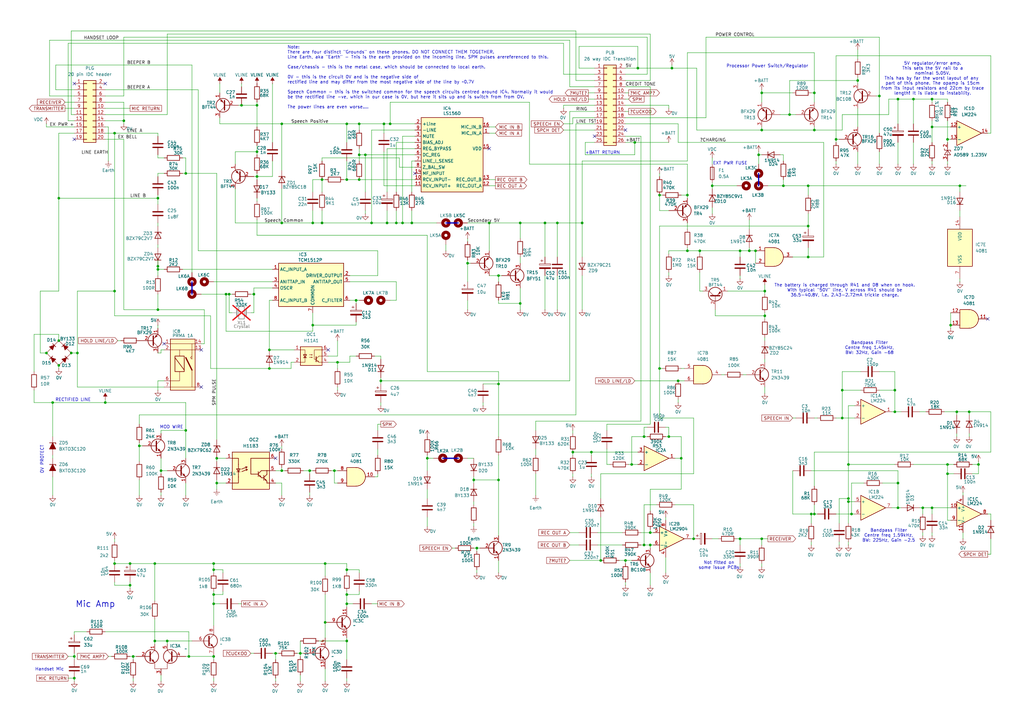
<source format=kicad_sch>
(kicad_sch (version 20231120) (generator "eeschema") (generator_version "8.0")
  (paper "A3")
  (title_block (title "04618") (date "2025-04-07") (rev "Mk 2 Issue 4") (company "Plessey Telecommunications"))
  (lib_symbols
    (symbol "4xxx:4081" (pin_names (offset 1.016))
      (property "Reference" "U" (at 0 1.27 0))
      (property "Value" "4081" (at 0 -1.27 0))
      (symbol "4081_1_1"
        (pin input line (at -7.62 2.54 0) (length 3.81) (name "~") (number "1"))
        (pin input line (at -7.62 -2.54 0) (length 3.81) (name "~") (number "2"))
        (pin output line (at 7.62 0 180) (length 3.81) (name "~") (number "3"))
      )
      (symbol "4081_1_2"
        (pin input inverted (at -7.62 2.54 0) (length 4.318) (name "~") (number "1"))
        (pin input inverted (at -7.62 -2.54 0) (length 4.318) (name "~") (number "2"))
        (pin output inverted (at 7.62 0 180) (length 3.81) (name "~") (number "3"))
      )
      (symbol "4081_2_1"
        (pin output line (at 7.62 0 180) (length 3.81) (name "~") (number "4"))
        (pin input line (at -7.62 2.54 0) (length 3.81) (name "~") (number "5"))
        (pin input line (at -7.62 -2.54 0) (length 3.81) (name "~") (number "6"))
      )
      (symbol "4081_2_2"
        (pin output inverted (at 7.62 0 180) (length 3.81) (name "~") (number "4"))
        (pin input inverted (at -7.62 2.54 0) (length 4.318) (name "~") (number "5"))
        (pin input inverted (at -7.62 -2.54 0) (length 4.318) (name "~") (number "6"))
      )
      (symbol "4081_3_1"
        (pin output line (at 7.62 0 180) (length 3.81) (name "~") (number "10"))
        (pin input line (at -7.62 2.54 0) (length 3.81) (name "~") (number "8"))
        (pin input line (at -7.62 -2.54 0) (length 3.81) (name "~") (number "9"))
      )
      (symbol "4081_3_2"
        (pin output inverted (at 7.62 0 180) (length 3.81) (name "~") (number "10"))
        (pin input inverted (at -7.62 2.54 0) (length 4.318) (name "~") (number "8"))
        (pin input inverted (at -7.62 -2.54 0) (length 4.318) (name "~") (number "9"))
      )
      (symbol "4081_4_1"
        (pin output line (at 7.62 0 180) (length 3.81) (name "~") (number "11"))
        (pin input line (at -7.62 2.54 0) (length 3.81) (name "~") (number "12"))
        (pin input line (at -7.62 -2.54 0) (length 3.81) (name "~") (number "13"))
      )
      (symbol "4081_4_2"
        (pin output inverted (at 7.62 0 180) (length 3.81) (name "~") (number "11"))
        (pin input inverted (at -7.62 2.54 0) (length 4.318) (name "~") (number "12"))
        (pin input inverted (at -7.62 -2.54 0) (length 4.318) (name "~") (number "13"))
      )
      (symbol "4081_5_0"
        (pin power_in line (at 0 12.7 270) (length 5.08) (name "VDD") (number "14"))
        (pin power_in line (at 0 -12.7 90) (length 5.08) (name "VSS") (number "7"))
      )
    )
    (symbol "Amplifier_Operational:LM2904" (pin_names (offset 0.127))
      (property "Reference" "U" (at 0 5.08 0))
      (property "Value" "LM2904" (at 0 -5.08 0))
      (symbol "LM2904_1_1"
        (pin output line (at 7.62 0 180) (length 2.54) (name "~") (number "1"))
        (pin input line (at -7.62 -2.54 0) (length 2.54) (name "-") (number "2"))
        (pin input line (at -7.62 2.54 0) (length 2.54) (name "+") (number "3"))
      )
      (symbol "LM2904_2_1"
        (pin input line (at -7.62 2.54 0) (length 2.54) (name "+") (number "5"))
        (pin input line (at -7.62 -2.54 0) (length 2.54) (name "-") (number "6"))
        (pin output line (at 7.62 0 180) (length 2.54) (name "~") (number "7"))
      )
      (symbol "LM2904_3_1"
        (pin power_in line (at -2.54 -7.62 90) (length 3.81) (name "V-") (number "4"))
        (pin power_in line (at -2.54 7.62 270) (length 3.81) (name "V+") (number "8"))
      )
    )
    (symbol "Amplifier_Operational:LM324" (pin_names (offset 0.127))
      (property "Reference" "U" (at 0 5.08 0))
      (property "Value" "LM324" (at 0 -5.08 0))
      (symbol "LM324_1_1"
        (pin output line (at 7.62 0 180) (length 2.54) (name "~") (number "1"))
        (pin input line (at -7.62 -2.54 0) (length 2.54) (name "-") (number "2"))
        (pin input line (at -7.62 2.54 0) (length 2.54) (name "+") (number "3"))
      )
      (symbol "LM324_2_1"
        (pin input line (at -7.62 2.54 0) (length 2.54) (name "+") (number "5"))
        (pin input line (at -7.62 -2.54 0) (length 2.54) (name "-") (number "6"))
        (pin output line (at 7.62 0 180) (length 2.54) (name "~") (number "7"))
      )
      (symbol "LM324_3_1"
        (pin input line (at -7.62 2.54 0) (length 2.54) (name "+") (number "10"))
        (pin output line (at 7.62 0 180) (length 2.54) (name "~") (number "8"))
        (pin input line (at -7.62 -2.54 0) (length 2.54) (name "-") (number "9"))
      )
      (symbol "LM324_4_1"
        (pin input line (at -7.62 2.54 0) (length 2.54) (name "+") (number "12"))
        (pin input line (at -7.62 -2.54 0) (length 2.54) (name "-") (number "13"))
        (pin output line (at 7.62 0 180) (length 2.54) (name "~") (number "14"))
      )
      (symbol "LM324_5_1"
        (pin power_in line (at -2.54 -7.62 90) (length 3.81) (name "V-") (number "11"))
        (pin power_in line (at -2.54 7.62 270) (length 3.81) (name "V+") (number "4"))
      )
    )
    (symbol "Connector_Generic:Conn_02x10_Odd_Even" (pin_names (offset 1.016) hide)
      (property "Reference" "J" (at 1.27 12.7 0))
      (property "Value" "Conn_02x10_Odd_Even" (at 1.27 -15.24 0))
      (symbol "Conn_02x10_Odd_Even_1_1"
        (pin passive line (at -5.08 10.16 0) (length 3.81) (name "Pin_1") (number "1"))
        (pin passive line (at 7.62 0 180) (length 3.81) (name "Pin_10") (number "10"))
        (pin passive line (at -5.08 -2.54 0) (length 3.81) (name "Pin_11") (number "11"))
        (pin passive line (at 7.62 -2.54 180) (length 3.81) (name "Pin_12") (number "12"))
        (pin passive line (at -5.08 -5.08 0) (length 3.81) (name "Pin_13") (number "13"))
        (pin passive line (at 7.62 -5.08 180) (length 3.81) (name "Pin_14") (number "14"))
        (pin passive line (at -5.08 -7.62 0) (length 3.81) (name "Pin_15") (number "15"))
        (pin passive line (at 7.62 -7.62 180) (length 3.81) (name "Pin_16") (number "16"))
        (pin passive line (at -5.08 -10.16 0) (length 3.81) (name "Pin_17") (number "17"))
        (pin passive line (at 7.62 -10.16 180) (length 3.81) (name "Pin_18") (number "18"))
        (pin passive line (at -5.08 -12.7 0) (length 3.81) (name "Pin_19") (number "19"))
        (pin passive line (at 7.62 10.16 180) (length 3.81) (name "Pin_2") (number "2"))
        (pin passive line (at 7.62 -12.7 180) (length 3.81) (name "Pin_20") (number "20"))
        (pin passive line (at -5.08 7.62 0) (length 3.81) (name "Pin_3") (number "3"))
        (pin passive line (at 7.62 7.62 180) (length 3.81) (name "Pin_4") (number "4"))
        (pin passive line (at -5.08 5.08 0) (length 3.81) (name "Pin_5") (number "5"))
        (pin passive line (at 7.62 5.08 180) (length 3.81) (name "Pin_6") (number "6"))
        (pin passive line (at -5.08 2.54 0) (length 3.81) (name "Pin_7") (number "7"))
        (pin passive line (at 7.62 2.54 180) (length 3.81) (name "Pin_8") (number "8"))
        (pin passive line (at -5.08 0 0) (length 3.81) (name "Pin_9") (number "9"))
      )
    )
    (symbol "Connector_Generic:Conn_02x13_Odd_Even" (pin_names (offset 1.016) hide)
      (property "Reference" "J" (at 1.27 17.78 0))
      (property "Value" "Conn_02x13_Odd_Even" (at 1.27 -17.78 0))
      (symbol "Conn_02x13_Odd_Even_1_1"
        (pin passive line (at -5.08 15.24 0) (length 3.81) (name "Pin_1") (number "1"))
        (pin passive line (at 7.62 5.08 180) (length 3.81) (name "Pin_10") (number "10"))
        (pin passive line (at -5.08 2.54 0) (length 3.81) (name "Pin_11") (number "11"))
        (pin passive line (at 7.62 2.54 180) (length 3.81) (name "Pin_12") (number "12"))
        (pin passive line (at -5.08 0 0) (length 3.81) (name "Pin_13") (number "13"))
        (pin passive line (at 7.62 0 180) (length 3.81) (name "Pin_14") (number "14"))
        (pin passive line (at -5.08 -2.54 0) (length 3.81) (name "Pin_15") (number "15"))
        (pin passive line (at 7.62 -2.54 180) (length 3.81) (name "Pin_16") (number "16"))
        (pin passive line (at -5.08 -5.08 0) (length 3.81) (name "Pin_17") (number "17"))
        (pin passive line (at 7.62 -5.08 180) (length 3.81) (name "Pin_18") (number "18"))
        (pin passive line (at -5.08 -7.62 0) (length 3.81) (name "Pin_19") (number "19"))
        (pin passive line (at 7.62 15.24 180) (length 3.81) (name "Pin_2") (number "2"))
        (pin passive line (at 7.62 -7.62 180) (length 3.81) (name "Pin_20") (number "20"))
        (pin passive line (at -5.08 -10.16 0) (length 3.81) (name "Pin_21") (number "21"))
        (pin passive line (at 7.62 -10.16 180) (length 3.81) (name "Pin_22") (number "22"))
        (pin passive line (at -5.08 -12.7 0) (length 3.81) (name "Pin_23") (number "23"))
        (pin passive line (at 7.62 -12.7 180) (length 3.81) (name "Pin_24") (number "24"))
        (pin passive line (at -5.08 -15.24 0) (length 3.81) (name "Pin_25") (number "25"))
        (pin passive line (at 7.62 -15.24 180) (length 3.81) (name "Pin_26") (number "26"))
        (pin passive line (at -5.08 12.7 0) (length 3.81) (name "Pin_3") (number "3"))
        (pin passive line (at 7.62 12.7 180) (length 3.81) (name "Pin_4") (number "4"))
        (pin passive line (at -5.08 10.16 0) (length 3.81) (name "Pin_5") (number "5"))
        (pin passive line (at 7.62 10.16 180) (length 3.81) (name "Pin_6") (number "6"))
        (pin passive line (at -5.08 7.62 0) (length 3.81) (name "Pin_7") (number "7"))
        (pin passive line (at 7.62 7.62 180) (length 3.81) (name "Pin_8") (number "8"))
        (pin passive line (at -5.08 5.08 0) (length 3.81) (name "Pin_9") (number "9"))
      )
    )
    (symbol "Device:C" (pin_numbers hide) (pin_names (offset 0.254))
      (property "Reference" "C" (at 0.635 2.54 0))
      (property "Value" "C" (at 0.635 -2.54 0))
      (symbol "C_1_1"
        (pin passive line (at 0 3.81 270) (length 2.794) (name "~") (number "1"))
        (pin passive line (at 0 -3.81 90) (length 2.794) (name "~") (number "2"))
      )
    )
    (symbol "Device:C_Polarized" (pin_numbers hide) (pin_names (offset 0.254))
      (property "Reference" "C" (at 0.635 2.54 0))
      (property "Value" "C_Polarized" (at 0.635 -2.54 0))
      (symbol "C_Polarized_1_1"
        (pin passive line (at 0 3.81 270) (length 2.794) (name "~") (number "1"))
        (pin passive line (at 0 -3.81 90) (length 2.794) (name "~") (number "2"))
      )
    )
    (symbol "Device:Crystal" (pin_numbers hide) (pin_names (offset 1.016) hide)
      (property "Reference" "Y" (at 0 3.81 0))
      (property "Value" "Crystal" (at 0 -3.81 0))
      (symbol "Crystal_1_1"
        (pin passive line (at -3.81 0 0) (length 1.27) (name "1") (number "1"))
        (pin passive line (at 3.81 0 180) (length 1.27) (name "2") (number "2"))
      )
    )
    (symbol "Device:D_45deg_Filled" (pin_numbers hide) (pin_names (offset 0) hide)
      (property "Reference" "D" (at 1.27 2.54 0))
      (property "Value" "D_45deg_Filled" (at 1.27 0 0))
      (symbol "D_45deg_Filled_1_1"
        (pin passive line (at 2.54 -2.54 180) (length 0) (name "K") (number "1"))
        (pin passive line (at -2.54 2.54 0) (length 0) (name "A") (number "2"))
      )
    )
    (symbol "Device:D_Zener_Filled" (pin_numbers hide) (pin_names (offset 1.016) hide)
      (property "Reference" "D" (at 0 2.54 0))
      (property "Value" "D_Zener_Filled" (at 0 -2.54 0))
      (symbol "D_Zener_Filled_1_1"
        (pin passive line (at -3.81 0 0) (length 2.54) (name "K") (number "1"))
        (pin passive line (at 3.81 0 180) (length 2.54) (name "A") (number "2"))
      )
    )
    (symbol "Device:Fuse" (pin_numbers hide) (pin_names (offset 0))
      (property "Reference" "F" (at 2.032 0 90))
      (property "Value" "Fuse" (at -1.905 0 90))
      (symbol "Fuse_1_1"
        (pin passive line (at 0 3.81 270) (length 1.27) (name "~") (number "1"))
        (pin passive line (at 0 -3.81 90) (length 1.27) (name "~") (number "2"))
      )
    )
    (symbol "Device:R" (pin_numbers hide) (pin_names (offset 0))
      (property "Reference" "R" (at 2.032 0 90))
      (property "Value" "R" (at 0 0 90))
      (symbol "R_1_1"
        (pin passive line (at 0 3.81 270) (length 1.27) (name "~") (number "1"))
        (pin passive line (at 0 -3.81 90) (length 1.27) (name "~") (number "2"))
      )
    )
    (symbol "Diode:1N4007" (pin_numbers hide) (pin_names hide)
      (property "Reference" "D" (at 0 2.54 0))
      (property "Value" "1N4007" (at 0 -2.54 0))
      (symbol "1N4007_1_1"
        (pin passive line (at -3.81 0 0) (length 2.54) (name "K") (number "1"))
        (pin passive line (at 3.81 0 180) (length 2.54) (name "A") (number "2"))
      )
    )
    (symbol "Diode:1N914" (pin_numbers hide) (pin_names hide)
      (property "Reference" "D" (at 0 2.54 0))
      (property "Value" "1N914" (at 0 -2.54 0))
      (symbol "1N914_1_1"
        (pin passive line (at -3.81 0 0) (length 2.54) (name "K") (number "1"))
        (pin passive line (at 3.81 0 180) (length 2.54) (name "A") (number "2"))
      )
    )
    (symbol "Diode:BZX84Cxx" (pin_numbers hide) (pin_names hide)
      (property "Reference" "D" (at 0 3.81 0))
      (property "Value" "BZX84Cxx" (at 0 -3.81 0))
      (symbol "BZX84Cxx_1_1"
        (pin passive line (at 3.81 0 180) (length 2.54) (name "A") (number "1"))
        (pin no_connect line (at 1.27 0 180) (length 2.54) hide (name "NC") (number "2"))
        (pin passive line (at -3.81 0 0) (length 2.54) (name "K") (number "3"))
      )
    )
    (symbol "Interface_Telecom:LS156"
      (property "Reference" "IC" (at 2.54 19.05 0))
      (property "Value" "LS156" (at 3.81 16.51 0))
      (symbol "LS156_1_1"
        (pin input line (at 15.24 8.89 180) (length 2.54) (name "MIC_IN_A") (number "1"))
        (pin input line (at -15.24 -10.16 0) (length 2.54) (name "RCV_INPUT-") (number "10"))
        (pin input line (at -15.24 -12.7 0) (length 2.54) (name "RCV_INPUT+") (number "11"))
        (pin output line (at 15.24 -12.7 180) (length 2.54) (name "REC_OUT_A") (number "12"))
        (pin output line (at 15.24 -10.16 180) (length 2.54) (name "REC_OUT_B") (number "13"))
        (pin input line (at -15.24 -7.62 0) (length 2.54) (name "MF_INPUT") (number "14"))
        (pin power_out line (at 15.24 2.54 180) (length 2.54) (name "VDD") (number "15"))
        (pin input line (at 15.24 11.43 180) (length 2.54) (name "MIC_IN_B") (number "16"))
        (pin bidirectional line (at -15.24 12.7 0) (length 2.54) (name "+Line") (number "2"))
        (pin input line (at -15.24 7.62 0) (length 2.54) (name "MUTE") (number "3"))
        (pin passive line (at -15.24 5.08 0) (length 2.54) (name "BIAS_ADJ") (number "4"))
        (pin passive line (at -15.24 2.54 0) (length 2.54) (name "REG_BYPASS") (number "5"))
        (pin passive line (at -15.24 0 0) (length 2.54) (name "DC_REG") (number "6"))
        (pin passive line (at -15.24 -2.54 0) (length 2.54) (name "LINE_I_SENSE") (number "7"))
        (pin passive line (at -15.24 -5.08 0) (length 2.54) (name "Z_BAL_SW") (number "8"))
        (pin bidirectional line (at -15.24 10.16 0) (length 2.54) (name "-LINE") (number "9"))
      )
    )
    (symbol "Interface_Telecom:TCM1512"
      (property "Reference" "IC" (at 2.54 12.446 0))
      (property "Value" "TCM1512P" (at 6.096 10.414 0))
      (symbol "TCM1512_1_1"
        (pin power_in line (at -16.51 6.35 0) (length 2.54) (name "AC_INPUT_A") (number "1"))
        (pin output line (at 15.24 3.81 180) (length 2.54) (name "DRIVER_OUTPUT") (number "2"))
        (pin input line (at -16.51 1.27 0) (length 2.54) (name "ANITTAP_IN") (number "3"))
        (pin input line (at -16.51 -1.27 0) (length 2.54) (name "OSCR") (number "4"))
        (pin output line (at 15.24 1.27 180) (length 2.54) (name "ANTITAP_OUT") (number "5"))
        (pin output line (at 15.24 -6.35 180) (length 2.54) (name "C_FILTER") (number "6"))
        (pin power_in line (at 0 -11.43 90) (length 2.54) (name "COMMON") (number "7"))
        (pin input line (at -16.51 -6.35 0) (length 2.54) (name "AC_INPUT_B") (number "8"))
      )
    )
    (symbol "Isolator:H11A1"
      (property "Reference" "OC" (at 1.27 6.858 0))
      (property "Value" "H11A1" (at 3.048 5.08 0))
      (symbol "H11A1_1_1"
        (pin passive line (at -6.35 2.54 0) (length 2.54) (name "~") (number "1"))
        (pin passive line (at -6.35 -2.54 0) (length 2.54) (name "~") (number "2"))
        (pin no_connect line (at -3.81 0 0) (length 2.54) hide (name "NC") (number "3"))
        (pin passive line (at 7.62 -2.54 180) (length 2.54) (name "~") (number "4"))
        (pin passive line (at 7.62 0 180) (length 2.54) (name "~") (number "5"))
        (pin passive line (at 7.62 2.54 180) (length 2.54) (name "~") (number "6"))
      )
    )
    (symbol "Isolator:H11B3"
      (property "Reference" "OC2" (at 1.27 12.7 0))
      (property "Value" "H11B3" (at 0 10.16 0))
      (symbol "H11B3_1_1"
        (pin passive line (at -10.16 5.08 0) (length 2.54) (name "~") (number "1"))
        (pin no_connect line (at -7.62 0 0) (length 2.54) hide (name "NC") (number "2"))
        (pin passive line (at -10.16 -5.08 0) (length 2.54) (name "~") (number "2"))
        (pin power_in line (at 10.16 -5.08 180) (length 2.54) (name "~") (number "4"))
        (pin open_collector line (at 10.16 0 180) (length 2.54) (name "~") (number "5"))
        (pin power_in line (at 10.16 5.08 180) (length 2.54) (name "~") (number "6"))
      )
    )
    (symbol "Mechanical:MountingHole_Pad_MP" (pin_numbers hide) (pin_names (offset 1.016) hide) (exclude_from_sim yes) (in_bom no)
      (property "Reference" "H" (at 0 6.35 0))
      (property "Value" "MountingHole_Pad_MP" (at 0 4.445 0))
      (symbol "MountingHole_Pad_MP_1_1"
        (pin input line (at 0 -2.54 90) (length 2.54) (name "MP") (number "MP"))
      )
    )
    (symbol "Reference_Voltage:LM385BZ-1.2" (pin_names (offset 0.0254) hide)
      (property "Reference" "U" (at 0 2.54 0))
      (property "Value" "LM385BZ-1.2" (at 0 -3.175 0))
      (symbol "LM385BZ-1.2_1_1"
        (pin passive line (at 3.81 0 180) (length 2.54) (name "K") (number "2"))
        (pin passive line (at -3.81 0 0) (length 2.54) (name "A") (number "3"))
      )
    )
    (symbol "Relay:PRMA_1A"
      (property "Reference" "IC" (at 6.35 1.27 0))
      (property "Value" "PRMA 1A" (at 9.525 -1.27 0))
      (symbol "PRMA_1A_1_1"
        (pin passive line (at -7.62 7.62 0) (length 2.54) (name "~") (number "1"))
        (pin passive line (at 7.62 5.08 180) (length 2.54) (name "~") (number "13"))
        (pin passive line (at 7.62 7.62 180) (length 2.54) (name "~") (number "14"))
        (pin passive line (at 7.62 10.16 180) (length 2.54) hide (name "~") (number "14"))
        (pin passive line (at -7.62 5.08 0) (length 2.54) (name "~") (number "2"))
        (pin passive line (at -7.62 -7.62 0) (length 2.54) (name "~") (number "6"))
        (pin passive line (at -7.62 -10.16 0) (length 2.54) (name "~") (number "7"))
        (pin passive line (at -1.27 19.05 180) (length 2.54) hide (name "~") (number "8"))
        (pin passive line (at 7.62 -10.16 180) (length 2.54) (name "~") (number "8"))
      )
    )
    (symbol "Transistor_Array:CA3045"
      (property "Reference" "IC" (at 6.35 5.08 0))
      (symbol "CA3045_1_1"
        (pin passive line (at -2.54 5.08 270) (length 2.54) (name "") (number "1"))
        (pin input line (at -10.16 0 0) (length 5.715) (name "") (number "2"))
        (pin passive line (at 0 -7.62 90) (length 2.54) (name "") (number "3"))
        (pin input line (at 10.16 0 180) (length 5.715) (name "") (number "4"))
        (pin passive line (at 2.54 5.08 270) (length 2.54) (name "") (number "5"))
      )
      (symbol "CA3045_2_1"
        (pin input line (at -8.89 0 0) (length 6.985) (name "") (number "6"))
        (pin passive line (at 0 -6.35 90) (length 3.81) (name "") (number "7"))
        (pin passive line (at 0 6.35 270) (length 3.81) (name "C1") (number "8"))
      )
      (symbol "CA3045_3_1"
        (pin passive line (at 0 -6.35 90) (length 3.81) (name "") (number "10"))
        (pin passive line (at 0 6.35 270) (length 3.81) (name "") (number "11"))
        (pin input line (at -8.89 0 0) (length 6.985) (name "") (number "9"))
      )
      (symbol "CA3045_4_1"
        (pin input line (at -8.89 0 0) (length 6.985) (name "") (number "12"))
        (pin passive line (at 0 -6.35 90) (length 3.81) (name "") (number "13"))
        (pin passive line (at 0 6.35 270) (length 3.81) (name "") (number "14"))
      )
    )
    (symbol "Transistor_BJT:2N2219" (pin_names (offset 0) hide)
      (property "Reference" "Q" (at 5.08 1.905 0))
      (property "Value" "2N2219" (at 5.08 0 0))
      (symbol "2N2219_1_1"
        (pin passive line (at 2.54 -5.08 90) (length 2.54) (name "E") (number "1"))
        (pin passive line (at -5.08 0 0) (length 5.715) (name "B") (number "2"))
        (pin passive line (at 2.54 5.08 270) (length 2.54) (name "C") (number "3"))
      )
    )
    (symbol "Transistor_BJT:BC108" (pin_names (offset 0) hide)
      (property "Reference" "Q" (at 5.08 1.905 0))
      (property "Value" "BC108" (at 5.08 0 0))
      (symbol "BC108_1_1"
        (pin passive line (at 2.54 -5.08 90) (length 2.54) (name "E") (number "1"))
        (pin input line (at -5.08 0 0) (length 5.715) (name "B") (number "2"))
        (pin passive line (at 2.54 5.08 270) (length 2.54) (name "C") (number "3"))
      )
    )
    (symbol "Transistor_BJT:BC160" (pin_names (offset 0) hide)
      (property "Reference" "Q" (at 5.08 1.905 0))
      (property "Value" "BC160" (at 5.08 0 0))
      (symbol "BC160_1_1"
        (pin passive line (at 2.54 -5.08 90) (length 2.54) (name "E") (number "1"))
        (pin input line (at -5.08 0 0) (length 5.715) (name "B") (number "2"))
        (pin passive line (at 2.54 5.08 270) (length 2.54) (name "C") (number "3"))
      )
    )
    (symbol "power:+BATT" (power) (pin_numbers hide) (pin_names (offset 0) hide)
      (property "Value" "+BATT" (at 0 3.556 0))
      (symbol "+BATT_1_1"
        (pin power_in line (at 0 0 90) (length 0) (name "~") (number "1"))
      )
    )
    (symbol "power:Earth" (power) (pin_numbers hide) (pin_names (offset 0) hide)
      (property "Value" "Earth" (at 0 -3.81 0))
      (symbol "Earth_1_1"
        (pin power_in line (at 0 0 270) (length 0) (name "~") (number "1"))
      )
    )
    (symbol "power:GND" (power) (pin_numbers hide) (pin_names (offset 0) hide)
      (property "Value" "GND" (at 0 -3.81 0))
      (symbol "GND_1_1"
        (pin power_in line (at 0 0 270) (length 0) (name "~") (number "1"))
      )
    )
    (symbol "power:VCCQ" (power) (pin_numbers hide) (pin_names (offset 0) hide)
      (property "Value" "VCCQ" (at 0 3.556 0))
      (symbol "VCCQ_1_1"
        (pin power_in line (at 0 0 90) (length 0) (name "~") (number "1"))
      )
    )
    (symbol "power:VDC" (power) (pin_numbers hide) (pin_names (offset 0) hide)
      (property "Value" "VDC" (at 0 3.556 0))
      (symbol "VDC_1_1"
        (pin power_in line (at 0 0 90) (length 0) (name "~") (number "1"))
      )
    )
    (symbol "power:VEE" (power) (pin_numbers hide) (pin_names (offset 0) hide)
      (property "Value" "VEE" (at 0 3.556 0))
      (symbol "VEE_1_1"
        (pin power_in line (at 0 0 90) (length 0) (name "~") (number "1"))
      )
    )
  )
  (junction (at 105.41 72.39))
  (junction (at 307.34 102.87))
  (junction (at 128.27 133.35))
  (junction (at 63.5 231.14))
  (junction (at 160.02 50.8))
  (junction (at 115.57 193.04))
  (junction (at 77.47 269.24))
  (junction (at 191.77 107.95))
  (junction (at 397.51 168.91))
  (junction (at 270.51 151.13))
  (junction (at 110.49 151.13))
  (junction (at 213.36 124.46))
  (junction (at 278.13 156.21))
  (junction (at 142.24 233.68))
  (junction (at 204.47 196.85))
  (junction (at 195.58 224.79))
  (junction (at 54.61 269.24))
  (junction (at 149.86 63.5))
  (junction (at 266.7 218.44))
  (junction (at 382.27 208.28))
  (junction (at 246.38 229.87))
  (junction (at 133.35 231.14))
  (junction (at 158.75 91.44))
  (junction (at 388.62 190.5))
  (junction (at 115.57 50.8))
  (junction (at 142.24 73.66))
  (junction (at 99.06 43.18))
  (junction (at 382.27 40.64))
  (junction (at 334.01 210.82))
  (junction (at 345.44 160.02))
  (junction (at 64.77 81.28))
  (junction (at 281.94 80.01))
  (junction (at 378.46 208.28))
  (junction (at 64.77 109.22))
  (junction (at 46.99 119.38))
  (junction (at 110.49 143.51))
  (junction (at 76.2 71.12))
  (junction (at 93.98 120.65))
  (junction (at 168.91 91.44))
  (junction (at 389.89 133.35))
  (junction (at 64.77 110.49))
  (junction (at 367.03 168.91))
  (junction (at 266.7 223.52))
  (junction (at 137.16 193.04))
  (junction (at 146.05 123.19))
  (junction (at 157.48 50.8))
  (junction (at 321.31 76.2))
  (junction (at 128.27 91.44))
  (junction (at 29.21 144.78))
  (junction (at 345.44 171.45))
  (junction (at 382.27 52.07))
  (junction (at 194.31 196.85))
  (junction (at 87.63 243.84))
  (junction (at 312.42 53.34))
  (junction (at 142.24 247.65))
  (junction (at 264.16 179.07))
  (junction (at 323.85 46.99))
  (junction (at 127 193.04))
  (junction (at 368.3 198.12))
  (junction (at 152.4 91.44))
  (junction (at 360.68 39.37))
  (junction (at 204.47 113.03))
  (junction (at 104.14 120.65))
  (junction (at 66.04 193.04))
  (junction (at 64.77 127))
  (junction (at 132.08 91.44))
  (junction (at 259.08 190.5))
  (junction (at 309.88 102.87))
  (junction (at 63.5 262.89))
  (junction (at 162.56 91.44))
  (junction (at 123.19 267.97))
  (junction (at 334.01 53.34))
  (junction (at 156.21 156.21))
  (junction (at 147.32 63.5))
  (junction (at 234.95 185.42))
  (junction (at 392.43 168.91))
  (junction (at 113.03 267.97))
  (junction (at 87.63 231.14))
  (junction (at 238.76 91.44))
  (junction (at 138.43 148.59))
  (junction (at 388.62 194.31))
  (junction (at 347.98 205.74))
  (junction (at 46.99 231.14))
  (junction (at 92.71 120.65))
  (junction (at 312.42 38.1))
  (junction (at 57.15 182.88))
  (junction (at 313.69 129.54))
  (junction (at 105.41 43.18))
  (junction (at 142.24 50.8))
  (junction (at 303.53 220.98))
  (junction (at 331.47 105.41))
  (junction (at 68.58 262.89))
  (junction (at 213.36 91.44))
  (junction (at 331.47 92.71))
  (junction (at 165.1 91.44))
  (junction (at 284.48 220.98))
  (junction (at 87.63 247.65))
  (junction (at 200.66 91.44))
  (junction (at 142.24 262.89))
  (junction (at 347.98 204.47))
  (junction (at 388.62 57.15))
  (junction (at 147.32 73.66))
  (junction (at 19.05 144.78))
  (junction (at 87.63 269.24))
  (junction (at 115.57 91.44))
  (junction (at 24.13 139.7))
  (junction (at 347.98 190.5))
  (junction (at 313.69 119.38))
  (junction (at 270.51 80.01))
  (junction (at 21.59 165.1))
  (junction (at 223.52 91.44))
  (junction (at 87.63 233.68))
  (junction (at 24.13 149.86))
  (junction (at 31.75 144.78))
  (junction (at 50.8 49.53))
  (junction (at 393.7 76.2))
  (junction (at 260.35 58.42))
  (junction (at 303.53 102.87))
  (junction (at 287.02 102.87))
  (junction (at 256.54 229.87))
  (junction (at 401.32 190.5))
  (junction (at 133.35 255.27))
  (junction (at 374.65 40.64))
  (junction (at 274.32 179.07))
  (junction (at 242.57 185.42))
  (junction (at 88.9 198.12))
  (junction (at 334.01 38.1))
  (junction (at 175.26 187.96))
  (junction (at 281.94 102.87))
  (junction (at 43.18 165.1))
  (junction (at 88.9 187.96))
  (junction (at 53.34 240.03))
  (junction (at 331.47 76.2))
  (junction (at 30.48 278.13))
  (junction (at 312.42 220.98))
  (junction (at 30.48 269.24))
  (junction (at 76.2 176.53))
  (junction (at 311.15 63.5))
  (junction (at 132.08 73.66))
  (junction (at 261.62 27.94))
  (junction (at 147.32 50.8))
  (junction (at 351.79 33.02))
  (junction (at 368.3 40.64))
  (junction (at 292.1 76.2))
  (junction (at 53.34 231.14))
  (junction (at 367.03 160.02))
  (junction (at 349.25 210.82))
  (junction (at 204.47 157.48))
  (junction (at 142.24 243.84))
  (junction (at 332.74 210.82))
  (junction (at 46.99 54.61))
  (junction (at 24.13 81.28))
  (junction (at 228.6 91.44))
  (junction (at 264.16 223.52))
  (junction (at 342.9 57.15))
  (junction (at 105.41 62.23))
  (junction (at 275.59 27.94))
  (junction (at 279.4 187.96))
  (junction (at 368.3 208.28))
  (no_connect (at 170.18 71.12))
  (no_connect (at 30.48 57.15))
  (no_connect (at 200.66 60.96))
  (no_connect (at 67.31 140.97))
  (no_connect (at 256.54 53.34))
  (no_connect (at 405.13 130.81))
  (no_connect (at 43.18 34.29))
  (no_connect (at 113.03 187.96))
  (no_connect (at 82.55 143.51))
  (no_connect (at 82.55 158.75))
  (no_connect (at 134.62 143.51))
  (no_connect (at 30.48 34.29))
  (no_connect (at 243.84 55.88))
  (wire (pts (xy 105.41 96.52) (xy 175.26 96.52)))
  (wire (pts (xy 43.18 57.15) (xy 50.8 57.15)))
  (wire (pts (xy 266.7 200.66) (xy 266.7 209.55)))
  (wire (pts (xy 388.62 66.04) (xy 388.62 67.31)))
  (wire (pts (xy 142.24 50.8) (xy 147.32 50.8)))
  (wire (pts (xy 142.24 262.89) (xy 142.24 270.51)))
  (wire (pts (xy 307.34 101.6) (xy 307.34 102.87)))
  (wire (pts (xy 96.52 77.47) (xy 96.52 91.44)))
  (wire (pts (xy 111.76 267.97) (xy 113.03 267.97)))
  (wire (pts (xy 113.03 198.12) (xy 115.57 198.12)))
  (wire (pts (xy 66.04 193.04) (xy 68.58 193.04)))
  (wire (pts (xy 374.65 58.42) (xy 374.65 67.31)))
  (wire (pts (xy 66.04 193.04) (xy 66.04 194.31)))
  (wire (pts (xy 241.3 40.64) (xy 243.84 40.64)))
  (wire (pts (xy 256.54 229.87) (xy 259.08 229.87)))
  (wire (pts (xy 26.67 44.45) (xy 30.48 44.45)))
  (wire (pts (xy 242.57 194.31) (xy 242.57 195.58)))
  (wire (pts (xy 406.4 54.61) (xy 405.13 54.61)))
  (wire (pts (xy 120.65 148.59) (xy 119.38 148.59)))
  (wire (pts (xy 313.69 128.27) (xy 313.69 129.54)))
  (wire (pts (xy 270.51 92.71) (xy 331.47 92.71)))
  (wire (pts (xy 115.57 50.8) (xy 142.24 50.8)))
  (wire (pts (xy 406.4 22.86) (xy 342.9 22.86)))
  (wire (pts (xy 367.03 168.91) (xy 369.57 168.91)))
  (wire (pts (xy 128.27 135.89) (xy 92.71 135.89)))
  (wire (pts (xy 81.28 102.87) (xy 154.94 102.87)))
  (wire (pts (xy 43.18 36.83) (xy 81.28 36.83)))
  (wire (pts (xy 24.13 81.28) (xy 24.13 119.38)))
  (wire (pts (xy 314.96 76.2) (xy 321.31 76.2)))
  (wire (pts (xy 361.95 198.12) (xy 368.3 198.12)))
  (wire (pts (xy 323.85 46.99) (xy 326.39 46.99)))
  (wire (pts (xy 53.34 240.03) (xy 53.34 241.3)))
  (wire (pts (xy 307.34 90.17) (xy 307.34 93.98)))
  (wire (pts (xy 111.76 72.39) (xy 111.76 66.04)))
  (wire (pts (xy 68.58 262.89) (xy 78.74 262.89)))
  (wire (pts (xy 382.27 208.28) (xy 389.89 208.28)))
  (wire (pts (xy 170.18 55.88) (xy 165.1 55.88)))
  (wire (pts (xy 213.36 105.41) (xy 213.36 107.95)))
  (wire (pts (xy 349.25 198.12) (xy 349.25 210.82)))
  (wire (pts (xy 389.89 128.27) (xy 389.89 133.35)))
  (wire (pts (xy 388.62 40.64) (xy 388.62 41.91)))
  (wire (pts (xy 280.67 156.21) (xy 278.13 156.21)))
  (wire (pts (xy 138.43 158.75) (xy 138.43 160.02)))
  (wire (pts (xy 200.66 91.44) (xy 200.66 102.87)))
  (wire (pts (xy 337.82 58.42) (xy 278.13 58.42)))
  (wire (pts (xy 219.71 172.72) (xy 219.71 176.53)))
  (wire (pts (xy 345.44 53.34) (xy 345.44 46.99)))
  (wire (pts (xy 347.98 204.47) (xy 347.98 205.74)))
  (wire (pts (xy 21.59 195.58) (xy 21.59 203.2)))
  (wire (pts (xy 104.14 118.11) (xy 104.14 120.65)))
  (wire (pts (xy 50.8 15.24) (xy 50.8 39.37)))
  (wire (pts (xy 266.7 223.52) (xy 267.97 223.52)))
  (wire (pts (xy 274.32 111.76) (xy 274.32 113.03)))
  (wire (pts (xy 382.27 52.07) (xy 382.27 58.42)))
  (wire (pts (xy 63.5 254) (xy 63.5 262.89)))
  (wire (pts (xy 165.1 91.44) (xy 168.91 91.44)))
  (wire (pts (xy 259.08 190.5) (xy 261.62 190.5)))
  (wire (pts (xy 20.32 16.51) (xy 20.32 39.37)))
  (wire (pts (xy 274.32 175.26) (xy 274.32 179.07)))
  (wire (pts (xy 121.92 267.97) (xy 123.19 267.97)))
  (wire (pts (xy 46.99 231.14) (xy 53.34 231.14)))
  (wire (pts (xy 57.15 196.85) (xy 57.15 203.2)))
  (wire (pts (xy 389.89 213.36) (xy 388.62 213.36)))
  (wire (pts (xy 331.47 87.63) (xy 331.47 92.71)))
  (wire (pts (xy 354.33 198.12) (xy 349.25 198.12)))
  (wire (pts (xy 64.77 91.44) (xy 64.77 92.71)))
  (wire (pts (xy 281.94 67.31) (xy 217.17 67.31)))
  (wire (pts (xy 331.47 76.2) (xy 393.7 76.2)))
  (wire (pts (xy 204.47 229.87) (xy 204.47 234.95)))
  (wire (pts (xy 405.13 227.33) (xy 406.4 227.33)))
  (wire (pts (xy 92.71 120.65) (xy 93.98 120.65)))
  (wire (pts (xy 261.62 27.94) (xy 275.59 27.94)))
  (wire (pts (xy 231.14 30.48) (xy 231.14 17.78)))
  (wire (pts (xy 293.37 129.54) (xy 293.37 127)))
  (wire (pts (xy 168.91 91.44) (xy 179.07 91.44)))
  (wire (pts (xy 217.17 41.91) (xy 160.02 41.91)))
  (wire (pts (xy 284.48 207.01) (xy 284.48 220.98)))
  (wire (pts (xy 83.82 127) (xy 83.82 140.97)))
  (wire (pts (xy 292.1 220.98) (xy 294.64 220.98)))
  (wire (pts (xy 175.26 96.52) (xy 175.26 152.4)))
  (wire (pts (xy 138.43 148.59) (xy 143.51 148.59)))
  (wire (pts (xy 152.4 53.34) (xy 152.4 91.44)))
  (wire (pts (xy 312.42 38.1) (xy 312.42 41.91)))
  (wire (pts (xy 31.75 144.78) (xy 31.75 158.75)))
  (wire (pts (xy 332.74 222.25) (xy 332.74 223.52)))
  (wire (pts (xy 43.18 54.61) (xy 46.99 54.61)))
  (wire (pts (xy 16.51 119.38) (xy 16.51 144.78)))
  (wire (pts (xy 68.58 46.99) (xy 68.58 13.97)))
  (wire (pts (xy 163.83 68.58) (xy 163.83 64.77)))
  (wire (pts (xy 401.32 190.5) (xy 401.32 194.31)))
  (wire (pts (xy 382.27 49.53) (xy 382.27 52.07)))
  (wire (pts (xy 110.49 123.19) (xy 111.76 123.19)))
  (wire (pts (xy 345.44 160.02) (xy 353.06 160.02)))
  (wire (pts (xy 200.66 91.44) (xy 213.36 91.44)))
  (wire (pts (xy 158.75 91.44) (xy 162.56 91.44)))
  (wire (pts (xy 20.32 39.37) (xy 30.48 39.37)))
  (wire (pts (xy 289.56 48.26) (xy 289.56 15.24)))
  (wire (pts (xy 46.99 54.61) (xy 64.77 54.61)))
  (wire (pts (xy 105.41 43.18) (xy 105.41 52.07)))
  (wire (pts (xy 393.7 86.36) (xy 393.7 88.9)))
  (wire (pts (xy 382.27 218.44) (xy 382.27 219.71)))
  (wire (pts (xy 110.49 123.19) (xy 110.49 143.51)))
  (wire (pts (xy 382.27 208.28) (xy 382.27 210.82)))
  (wire (pts (xy 147.32 73.66) (xy 170.18 73.66)))
  (wire (pts (xy 219.71 194.31) (xy 219.71 203.2)))
  (wire (pts (xy 281.94 66.04) (xy 238.76 66.04)))
  (wire (pts (xy 350.52 166.37) (xy 347.98 166.37)))
  (wire (pts (xy 295.91 153.67) (xy 297.18 153.67)))
  (wire (pts (xy 388.62 190.5) (xy 391.16 190.5)))
  (wire (pts (xy 234.95 48.26) (xy 243.84 48.26)))
  (wire (pts (xy 142.24 243.84) (xy 142.24 247.65)))
  (wire (pts (xy 182.88 100.33) (xy 182.88 102.87)))
  (wire (pts (xy 123.19 267.97) (xy 123.19 269.24)))
  (wire (pts (xy 313.69 147.32) (xy 313.69 148.59)))
  (wire (pts (xy 99.06 34.29) (xy 99.06 35.56)))
  (wire (pts (xy 133.35 243.84) (xy 133.35 255.27)))
  (wire (pts (xy 401.32 189.23) (xy 401.32 190.5)))
  (wire (pts (xy 285.75 27.94) (xy 285.75 53.34)))
  (wire (pts (xy 406.4 168.91) (xy 406.4 185.42)))
  (wire (pts (xy 270.51 71.12) (xy 270.51 72.39)))
  (wire (pts (xy 303.53 220.98) (xy 303.53 223.52)))
  (wire (pts (xy 54.61 269.24) (xy 54.61 270.51)))
  (wire (pts (xy 359.41 39.37) (xy 360.68 39.37)))
  (wire (pts (xy 368.3 193.04) (xy 332.74 193.04)))
  (wire (pts (xy 147.32 234.95) (xy 147.32 233.68)))
  (wire (pts (xy 156.21 146.05) (xy 156.21 147.32)))
  (wire (pts (xy 142.24 66.04) (xy 142.24 73.66)))
  (wire (pts (xy 303.53 231.14) (xy 303.53 232.41)))
  (wire (pts (xy 233.68 156.21) (xy 156.21 156.21)))
  (wire (pts (xy 64.77 110.49) (xy 67.31 110.49)))
  (wire (pts (xy 175.26 200.66) (xy 175.26 204.47)))
  (wire (pts (xy 405.13 210.82) (xy 406.4 210.82)))
  (wire (pts (xy 142.24 73.66) (xy 147.32 73.66)))
  (wire (pts (xy 30.48 259.08) (xy 35.56 259.08)))
  (wire (pts (xy 64.77 156.21) (xy 64.77 160.02)))
  (wire (pts (xy 325.12 105.41) (xy 331.47 105.41)))
  (wire (pts (xy 156.21 154.94) (xy 156.21 156.21)))
  (wire (pts (xy 66.04 176.53) (xy 76.2 176.53)))
  (wire (pts (xy 238.76 113.03) (xy 238.76 127)))
  (wire (pts (xy 325.12 193.04) (xy 325.12 210.82)))
  (wire (pts (xy 30.48 269.24) (xy 30.48 270.51)))
  (wire (pts (xy 397.51 168.91) (xy 397.51 170.18)))
  (wire (pts (xy 195.58 233.68) (xy 195.58 234.95)))
  (wire (pts (xy 88.9 187.96) (xy 92.71 187.96)))
  (wire (pts (xy 27.94 269.24) (xy 30.48 269.24)))
  (wire (pts (xy 360.68 152.4) (xy 367.03 152.4)))
  (wire (pts (xy 344.17 204.47) (xy 347.98 204.47)))
  (wire (pts (xy 194.31 215.9) (xy 194.31 214.63)))
  (wire (pts (xy 154.94 184.15) (xy 154.94 186.69)))
  (wire (pts (xy 279.4 200.66) (xy 266.7 200.66)))
  (wire (pts (xy 154.94 176.53) (xy 154.94 173.99)))
  (wire (pts (xy 204.47 113.03) (xy 205.74 113.03)))
  (wire (pts (xy 256.54 55.88) (xy 262.89 55.88)))
  (wire (pts (xy 342.9 171.45) (xy 345.44 171.45)))
  (wire (pts (xy 240.03 58.42) (xy 240.03 63.5)))
  (wire (pts (xy 292.1 64.77) (xy 292.1 67.31)))
  (wire (pts (xy 134.62 146.05) (xy 138.43 146.05)))
  (wire (pts (xy 303.53 113.03) (xy 303.53 114.3)))
  (wire (pts (xy 64.77 64.77) (xy 67.31 64.77)))
  (wire (pts (xy 191.77 106.68) (xy 191.77 107.95)))
  (wire (pts (xy 388.62 213.36) (xy 388.62 194.31)))
  (wire (pts (xy 138.43 139.7) (xy 138.43 146.05)))
  (wire (pts (xy 127 193.04) (xy 128.27 193.04)))
  (wire (pts (xy 186.69 224.79) (xy 185.42 224.79)))
  (wire (pts (xy 213.36 91.44) (xy 213.36 97.79)))
  (wire (pts (xy 388.62 194.31) (xy 391.16 194.31)))
  (wire (pts (xy 76.2 198.12) (xy 76.2 203.2)))
  (wire (pts (xy 266.7 35.56) (xy 266.7 173.99)))
  (wire (pts (xy 105.41 59.69) (xy 105.41 62.23)))
  (wire (pts (xy 81.28 36.83) (xy 81.28 102.87)))
  (wire (pts (xy 266.7 173.99) (xy 248.92 173.99)))
  (wire (pts (xy 91.44 234.95) (xy 91.44 233.68)))
  (wire (pts (xy 170.18 68.58) (xy 163.83 68.58)))
  (wire (pts (xy 233.68 223.52) (xy 237.49 223.52)))
  (wire (pts (xy 96.52 62.23) (xy 96.52 67.31)))
  (wire (pts (xy 242.57 185.42) (xy 261.62 185.42)))
  (wire (pts (xy 143.51 148.59) (xy 143.51 146.05)))
  (wire (pts (xy 102.87 120.65) (xy 104.14 120.65)))
  (wire (pts (xy 30.48 259.08) (xy 30.48 260.35)))
  (wire (pts (xy 347.98 190.5) (xy 347.98 204.47)))
  (wire (pts (xy 132.08 73.66) (xy 132.08 78.74)))
  (wire (pts (xy 331.47 101.6) (xy 331.47 105.41)))
  (wire (pts (xy 53.34 269.24) (xy 54.61 269.24)))
  (wire (pts (xy 312.42 38.1) (xy 325.12 38.1)))
  (wire (pts (xy 281.94 21.59) (xy 281.94 66.04)))
  (wire (pts (xy 162.56 86.36) (xy 162.56 91.44)))
  (wire (pts (xy 236.22 12.7) (xy 236.22 33.02)))
  (wire (pts (xy 134.62 148.59) (xy 138.43 148.59)))
  (wire (pts (xy 231.14 53.34) (xy 243.84 53.34)))
  (wire (pts (xy 142.24 243.84) (xy 147.32 243.84)))
  (wire (pts (xy 27.94 49.53) (xy 30.48 49.53)))
  (wire (pts (xy 46.99 129.54) (xy 86.36 129.54)))
  (wire (pts (xy 309.88 102.87) (xy 309.88 107.95)))
  (wire (pts (xy 162.56 58.42) (xy 170.18 58.42)))
  (wire (pts (xy 256.54 35.56) (xy 266.7 35.56)))
  (wire (pts (xy 64.77 110.49) (xy 64.77 113.03)))
  (wire (pts (xy 368.3 40.64) (xy 368.3 50.8)))
  (wire (pts (xy 389.89 133.35) (xy 389.89 134.62)))
  (wire (pts (xy 334.01 53.34) (xy 345.44 53.34)))
  (wire (pts (xy 31.75 158.75) (xy 67.31 158.75)))
  (wire (pts (xy 365.76 208.28) (xy 368.3 208.28)))
  (wire (pts (xy 368.3 198.12) (xy 368.3 193.04)))
  (wire (pts (xy 142.24 261.62) (xy 142.24 262.89)))
  (wire (pts (xy 138.43 193.04) (xy 137.16 193.04)))
  (wire (pts (xy 27.94 278.13) (xy 30.48 278.13)))
  (wire (pts (xy 270.51 92.71) (xy 270.51 151.13)))
  (wire (pts (xy 292.1 74.93) (xy 292.1 76.2)))
  (wire (pts (xy 311.15 62.23) (xy 311.15 63.5)))
  (wire (pts (xy 351.79 33.02) (xy 323.85 33.02)))
  (wire (pts (xy 87.63 115.57) (xy 111.76 115.57)))
  (wire (pts (xy 334.01 21.59) (xy 334.01 38.1)))
  (wire (pts (xy 283.21 220.98) (xy 284.48 220.98)))
  (wire (pts (xy 204.47 196.85) (xy 204.47 219.71)))
  (wire (pts (xy 137.16 198.12) (xy 138.43 198.12)))
  (wire (pts (xy 279.4 80.01) (xy 281.94 80.01)))
  (wire (pts (xy 314.96 220.98) (xy 312.42 220.98)))
  (wire (pts (xy 64.77 100.33) (xy 64.77 101.6)))
  (wire (pts (xy 133.35 231.14) (xy 142.24 231.14)))
  (wire (pts (xy 342.9 210.82) (xy 349.25 210.82)))
  (wire (pts (xy 382.27 40.64) (xy 388.62 40.64)))
  (wire (pts (xy 200.66 76.2) (xy 203.2 76.2)))
  (wire (pts (xy 66.04 143.51) (xy 66.04 144.78)))
  (wire (pts (xy 360.68 39.37) (xy 360.68 54.61)))
  (wire (pts (xy 344.17 222.25) (xy 344.17 223.52)))
  (wire (pts (xy 281.94 80.01) (xy 281.94 81.28)))
  (wire (pts (xy 241.3 38.1) (xy 243.84 38.1)))
  (wire (pts (xy 270.51 80.01) (xy 270.51 86.36)))
  (wire (pts (xy 213.36 124.46) (xy 213.36 127)))
  (wire (pts (xy 43.18 46.99) (xy 68.58 46.99)))
  (wire (pts (xy 311.15 63.5) (xy 312.42 63.5)))
  (wire (pts (xy 349.25 210.82) (xy 350.52 210.82)))
  (wire (pts (xy 312.42 220.98) (xy 303.53 220.98)))
  (wire (pts (xy 86.36 129.54) (xy 86.36 151.13)))
  (wire (pts (xy 87.63 247.65) (xy 87.63 256.54)))
  (wire (pts (xy 74.93 110.49) (xy 111.76 110.49)))
  (wire (pts (xy 292.1 85.09) (xy 292.1 87.63)))
  (wire (pts (xy 321.31 76.2) (xy 331.47 76.2)))
  (wire (pts (xy 347.98 190.5) (xy 367.03 190.5)))
  (wire (pts (xy 256.54 30.48) (xy 265.43 30.48)))
  (wire (pts (xy 44.45 269.24) (xy 45.72 269.24)))
  (wire (pts (xy 66.04 144.78) (xy 64.77 144.78)))
  (wire (pts (xy 175.26 187.96) (xy 177.8 187.96)))
  (wire (pts (xy 44.45 52.07) (xy 43.18 52.07)))
  (wire (pts (xy 194.31 196.85) (xy 194.31 198.12)))
  (wire (pts (xy 13.97 165.1) (xy 21.59 165.1)))
  (wire (pts (xy 270.51 151.13) (xy 271.78 151.13)))
  (wire (pts (xy 200.66 52.07) (xy 203.2 52.07)))
  (wire (pts (xy 345.44 46.99) (xy 364.49 46.99)))
  (wire (pts (xy 143.51 123.19) (xy 146.05 123.19)))
  (wire (pts (xy 74.93 64.77) (xy 76.2 64.77)))
  (wire (pts (xy 264.16 175.26) (xy 264.16 179.07)))
  (wire (pts (xy 213.36 91.44) (xy 223.52 91.44)))
  (wire (pts (xy 219.71 172.72) (xy 262.89 172.72)))
  (wire (pts (xy 331.47 76.2) (xy 331.47 80.01)))
  (wire (pts (xy 388.62 194.31) (xy 388.62 190.5)))
  (wire (pts (xy 88.9 196.85) (xy 88.9 198.12)))
  (wire (pts (xy 246.38 212.09) (xy 246.38 229.87)))
  (wire (pts (xy 262.89 218.44) (xy 266.7 218.44)))
  (wire (pts (xy 234.95 185.42) (xy 242.57 185.42)))
  (wire (pts (xy 46.99 119.38) (xy 46.99 129.54)))
  (wire (pts (xy 191.77 123.19) (xy 191.77 127)))
  (wire (pts (xy 86.36 151.13) (xy 110.49 151.13)))
  (wire (pts (xy 312.42 231.14) (xy 312.42 232.41)))
  (wire (pts (xy 77.47 269.24) (xy 87.63 269.24)))
  (wire (pts (xy 281.94 91.44) (xy 281.94 93.98)))
  (wire (pts (xy 115.57 191.77) (xy 115.57 193.04)))
  (wire (pts (xy 13.97 137.16) (xy 13.97 152.4)))
  (wire (pts (xy 102.87 267.97) (xy 104.14 267.97)))
  (wire (pts (xy 87.63 278.13) (xy 87.63 279.4)))
  (wire (pts (xy 29.21 144.78) (xy 31.75 144.78)))
  (wire (pts (xy 138.43 148.59) (xy 138.43 151.13)))
  (wire (pts (xy 360.68 15.24) (xy 360.68 39.37)))
  (wire (pts (xy 382.27 52.07) (xy 389.89 52.07)))
  (wire (pts (xy 200.66 113.03) (xy 204.47 113.03)))
  (wire (pts (xy 46.99 220.98) (xy 46.99 222.25)))
  (wire (pts (xy 257.81 45.72) (xy 256.54 45.72)))
  (wire (pts (xy 88.9 198.12) (xy 92.71 198.12)))
  (wire (pts (xy 387.35 168.91) (xy 392.43 168.91)))
  (wire (pts (xy 64.77 106.68) (xy 64.77 109.22)))
  (wire (pts (xy 76.2 176.53) (xy 76.2 187.96)))
  (wire (pts (xy 24.13 149.86) (xy 24.13 151.13)))
  (wire (pts (xy 91.44 243.84) (xy 91.44 242.57)))
  (wire (pts (xy 63.5 262.89) (xy 68.58 262.89)))
  (wire (pts (xy 351.79 20.32) (xy 351.79 24.13)))
  (wire (pts (xy 393.7 76.2) (xy 396.24 76.2)))
  (wire (pts (xy 147.32 242.57) (xy 147.32 243.84)))
  (wire (pts (xy 68.58 262.89) (xy 68.58 264.16)))
  (wire (pts (xy 279.4 151.13) (xy 280.67 151.13)))
  (wire (pts (xy 30.48 278.13) (xy 30.48 279.4)))
  (wire (pts (xy 378.46 208.28) (xy 382.27 208.28)))
  (wire (pts (xy 162.56 78.74) (xy 162.56 58.42)))
  (wire (pts (xy 19.05 50.8) (xy 19.05 52.07)))
  (wire (pts (xy 22.86 26.67) (xy 22.86 36.83)))
  (wire (pts (xy 64.77 54.61) (xy 64.77 55.88)))
  (wire (pts (xy 275.59 26.67) (xy 275.59 27.94)))
  (wire (pts (xy 63.5 262.89) (xy 63.5 264.16)))
  (wire (pts (xy 393.7 114.3) (xy 393.7 115.57)))
  (wire (pts (xy 160.02 41.91) (xy 160.02 50.8)))
  (wire (pts (xy 43.18 165.1) (xy 76.2 165.1)))
  (wire (pts (xy 347.98 205.74) (xy 347.98 214.63)))
  (wire (pts (xy 243.84 35.56) (xy 233.68 35.56)))
  (wire (pts (xy 105.41 41.91) (xy 105.41 43.18)))
  (wire (pts (xy 245.11 223.52) (xy 255.27 223.52)))
  (wire (pts (xy 54.61 278.13) (xy 54.61 279.4)))
  (wire (pts (xy 233.68 218.44) (xy 237.49 218.44)))
  (wire (pts (xy 64.77 120.65) (xy 64.77 127)))
  (wire (pts (xy 142.24 233.68) (xy 147.32 233.68)))
  (wire (pts (xy 137.16 193.04) (xy 137.16 198.12)))
  (wire (pts (xy 260.35 58.42) (xy 274.32 58.42)))
  (wire (pts (xy 128.27 128.27) (xy 128.27 133.35)))
  (wire (pts (xy 243.84 50.8) (xy 236.22 50.8)))
  (wire (pts (xy 46.99 119.38) (xy 31.75 119.38)))
  (wire (pts (xy 115.57 198.12) (xy 115.57 203.2)))
  (wire (pts (xy 360.68 160.02) (xy 367.03 160.02)))
  (wire (pts (xy 88.9 198.12) (xy 88.9 200.66)))
  (wire (pts (xy 394.97 218.44) (xy 394.97 220.98)))
  (wire (pts (xy 233.68 45.72) (xy 243.84 45.72)))
  (wire (pts (xy 191.77 107.95) (xy 193.04 107.95)))
  (wire (pts (xy 279.4 187.96) (xy 279.4 200.66)))
  (wire (pts (xy 223.52 91.44) (xy 228.6 91.44)))
  (wire (pts (xy 95.25 120.65) (xy 93.98 120.65)))
  (wire (pts (xy 96.52 91.44) (xy 115.57 91.44)))
  (wire (pts (xy 24.13 54.61) (xy 24.13 81.28)))
  (wire (pts (xy 46.99 238.76) (xy 46.99 240.03)))
  (wire (pts (xy 278.13 58.42) (xy 278.13 50.8)))
  (wire (pts (xy 105.41 72.39) (xy 105.41 73.66)))
  (wire (pts (xy 50.8 57.15) (xy 50.8 127)))
  (wire (pts (xy 392.43 177.8) (xy 392.43 179.07)))
  (wire (pts (xy 234.95 194.31) (xy 234.95 195.58)))
  (wire (pts (xy 233.68 229.87) (xy 246.38 229.87)))
  (wire (pts (xy 124.46 193.04) (xy 127 193.04)))
  (wire (pts (xy 104.14 118.11) (xy 111.76 118.11)))
  (wire (pts (xy 27.94 17.78) (xy 27.94 49.53)))
  (wire (pts (xy 63.5 231.14) (xy 63.5 246.38)))
  (wire (pts (xy 342.9 22.86) (xy 342.9 57.15)))
  (wire (pts (xy 57.15 181.61) (xy 57.15 182.88)))
  (wire (pts (xy 270.51 151.13) (xy 270.51 171.45)))
  (wire (pts (xy 307.34 102.87) (xy 309.88 102.87)))
  (wire (pts (xy 105.41 90.17) (xy 105.41 96.52)))
  (wire (pts (xy 397.51 168.91) (xy 406.4 168.91)))
  (wire (pts (xy 342.9 66.04) (xy 342.9 67.31)))
  (wire (pts (xy 92.71 135.89) (xy 92.71 120.65)))
  (wire (pts (xy 234.95 186.69) (xy 234.95 185.42)))
  (wire (pts (xy 30.48 46.99) (xy 29.21 46.99)))
  (wire (pts (xy 53.34 238.76) (xy 53.34 240.03)))
  (wire (pts (xy 284.48 171.45) (xy 284.48 194.31)))
  (wire (pts (xy 191.77 91.44) (xy 200.66 91.44)))
  (wire (pts (xy 168.91 86.36) (xy 168.91 91.44)))
  (wire (pts (xy 132.08 64.77) (xy 132.08 66.04)))
  (wire (pts (xy 274.32 179.07) (xy 279.4 179.07)))
  (wire (pts (xy 87.63 233.68) (xy 87.63 234.95)))
  (wire (pts (xy 115.57 50.8) (xy 90.17 50.8)))
  (wire (pts (xy 142.24 247.65) (xy 144.78 247.65)))
  (wire (pts (xy 256.54 50.8) (xy 278.13 50.8)))
  (wire (pts (xy 57.15 170.18) (xy 236.22 170.18)))
  (wire (pts (xy 231.14 43.18) (xy 243.84 43.18)))
  (wire (pts (xy 128.27 73.66) (xy 128.27 78.74)))
  (wire (pts (xy 128.27 91.44) (xy 132.08 91.44)))
  (wire (pts (xy 347.98 222.25) (xy 347.98 223.52)))
  (wire (pts (xy 281.94 102.87) (xy 287.02 102.87)))
  (wire (pts (xy 53.34 231.14) (xy 63.5 231.14)))
  (wire (pts (xy 21.59 187.96) (xy 21.59 186.69)))
  (wire (pts (xy 332.74 38.1) (xy 334.01 38.1)))
  (wire (pts (xy 64.77 80.01) (xy 64.77 81.28)))
  (wire (pts (xy 54.61 269.24) (xy 55.88 269.24)))
  (wire (pts (xy 320.04 46.99) (xy 323.85 46.99)))
  (wire (pts (xy 292.1 76.2) (xy 292.1 77.47)))
  (wire (pts (xy 287.02 102.87) (xy 287.02 104.14)))
  (wire (pts (xy 231.14 43.18) (xy 231.14 44.45)))
  (wire (pts (xy 292.1 76.2) (xy 302.26 76.2)))
  (wire (pts (xy 304.8 153.67) (xy 306.07 153.67)))
  (wire (pts (xy 87.63 269.24) (xy 87.63 270.51)))
  (wire (pts (xy 50.8 15.24) (xy 265.43 15.24)))
  (wire (pts (xy 142.24 234.95) (xy 142.24 233.68)))
  (wire (pts (xy 374.65 40.64) (xy 382.27 40.64)))
  (wire (pts (xy 76.2 71.12) (xy 88.9 71.12)))
  (wire (pts (xy 331.47 92.71) (xy 331.47 93.98)))
  (wire (pts (xy 334.01 38.1) (xy 334.01 41.91)))
  (wire (pts (xy 158.75 78.74) (xy 158.75 60.96)))
  (wire (pts (xy 204.47 186.69) (xy 204.47 196.85)))
  (wire (pts (xy 246.38 194.31) (xy 284.48 194.31)))
  (wire (pts (xy 312.42 52.07) (xy 312.42 53.34)))
  (wire (pts (xy 123.19 262.89) (xy 123.19 267.97)))
  (wire (pts (xy 64.77 72.39) (xy 64.77 71.12)))
  (wire (pts (xy 351.79 44.45) (xy 351.79 52.07)))
  (wire (pts (xy 82.55 140.97) (xy 83.82 140.97)))
  (wire (pts (xy 156.21 156.21) (xy 156.21 157.48)))
  (wire (pts (xy 30.48 54.61) (xy 24.13 54.61)))
  (wire (pts (xy 130.81 262.89) (xy 142.24 262.89)))
  (wire (pts (xy 158.75 86.36) (xy 158.75 91.44)))
  (wire (pts (xy 236.22 33.02) (xy 243.84 33.02)))
  (wire (pts (xy 160.02 50.8) (xy 170.18 50.8)))
  (wire (pts (xy 345.44 171.45) (xy 350.52 171.45)))
  (wire (pts (xy 142.24 231.14) (xy 142.24 233.68)))
  (wire (pts (xy 157.48 62.23) (xy 157.48 76.2)))
  (wire (pts (xy 293.37 129.54) (xy 313.69 129.54)))
  (wire (pts (xy 289.56 15.24) (xy 360.68 15.24)))
  (wire (pts (xy 143.51 115.57) (xy 162.56 115.57)))
  (wire (pts (xy 115.57 91.44) (xy 128.27 91.44)))
  (wire (pts (xy 128.27 133.35) (xy 146.05 133.35)))
  (wire (pts (xy 153.67 146.05) (xy 156.21 146.05)))
  (wire (pts (xy 260.35 156.21) (xy 278.13 156.21)))
  (wire (pts (xy 191.77 97.79) (xy 191.77 99.06)))
  (wire (pts (xy 110.49 151.13) (xy 119.38 151.13)))
  (wire (pts (xy 392.43 168.91) (xy 397.51 168.91)))
  (wire (pts (xy 243.84 27.94) (xy 237.49 27.94)))
  (wire (pts (xy 351.79 33.02) (xy 351.79 34.29)))
  (wire (pts (xy 256.54 48.26) (xy 289.56 48.26)))
  (wire (pts (xy 312.42 220.98) (xy 312.42 223.52)))
  (wire (pts (xy 233.68 45.72) (xy 233.68 156.21)))
  (wire (pts (xy 200.66 54.61) (xy 203.2 54.61)))
  (wire (pts (xy 146.05 123.19) (xy 147.32 123.19)))
  (wire (pts (xy 50.8 127) (xy 64.77 127)))
  (wire (pts (xy 264.16 207.01) (xy 269.24 207.01)))
  (wire (pts (xy 29.21 46.99) (xy 29.21 12.7)))
  (wire (pts (xy 238.76 66.04) (xy 238.76 91.44)))
  (wire (pts (xy 76.2 269.24) (xy 77.47 269.24)))
  (wire (pts (xy 195.58 224.79) (xy 196.85 224.79)))
  (wire (pts (xy 66.04 276.86) (xy 66.04 279.4)))
  (wire (pts (xy 104.14 72.39) (xy 105.41 72.39)))
  (wire (pts (xy 256.54 58.42) (xy 260.35 58.42)))
  (wire (pts (xy 256.54 27.94) (xy 261.62 27.94)))
  (wire (pts (xy 219.71 186.69) (xy 219.71 184.15)))
  (wire (pts (xy 240.03 63.5) (xy 260.35 63.5)))
  (wire (pts (xy 133.35 255.27) (xy 133.35 261.62)))
  (wire (pts (xy 57.15 189.23) (xy 57.15 182.88)))
  (wire (pts (xy 237.49 19.05) (xy 261.62 19.05)))
  (wire (pts (xy 142.24 247.65) (xy 142.24 248.92)))
  (wire (pts (xy 312.42 53.34) (xy 334.01 53.34)))
  (wire (pts (xy 165.1 55.88) (xy 165.1 91.44)))
  (wire (pts (xy 262.89 55.88) (xy 262.89 172.72)))
  (wire (pts (xy 248.92 173.99) (xy 248.92 176.53)))
  (wire (pts (xy 175.26 152.4) (xy 204.47 152.4)))
  (wire (pts (xy 394.97 201.93) (xy 394.97 203.2)))
  (wire (pts (xy 334.01 52.07) (xy 334.01 53.34)))
  (wire (pts (xy 48.26 139.7) (xy 49.53 139.7)))
  (wire (pts (xy 90.17 48.26) (xy 90.17 50.8)))
  (wire (pts (xy 368.3 198.12) (xy 368.3 208.28)))
  (wire (pts (xy 200.66 73.66) (xy 203.2 73.66)))
  (wire (pts (xy 105.41 71.12) (xy 105.41 72.39)))
  (wire (pts (xy 43.18 41.91) (xy 50.8 41.91)))
  (wire (pts (xy 270.51 86.36) (xy 274.32 86.36)))
  (wire (pts (xy 13.97 137.16) (xy 24.13 137.16)))
  (wire (pts (xy 406.4 220.98) (xy 406.4 227.33)))
  (wire (pts (xy 88.9 71.12) (xy 88.9 180.34)))
  (wire (pts (xy 194.31 205.74) (xy 194.31 207.01)))
  (wire (pts (xy 96.52 62.23) (xy 105.41 62.23)))
  (wire (pts (xy 127 201.93) (xy 127 203.2)))
  (wire (pts (xy 99.06 247.65) (xy 97.79 247.65)))
  (wire (pts (xy 234.95 50.8) (xy 234.95 48.26)))
  (wire (pts (xy 388.62 57.15) (xy 388.62 58.42)))
  (wire (pts (xy 152.4 91.44) (xy 158.75 91.44)))
  (wire (pts (xy 198.12 165.1) (xy 198.12 166.37)))
  (wire (pts (xy 142.24 243.84) (xy 142.24 242.57)))
  (wire (pts (xy 287.02 119.38) (xy 288.29 119.38)))
  (wire (pts (xy 377.19 208.28) (xy 378.46 208.28)))
  (wire (pts (xy 111.76 34.29) (xy 111.76 58.42)))
  (wire (pts (xy 153.67 195.58) (xy 154.94 195.58)))
  (wire (pts (xy 43.18 259.08) (xy 77.47 259.08)))
  (wire (pts (xy 223.52 105.41) (xy 223.52 91.44)))
  (wire (pts (xy 82.55 120.65) (xy 92.71 120.65)))
  (wire (pts (xy 303.53 105.41) (xy 303.53 102.87)))
  (wire (pts (xy 368.3 40.64) (xy 374.65 40.64)))
  (wire (pts (xy 162.56 115.57) (xy 162.56 123.19)))
  (wire (pts (xy 132.08 73.66) (xy 133.35 73.66)))
  (wire (pts (xy 237.49 27.94) (xy 237.49 19.05)))
  (wire (pts (xy 66.04 187.96) (xy 66.04 193.04)))
  (wire (pts (xy 142.24 50.8) (xy 142.24 58.42)))
  (wire (pts (xy 345.44 160.02) (xy 345.44 171.45)))
  (wire (pts (xy 175.26 193.04) (xy 175.26 187.96)))
  (wire (pts (xy 281.94 102.87) (xy 274.32 102.87)))
  (wire (pts (xy 266.7 218.44) (xy 266.7 217.17)))
  (wire (pts (xy 43.18 39.37) (xy 50.8 39.37)))
  (wire (pts (xy 143.51 113.03) (xy 154.94 113.03)))
  (polyline (pts (xy 78.74 115.57) (xy 78.74 120.65)) (stroke (width 0.5)))
  (wire (pts (xy 270.51 171.45) (xy 284.48 171.45)))
  (wire (pts (xy 21.59 165.1) (xy 43.18 165.1)))
  (wire (pts (xy 154.94 173.99) (xy 156.21 173.99)))
  (wire (pts (xy 46.99 240.03) (xy 53.34 240.03)))
  (wire (pts (xy 337.82 105.41) (xy 331.47 105.41)))
  (wire (pts (xy 194.31 195.58) (xy 194.31 196.85)))
  (wire (pts (xy 43.18 44.45) (xy 53.34 44.45)))
  (wire (pts (xy 256.54 40.64) (xy 257.81 40.64)))
  (wire (pts (xy 16.51 119.38) (xy 24.13 119.38)))
  (wire (pts (xy 273.05 212.09) (xy 273.05 213.36)))
  (wire (pts (xy 388.62 190.5) (xy 374.65 190.5)))
  (wire (pts (xy 50.8 50.8) (xy 50.8 49.53)))
  (wire (pts (xy 213.36 118.11) (xy 213.36 124.46)))
  (wire (pts (xy 246.38 194.31) (xy 246.38 204.47)))
  (wire (pts (xy 265.43 15.24) (xy 265.43 30.48)))
  (wire (pts (xy 132.08 64.77) (xy 163.83 64.77)))
  (wire (pts (xy 195.58 226.06) (xy 195.58 224.79)))
  (wire (pts (xy 88.9 187.96) (xy 88.9 189.23)))
  (wire (pts (xy 91.44 233.68) (xy 87.63 233.68)))
  (wire (pts (xy 204.47 124.46) (xy 213.36 124.46)))
  (wire (pts (xy 273.05 179.07) (xy 274.32 179.07)))
  (wire (pts (xy 105.41 62.23) (xy 105.41 63.5)))
  (wire (pts (xy 238.76 91.44) (xy 238.76 105.41)))
  (wire (pts (xy 147.32 50.8) (xy 157.48 50.8)))
  (wire (pts (xy 311.15 63.5) (xy 311.15 67.31)))
  (wire (pts (xy 24.13 137.16) (xy 24.13 139.7)))
  (polyline (pts (xy 311.15 71.12) (xy 311.15 76.2)) (stroke (width 0.5)))
  (wire (pts (xy 64.77 127) (xy 83.82 127)))
  (wire (pts (xy 158.75 60.96) (xy 170.18 60.96)))
  (wire (pts (xy 77.47 259.08) (xy 77.47 269.24)))
  (wire (pts (xy 233.68 16.51) (xy 233.68 35.56)))
  (wire (pts (xy 278.13 163.83) (xy 278.13 165.1)))
  (wire (pts (xy 97.79 43.18) (xy 99.06 43.18)))
  (wire (pts (xy 114.3 267.97) (xy 113.03 267.97)))
  (polyline (pts (xy 182.88 91.44) (xy 187.96 91.44)) (stroke (width 0.5)))
  (wire (pts (xy 388.62 57.15) (xy 389.89 57.15)))
  (wire (pts (xy 113.03 267.97) (xy 113.03 270.51)))
  (wire (pts (xy 64.77 81.28) (xy 64.77 83.82)))
  (wire (pts (xy 256.54 38.1) (xy 257.81 38.1)))
  (wire (pts (xy 160.02 123.19) (xy 162.56 123.19)))
  (wire (pts (xy 149.86 63.5) (xy 170.18 63.5)))
  (wire (pts (xy 334.01 210.82) (xy 335.28 210.82)))
  (wire (pts (xy 149.86 86.36) (xy 149.86 87.63)))
  (wire (pts (xy 194.31 196.85) (xy 204.47 196.85)))
  (wire (pts (xy 228.6 113.03) (xy 228.6 127)))
  (wire (pts (xy 194.31 224.79) (xy 195.58 224.79)))
  (wire (pts (xy 406.4 22.86) (xy 406.4 54.61)))
  (wire (pts (xy 378.46 218.44) (xy 378.46 219.71)))
  (wire (pts (xy 264.16 179.07) (xy 265.43 179.07)))
  (wire (pts (xy 377.19 168.91) (xy 379.73 168.91)))
  (wire (pts (xy 78.74 26.67) (xy 78.74 111.76)))
  (wire (pts (xy 234.95 176.53) (xy 234.95 177.8)))
  (wire (pts (xy 320.04 63.5) (xy 321.31 63.5)))
  (wire (pts (xy 281.94 21.59) (xy 334.01 21.59)))
  (wire (pts (xy 353.06 152.4) (xy 345.44 152.4)))
  (wire (pts (xy 147.32 63.5) (xy 147.32 66.04)))
  (wire (pts (xy 393.7 76.2) (xy 393.7 78.74)))
  (wire (pts (xy 334.01 171.45) (xy 335.28 171.45)))
  (wire (pts (xy 312.42 36.83) (xy 312.42 38.1)))
  (wire (pts (xy 266.7 223.52) (xy 266.7 224.79)))
  (wire (pts (xy 242.57 185.42) (xy 242.57 186.69)))
  (wire (pts (xy 217.17 67.31) (xy 217.17 41.91)))
  (wire (pts (xy 64.77 109.22) (xy 64.77 110.49)))
  (wire (pts (xy 270.51 80.01) (xy 271.78 80.01)))
  (wire (pts (xy 365.76 168.91) (xy 367.03 168.91)))
  (wire (pts (xy 313.69 138.43) (xy 313.69 139.7)))
  (wire (pts (xy 29.21 12.7) (xy 236.22 12.7)))
  (wire (pts (xy 87.63 242.57) (xy 87.63 243.84)))
  (wire (pts (xy 115.57 182.88) (xy 115.57 184.15)))
  (wire (pts (xy 398.78 194.31) (xy 401.32 194.31)))
  (wire (pts (xy 281.94 67.31) (xy 281.94 80.01)))
  (wire (pts (xy 325.12 171.45) (xy 326.39 171.45)))
  (wire (pts (xy 147.32 50.8) (xy 147.32 53.34)))
  (wire (pts (xy 87.63 231.14) (xy 133.35 231.14)))
  (wire (pts (xy 378.46 210.82) (xy 378.46 208.28)))
  (wire (pts (xy 105.41 72.39) (xy 111.76 72.39)))
  (wire (pts (xy 388.62 49.53) (xy 388.62 57.15)))
  (wire (pts (xy 397.51 177.8) (xy 397.51 179.07)))
  (wire (pts (xy 132.08 91.44) (xy 152.4 91.44)))
  (wire (pts (xy 67.31 156.21) (xy 64.77 156.21)))
  (wire (pts (xy 146.05 132.08) (xy 146.05 133.35)))
  (wire (pts (xy 157.48 50.8) (xy 160.02 50.8)))
  (wire (pts (xy 321.31 66.04) (xy 321.31 63.5)))
  (wire (pts (xy 168.91 66.04) (xy 168.91 78.74)))
  (wire (pts (xy 115.57 50.8) (xy 115.57 69.85)))
  (wire (pts (xy 228.6 105.41) (xy 228.6 91.44)))
  (wire (pts (xy 264.16 207.01) (xy 264.16 223.52)))
  (wire (pts (xy 132.08 86.36) (xy 132.08 91.44)))
  (wire (pts (xy 90.17 247.65) (xy 87.63 247.65)))
  (wire (pts (xy 261.62 19.05) (xy 261.62 27.94)))
  (wire (pts (xy 154.94 102.87) (xy 154.94 113.03)))
  (wire (pts (xy 233.68 16.51) (xy 20.32 16.51)))
  (wire (pts (xy 313.69 119.38) (xy 313.69 120.65)))
  (wire (pts (xy 68.58 13.97) (xy 266.7 13.97)))
  (wire (pts (xy 30.48 267.97) (xy 30.48 269.24)))
  (wire (pts (xy 133.35 236.22) (xy 133.35 231.14)))
  (wire (pts (xy 243.84 30.48) (xy 231.14 30.48)))
  (wire (pts (xy 162.56 91.44) (xy 165.1 91.44)))
  (wire (pts (xy 175.26 212.09) (xy 175.26 215.9)))
  (wire (pts (xy 228.6 91.44) (xy 238.76 91.44)))
  (wire (pts (xy 204.47 113.03) (xy 204.47 115.57)))
  (wire (pts (xy 191.77 187.96) (xy 194.31 187.96)))
  (wire (pts (xy 351.79 62.23) (xy 351.79 67.31)))
  (wire (pts (xy 64.77 71.12) (xy 67.31 71.12)))
  (wire (pts (xy 110.49 143.51) (xy 120.65 143.51)))
  (wire (pts (xy 170.18 53.34) (xy 152.4 53.34)))
  (wire (pts (xy 279.4 179.07) (xy 279.4 187.96)))
  (wire (pts (xy 21.59 165.1) (xy 21.59 179.07)))
  (wire (pts (xy 273.05 175.26) (xy 274.32 175.26)))
  (wire (pts (xy 149.86 63.5) (xy 147.32 63.5)))
  (wire (pts (xy 63.5 231.14) (xy 87.63 231.14)))
  (wire (pts (xy 264.16 223.52) (xy 266.7 223.52)))
  (polyline (pts (xy 181.61 187.96) (xy 187.96 187.96)) (stroke (width 0.5)))
  (wire (pts (xy 243.84 58.42) (xy 240.03 58.42)))
  (wire (pts (xy 140.97 73.66) (xy 142.24 73.66)))
  (wire (pts (xy 298.45 119.38) (xy 313.69 119.38)))
  (wire (pts (xy 374.65 40.64) (xy 374.65 50.8)))
  (wire (pts (xy 287.02 102.87) (xy 303.53 102.87)))
  (wire (pts (xy 46.99 54.61) (xy 46.99 119.38)))
  (wire (pts (xy 146.05 123.19) (xy 146.05 124.46)))
  (wire (pts (xy 66.04 177.8) (xy 66.04 176.53)))
  (wire (pts (xy 113.03 278.13) (xy 113.03 279.4)))
  (wire (pts (xy 142.24 279.4) (xy 142.24 278.13)))
  (wire (pts (xy 123.19 276.86) (xy 123.19 279.4)))
  (wire (pts (xy 382.27 41.91) (xy 382.27 40.64)))
  (wire (pts (xy 313.69 129.54) (xy 313.69 130.81)))
  (wire (pts (xy 266.7 218.44) (xy 267.97 218.44)))
  (wire (pts (xy 87.63 243.84) (xy 87.63 247.65)))
  (wire (pts (xy 31.75 119.38) (xy 31.75 144.78)))
  (wire (pts (xy 256.54 43.18) (xy 274.32 43.18)))
  (wire (pts (xy 24.13 81.28) (xy 64.77 81.28)))
  (wire (pts (xy 257.81 190.5) (xy 259.08 190.5)))
  (wire (pts (xy 76.2 165.1) (xy 76.2 176.53)))
  (wire (pts (xy 406.4 210.82) (xy 406.4 213.36)))
  (wire (pts (xy 44.45 52.07) (xy 44.45 66.04)))
  (wire (pts (xy 303.53 220.98) (xy 302.26 220.98)))
  (wire (pts (xy 90.17 34.29) (xy 90.17 38.1)))
  (wire (pts (xy 198.12 157.48) (xy 204.47 157.48)))
  (wire (pts (xy 256.54 238.76) (xy 256.54 240.03)))
  (wire (pts (xy 274.32 102.87) (xy 274.32 104.14)))
  (wire (pts (xy 337.82 105.41) (xy 337.82 58.42)))
  (wire (pts (xy 133.35 274.32) (xy 133.35 279.4)))
  (wire (pts (xy 104.14 120.65) (xy 104.14 128.27)))
  (wire (pts (xy 231.14 50.8) (xy 234.95 50.8)))
  (wire (pts (xy 204.47 123.19) (xy 204.47 124.46)))
  (wire (pts (xy 87.63 243.84) (xy 91.44 243.84)))
  (wire (pts (xy 115.57 193.04) (xy 116.84 193.04)))
  (wire (pts (xy 46.99 229.87) (xy 46.99 231.14)))
  (wire (pts (xy 256.54 33.02) (xy 266.7 33.02)))
  (wire (pts (xy 259.08 179.07) (xy 259.08 190.5)))
  (wire (pts (xy 266.7 234.95) (xy 266.7 240.03)))
  (wire (pts (xy 254 229.87) (xy 256.54 229.87)))
  (wire (pts (xy 64.77 63.5) (xy 64.77 64.77)))
  (wire (pts (xy 303.53 102.87) (xy 307.34 102.87)))
  (wire (pts (xy 157.48 76.2) (xy 170.18 76.2)))
  (wire (pts (xy 313.69 158.75) (xy 313.69 161.29)))
  (wire (pts (xy 99.06 43.18) (xy 105.41 43.18)))
  (wire (pts (xy 191.77 115.57) (xy 191.77 107.95)))
  (wire (pts (xy 19.05 52.07) (xy 30.48 52.07)))
  (wire (pts (xy 360.68 62.23) (xy 360.68 67.31)))
  (wire (pts (xy 274.32 43.18) (xy 274.32 44.45)))
  (wire (pts (xy 347.98 166.37) (xy 347.98 190.5)))
  (wire (pts (xy 22.86 36.83) (xy 30.48 36.83)))
  (wire (pts (xy 262.89 223.52) (xy 264.16 223.52)))
  (wire (pts (xy 256.54 229.87) (xy 256.54 231.14)))
  (wire (pts (xy 368.3 208.28) (xy 369.57 208.28)))
  (wire (pts (xy 266.7 33.02) (xy 266.7 13.97)))
  (wire (pts (xy 78.74 26.67) (xy 22.86 26.67)))
  (wire (pts (xy 334.01 207.01) (xy 334.01 210.82)))
  (wire (pts (xy 76.2 64.77) (xy 76.2 71.12)))
  (wire (pts (xy 119.38 148.59) (xy 119.38 151.13)))
  (wire (pts (xy 273.05 228.6) (xy 273.05 234.95)))
  (wire (pts (xy 128.27 86.36) (xy 128.27 91.44)))
  (wire (pts (xy 332.74 210.82) (xy 334.01 210.82)))
  (wire (pts (xy 135.89 193.04) (xy 137.16 193.04)))
  (wire (pts (xy 223.52 113.03) (xy 223.52 127)))
  (wire (pts (xy 285.75 53.34) (xy 312.42 53.34)))
  (wire (pts (xy 325.12 210.82) (xy 332.74 210.82)))
  (wire (pts (xy 123.19 267.97) (xy 124.46 267.97)))
  (wire (pts (xy 157.48 50.8) (xy 157.48 54.61)))
  (wire (pts (xy 43.18 163.83) (xy 43.18 165.1)))
  (wire (pts (xy 87.63 231.14) (xy 87.63 233.68)))
  (wire (pts (xy 342.9 57.15) (xy 344.17 57.15)))
  (wire (pts (xy 332.74 210.82) (xy 332.74 214.63)))
  (wire (pts (xy 398.78 190.5) (xy 401.32 190.5)))
  (wire (pts (xy 344.17 204.47) (xy 344.17 214.63)))
  (wire (pts (xy 113.03 193.04) (xy 115.57 193.04)))
  (wire (pts (xy 175.26 186.69) (xy 175.26 187.96)))
  (wire (pts (xy 154.94 194.31) (xy 154.94 195.58)))
  (wire (pts (xy 27.94 17.78) (xy 231.14 17.78)))
  (wire (pts (xy 50.8 41.91) (xy 50.8 49.53)))
  (wire (pts (xy 347.98 205.74) (xy 350.52 205.74)))
  (wire (pts (xy 127 193.04) (xy 127 194.31)))
  (wire (pts (xy 259.08 179.07) (xy 264.16 179.07)))
  (wire (pts (xy 248.92 190.5) (xy 250.19 190.5)))
  (wire (pts (xy 66.04 201.93) (xy 66.04 203.2)))
  (wire (pts (xy 74.93 71.12) (xy 76.2 71.12)))
  (wire (pts (xy 313.69 116.84) (xy 313.69 119.38)))
  (wire (pts (xy 204.47 152.4) (xy 204.47 157.48)))
  (wire (pts (xy 102.87 128.27) (xy 104.14 128.27)))
  (wire (pts (xy 115.57 77.47) (xy 115.57 91.44)))
  (wire (pts (xy 323.85 33.02) (xy 323.85 46.99)))
  (wire (pts (xy 368.3 58.42) (xy 368.3 67.31)))
  (wire (pts (xy 64.77 133.35) (xy 64.77 134.62)))
  (wire (pts (xy 143.51 146.05) (xy 146.05 146.05)))
  (wire (pts (xy 276.86 207.01) (xy 284.48 207.01)))
  (wire (pts (xy 364.49 46.99) (xy 364.49 40.64)))
  (wire (pts (xy 147.32 60.96) (xy 147.32 63.5)))
  (wire (pts (xy 154.94 247.65) (xy 152.4 247.65)))
  (wire (pts (xy 248.92 184.15) (xy 248.92 190.5)))
  (wire (pts (xy 236.22 50.8) (xy 236.22 170.18)))
  (wire (pts (xy 276.86 187.96) (xy 279.4 187.96)))
  (wire (pts (xy 149.86 63.5) (xy 149.86 78.74)))
  (wire (pts (xy 321.31 73.66) (xy 321.31 76.2)))
  (wire (pts (xy 43.18 49.53) (xy 50.8 49.53)))
  (wire (pts (xy 287.02 111.76) (xy 287.02 119.38)))
  (wire (pts (xy 392.43 168.91) (xy 392.43 170.18)))
  (wire (pts (xy 26.67 41.91) (xy 30.48 41.91)))
  (wire (pts (xy 265.43 175.26) (xy 264.16 175.26)))
  (wire (pts (xy 245.11 218.44) (xy 255.27 218.44)))
  (wire (pts (xy 281.94 101.6) (xy 281.94 102.87)))
  (wire (pts (xy 93.98 128.27) (xy 95.25 128.27)))
  (wire (pts (xy 260.35 58.42) (xy 260.35 63.5)))
  (wire (pts (xy 105.41 81.28) (xy 105.41 82.55)))
  (wire (pts (xy 57.15 182.88) (xy 58.42 182.88)))
  (wire (pts (xy 156.21 165.1) (xy 156.21 166.37)))
  (wire (pts (xy 204.47 157.48) (xy 204.47 179.07)))
  (wire (pts (xy 367.03 152.4) (xy 367.03 160.02)))
  (wire (pts (xy 128.27 73.66) (xy 132.08 73.66)))
  (wire (pts (xy 170.18 66.04) (xy 168.91 66.04)))
  (wire (pts (xy 66.04 143.51) (xy 67.31 143.51)))
  (wire (pts (xy 342.9 58.42) (xy 342.9 57.15)))
  (wire (pts (xy 13.97 160.02) (xy 13.97 165.1)))
  (wire (pts (xy 275.59 27.94) (xy 285.75 27.94)))
  (wire (pts (xy 334.01 185.42) (xy 334.01 199.39)))
  (wire (pts (xy 345.44 152.4) (xy 345.44 160.02)))
  (wire (pts (xy 382.27 66.04) (xy 382.27 67.31)))
  (wire (pts (xy 16.51 144.78) (xy 19.05 144.78)))
  (wire (pts (xy 406.4 185.42) (xy 334.01 185.42)))
  (wire (pts (xy 128.27 133.35) (xy 128.27 135.89)))
  (wire (pts (xy 93.98 120.65) (xy 93.98 128.27)))
  (wire (pts (xy 57.15 173.99) (xy 57.15 170.18)))
  (wire (pts (xy 351.79 33.02) (xy 351.79 31.75)))
  (wire (pts (xy 367.03 168.91) (xy 367.03 160.02)))
  (wire (pts (xy 364.49 40.64) (xy 368.3 40.64)))
  (text "EXT PWR FUSE" (at 299.466 67.056 0) (effects (font (size 1.27 1.27))))
  (text "+BATT RETURN" (at 247.142 62.738 0) (effects (font (size 1.27 1.27))))
  (text "Bandpass Filter\nCentre freq 1.59kHz,\nBW: 225Hz, Gain -2.5" (at 364.49 219.71 0) (effects (font (size 1.27 1.27))))
  (text "OV PROTECT\n" (at 17.272 188.468 90) (effects (font (size 1.27 1.27))))
  (text "Note: \nThere are four distinct \"Grounds\" on these phones. DO NOT CONNECT THEM TOGETHER.\nLine Earth, aka \"Earth\" - Tnis is the earth provided on the incoming line. SPM pulses arereferenced to this.\n\nCase/chassis - this is the metal case, which should be connected to local earth.\n\n0V - this is the circuit 0V and is the negative side of \nrectified line and may differ from the most negative side of the line by ~0.7V\n\nSpeech Common - this is the switched common for the speech circuits centred around IC4. Normally it would\nbe the rectified line -ve, which in our case is 0V, but here it sits up and is switch from from OV.\n\nThe power lines are even worse...." (at 117.856 31.75 0) (effects (font (size 1.27 1.27)) (justify left)))
  (text "5V regulator/error amp.\nThis sets the 5V rail to a\nnominal 5.05V.\nThis has by far the worst layout of any \npart of this phone. The opamp is 15cm\nfrom its input resistors and 22cm by trace\nlength! It is liable to instability." (at 382.524 32.258 0) (effects (font (size 1.27 1.27))))
  (text "Not fitted on\nsome issue PCBs" (at 294.894 231.902 0) (effects (font (size 1.27 1.27))))
  (text "Processor Power Switch/Regulator" (at 314.706 27.178 0) (effects (font (size 1.27 1.27))))
  (text "MOD WIRE" (at 70.358 175.26 0) (effects (font (size 1.27 1.27))))
  (text "Bandpass Filter\nCentre freq 1.45kHz,\nBW: 32Hz, Gain -68" (at 356.616 142.748 0) (effects (font (size 1.27 1.27))))
  (text "Mic Amp" (at 39.116 247.904 0) (effects (font (size 2.54 2.54) (thickness 0.254) (bold yes))))
  (text "The battery is charged through R41 and D8 when on hook.\nWith typical \"50V\" line, V across R41 should be\n36.5-40.8V, i.e. 2.43-2.72mA trickle charge." (at 346.456 119.126 0) (effects (font (size 1.27 1.27))))
  (text "Handset Mic" (at 20.32 274.574 0) (effects (font (size 1.27 1.27))))
  (text "RECTIFIED LINE" (at 29.972 164.084 0) (effects (font (size 1.27 1.27))))
  (label "Secondary 5V" (at 191.77 91.44 0))
  (label "POWER CONTROL" (at 293.37 15.24 0))
  (label "SPM PULSE" (at 88.9 166.37 90))
  (label "BEEPER B" (at 52.07 26.67 0))
  (label "LINE B" (at 53.34 81.28 0))
  (label "CREDIT TONE" (at 256.54 35.56 0))
  (label "+BATT" (at 256.54 58.42 0))
  (label "RING" (at 236.22 45.72 0))
  (label "5V" (at 256.54 27.94 0))
  (label "Speech Common" (at 124.46 91.44 180))
  (label "HANDSET LOOP" (at 34.29 16.51 0))
  (label "LINE EARTH" (at 44.45 63.5 180))
  (label "EX BELL" (at 48.26 57.15 0))
  (label "LINE A" (at 52.07 54.61 0))
  (label "LINE TST" (at 236.22 50.8 0))
  (label "EX PWR +" (at 20.32 52.07 0))
  (label "BEEPER A" (at 52.07 36.83 0))
  (label "Speech Positive" (at 119.38 50.8 0))
  (label "?CHARGING" (at 287.02 58.42 0))
  (global_label "MIC RETURN" (shape passive) (at 53.34 44.45 0) (property "Intersheetrefs" "${INTERSHEET_REFS}" (effects (hide yes))))
  (global_label "RECEIVER" (shape input) (at 26.67 41.91 180) (property "Intersheetrefs" "${INTERSHEET_REFS}" (effects (hide yes))))
  (global_label "HOLD LINE{slash}LD" (shape input) (at 48.26 139.7 180) (property "Intersheetrefs" "${INTERSHEET_REFS}" (effects (hide yes))))
  (global_label "MIC RETURN" (shape passive) (at 27.94 278.13 180) (property "Intersheetrefs" "${INTERSHEET_REFS}" (effects (hide yes))))
  (global_label "RECEIVER" (shape output) (at 314.96 220.98 0) (property "Intersheetrefs" "${INTERSHEET_REFS}" (effects (hide yes))))
  (global_label "REC OUT A" (shape output) (at 203.2 76.2 0) (property "Intersheetrefs" "${INTERSHEET_REFS}" (effects (hide yes))))
  (global_label "SPM" (shape output) (at 156.21 173.99 0) (property "Intersheetrefs" "${INTERSHEET_REFS}" (effects (hide yes))))
  (global_label "?MIC AMP?" (shape output) (at 257.81 38.1 0) (property "Intersheetrefs" "${INTERSHEET_REFS}" (effects (hide yes))))
  (global_label "?CUCKOO" (shape input) (at 102.87 267.97 180) (property "Intersheetrefs" "${INTERSHEET_REFS}" (effects (hide yes))))
  (global_label "SPEECH EN" (shape input) (at 231.14 50.8 180) (property "Intersheetrefs" "${INTERSHEET_REFS}" (effects (hide yes))))
  (global_label "MIC IN A" (shape output) (at 99.06 247.65 0) (property "Intersheetrefs" "${INTERSHEET_REFS}" (effects (hide yes))))
  (global_label "MIC IN A" (shape input) (at 203.2 54.61 0) (property "Intersheetrefs" "${INTERSHEET_REFS}" (effects (hide yes))))
  (global_label "?MIC AMP?" (shape input) (at 44.45 269.24 180) (property "Intersheetrefs" "${INTERSHEET_REFS}" (effects (hide yes))))
  (global_label "HOLD LINE{slash}LD" (shape output) (at 241.3 40.64 180) (property "Intersheetrefs" "${INTERSHEET_REFS}" (effects (hide yes))))
  (global_label "SPCH DET" (shape input) (at 231.14 53.34 180) (property "Intersheetrefs" "${INTERSHEET_REFS}" (effects (hide yes))))
  (global_label "SPCH DET" (shape output) (at 405.13 227.33 180) (property "Intersheetrefs" "${INTERSHEET_REFS}" (effects (hide yes))))
  (global_label "REC OUT B" (shape output) (at 203.2 73.66 0) (property "Intersheetrefs" "${INTERSHEET_REFS}" (effects (hide yes))))
  (global_label "REC OUT A" (shape input) (at 233.68 218.44 180) (property "Intersheetrefs" "${INTERSHEET_REFS}" (effects (hide yes))))
  (global_label "SPM" (shape input) (at 257.81 40.64 0) (property "Intersheetrefs" "${INTERSHEET_REFS}" (effects (hide yes))))
  (global_label "SPEECH EN" (shape input) (at 185.42 224.79 180) (property "Intersheetrefs" "${INTERSHEET_REFS}" (effects (hide yes))))
  (global_label "HOLD LINE{slash}LD" (shape input) (at 260.35 156.21 180) (property "Intersheetrefs" "${INTERSHEET_REFS}" (effects (hide yes))))
  (global_label "MIC IN B" (shape input) (at 203.2 52.07 0) (property "Intersheetrefs" "${INTERSHEET_REFS}" (effects (hide yes))))
  (global_label "SPEECH IN" (shape input) (at 325.12 171.45 180) (property "Intersheetrefs" "${INTERSHEET_REFS}" (effects (hide yes))))
  (global_label "TRANSMITTER" (shape input) (at 27.94 269.24 180) (property "Intersheetrefs" "${INTERSHEET_REFS}" (effects (hide yes))))
  (global_label "?MUTE?" (shape output) (at 241.3 38.1 180) (property "Intersheetrefs" "${INTERSHEET_REFS}" (effects (hide yes))))
  (global_label "?MUTE?" (shape input) (at 233.68 229.87 180) (property "Intersheetrefs" "${INTERSHEET_REFS}" (effects (hide yes))))
  (global_label "?CUCKOO" (shape output) (at 257.81 45.72 0) (property "Intersheetrefs" "${INTERSHEET_REFS}" (effects (hide yes))))
  (global_label "TRANSMITTER" (shape output) (at 26.67 44.45 180) (property "Intersheetrefs" "${INTERSHEET_REFS}" (effects (hide yes))))
  (global_label "MIC IN B" (shape output) (at 154.94 247.65 0) (property "Intersheetrefs" "${INTERSHEET_REFS}" (effects (hide yes))))
  (global_label "REC OUT B" (shape input) (at 233.68 223.52 180) (property "Intersheetrefs" "${INTERSHEET_REFS}" (effects (hide yes))))
  (symbol (lib_id "Device:R") (at 213.36 101.6 0) (unit 1)
    (property "Reference" "R94" (at 217.17 103.378 90))
    (property "Value" "56R" (at 215.392 103.632 90))
    (property "Description" "Resistor" (effects (hide yes)))
  )
  (symbol (lib_id "Device:C") (at 328.93 193.04 270) (unit 1)
    (property "Reference" "C16" (at 327.406 188.214 90) (effects (justify left)))
    (property "Value" "3n3" (at 327.406 189.992 90) (effects (justify left)))
    (property "Description" "Unpolarized capacitor" (effects (hide yes)))
  )
  (symbol (lib_id "power:GND") (at 389.89 134.62 0) (mirror y) (unit 1)
    (property "Reference" "#PWR037" (effects (hide yes)))
    (property "Value" "0V" (at 389.89 138.43 0))
    (property "Description" "Power symbol creates a global label with name \"GND\" , ground" (effects (hide yes)))
  )
  (symbol (lib_id "Device:R") (at 118.11 267.97 90) (unit 1)
    (property "Reference" "R101" (at 116.332 263.906 90))
    (property "Value" "75K" (at 116.078 265.684 90))
    (property "Description" "Resistor" (effects (hide yes)))
  )
  (symbol (lib_id "Device:R") (at 195.58 229.87 0) (unit 1)
    (property "Reference" "R71" (at 192.024 228.092 0))
    (property "Value" "100K" (at 191.77 229.87 0))
    (property "Description" "Resistor" (effects (hide yes)))
  )
  (symbol (lib_id "Diode:BZX84Cxx") (at 64.77 105.41 90) (unit 1)
    (property "Reference" "ZD4" (at 58.928 104.14 90) (effects (justify right)))
    (property "Value" "BZX79C2V7" (at 52.07 106.172 90) (effects (justify right)))
    (property "Footprint" "Package_TO_SOT_SMD:SOT-23" (effects (hide yes)))
    (property "Datasheet" "https://diotec.com/tl_files/diotec/files/pdf/datasheets/bzx84c2v4.pdf" (effects (hide yes)))
    (property "Description" "300mW Zener Diode, SOT-23" (effects (hide yes)))
  )
  (symbol (lib_id "Mechanical:MountingHole_Pad_MP") (at 189.23 91.44 90) (unit 1) (exclude_from_sim yes) (in_bom no)
    (property "Reference" "LK5C" (at 188.468 88.392 90))
    (property "Value" "MountingHole_Pad_MP" (effects (hide yes)))
    (property "Description" "Mounting Hole with connection as pad named MP" (effects (hide yes)))
  )
  (symbol (lib_id "Transistor_Array:CA3045") (at 142.24 255.27 0) (unit 3)
    (property "Reference" "IC3" (at 144.78 254.6349 0) (effects (justify left)))
    (property "Value" "~" (at 144.78 256.54 0) (effects (justify left)))
    (property "Footprint" "Package_DIP:DIP-14_W7.62mm" (effects (hide yes)))
  )
  (symbol (lib_id "Device:R") (at 382.27 45.72 180) (unit 1)
    (property "Reference" "R91" (at 386.08 45.466 90))
    (property "Value" "68K0 1%" (at 384.302 45.72 90))
    (property "Description" "Resistor" (effects (hide yes)))
  )
  (symbol (lib_id "Device:C") (at 303.53 227.33 0) (mirror y) (unit 1)
    (property "Reference" "C20" (at 297.434 226.568 0) (effects (justify right)))
    (property "Value" "330n" (at 296.418 228.346 0) (effects (justify right)))
    (property "Description" "Unpolarized capacitor" (effects (hide yes)))
  )
  (symbol (lib_id "Device:R") (at 53.34 139.7 90) (unit 1)
    (property "Reference" "R96" (at 52.324 142.24 90))
    (property "Value" "4K7" (at 53.34 144.018 90))
    (property "Description" "Resistor" (effects (hide yes)))
  )
  (symbol (lib_id "power:VEE") (at 313.69 116.84 0) (unit 1)
    (property "Reference" "#PWR050" (effects (hide yes)))
    (property "Value" "VLINE" (at 313.69 113.284 0))
    (property "Description" "Power symbol creates a global label with name \"VEE\"" (effects (hide yes)))
  )
  (symbol (lib_id "power:Earth") (at 88.9 200.66 0) (unit 1)
    (property "Reference" "#PWR015" (effects (hide yes)))
    (property "Value" "Earth" (at 88.9 205.74 0))
    (property "Description" "Power symbol creates a global label with name \"Earth\"" (effects (hide yes)))
  )
  (symbol (lib_id "Device:C") (at 127 198.12 0) (unit 1)
    (property "Reference" "C45" (at 129.54 197.866 0) (effects (justify left)))
    (property "Value" "3n3" (at 129.794 199.644 0) (effects (justify left)))
    (property "Description" "Unpolarized capacitor" (effects (hide yes)))
  )
  (symbol (lib_id "Device:C") (at 374.65 54.61 0) (unit 1)
    (property "Reference" "C49" (at 377.19 54.356 0) (effects (justify left)))
    (property "Value" "100n" (at 377.19 55.88 0) (effects (justify left)))
    (property "Description" "Unpolarized capacitor" (effects (hide yes)))
  )
  (symbol (lib_id "Transistor_BJT:2N2219") (at 201.93 224.79 0) (unit 1)
    (property "Reference" "TR9" (at 205.994 223.52 0) (effects (justify left)))
    (property "Value" "2N3439" (at 205.994 225.552 0) (effects (justify left)))
    (property "Footprint" "Package_TO_SOT_THT:TO-39-3" (effects (hide yes)))
    (property "Datasheet" "http://www.onsemi.com/pub_link/Collateral/2N2219-D.PDF" (effects (hide yes)))
    (property "Description" "800mA Ic, 50V Vce, NPN Transistor, TO-39" (effects (hide yes)))
  )
  (symbol (lib_id "Diode:BZX84Cxx") (at 292.1 81.28 270) (unit 1)
    (property "Reference" "ZD10" (at 297.942 82.55 90) (effects (justify right)))
    (property "Value" "BZY85C9V1" (at 304.8 80.518 90) (effects (justify right)))
    (property "Footprint" "Package_TO_SOT_SMD:SOT-23" (effects (hide yes)))
    (property "Datasheet" "https://diotec.com/tl_files/diotec/files/pdf/datasheets/bzx84c2v4.pdf" (effects (hide yes)))
    (property "Description" "300mW Zener Diode, SOT-23" (effects (hide yes)))
  )
  (symbol (lib_id "Diode:BZX84Cxx") (at 64.77 96.52 270) (unit 1)
    (property "Reference" "ZD3" (at 58.674 95.758 90) (effects (justify left)))
    (property "Value" "BZX79C2V7" (at 51.562 97.79 90) (effects (justify left)))
    (property "Footprint" "Package_TO_SOT_SMD:SOT-23" (effects (hide yes)))
    (property "Datasheet" "https://diotec.com/tl_files/diotec/files/pdf/datasheets/bzx84c2v4.pdf" (effects (hide yes)))
    (property "Description" "300mW Zener Diode, SOT-23" (effects (hide yes)))
  )
  (symbol (lib_id "Device:R") (at 105.41 67.31 0) (unit 1)
    (property "Reference" "R36" (at 108.458 66.548 0))
    (property "Value" "68K" (at 108.458 68.326 0))
    (property "Description" "Resistor" (effects (hide yes)))
  )
  (symbol (lib_id "power:GND") (at 142.24 279.4 0) (mirror y) (unit 1)
    (property "Reference" "#PWR072" (effects (hide yes)))
    (property "Value" "0V" (at 142.24 283.21 0))
    (property "Description" "Power symbol creates a global label with name \"GND\" , ground" (effects (hide yes)))
  )
  (symbol (lib_id "Device:R") (at 113.03 274.32 180) (unit 1)
    (property "Reference" "R104" (at 108.966 274.574 90))
    (property "Value" "12K" (at 110.744 274.828 90))
    (property "Description" "Resistor" (effects (hide yes)))
  )
  (symbol (lib_id "Device:C") (at 248.92 180.34 0) (unit 1)
    (property "Reference" "C22" (at 245.618 181.356 90) (effects (justify left)))
    (property "Value" "100n" (at 244.094 181.864 90) (effects (justify left)))
    (property "Description" "Unpolarized capacitor" (effects (hide yes)))
  )
  (symbol (lib_id "Device:C") (at 330.2 171.45 270) (unit 1)
    (property "Reference" "C3" (at 328.676 166.624 90) (effects (justify left)))
    (property "Value" "10n" (at 328.676 168.402 90) (effects (justify left)))
    (property "Description" "Unpolarized capacitor" (effects (hide yes)))
  )
  (symbol (lib_id "power:+BATT") (at 191.77 97.79 0) (unit 1)
    (property "Reference" "#PWR031" (effects (hide yes)))
    (property "Value" "+BATT" (at 191.516 93.726 0))
    (property "Description" "Power symbol creates a global label with name \"+BATT\"" (effects (hide yes)))
  )
  (symbol (lib_id "Device:R") (at 332.74 218.44 0) (mirror y) (unit 1)
    (property "Reference" "R19" (at 329.692 217.678 0))
    (property "Value" "2K2" (at 329.184 219.456 0))
    (property "Description" "Resistor" (effects (hide yes)))
  )
  (symbol (lib_id "Device:C_Polarized") (at 30.48 264.16 0) (unit 1)
    (property "Reference" "C62" (at 34.29 262.0009 0) (effects (justify left)))
    (property "Value" "33u" (at 34.29 264.5409 0) (effects (justify left)))
    (property "Description" "Polarized capacitor" (effects (hide yes)))
  )
  (symbol (lib_id "Device:D_45deg_Filled") (at 21.59 147.32 270) (mirror x) (unit 1)
    (property "Reference" "D15" (at 19.05 148.844 90))
    (property "Value" "BY133" (effects (hide yes)))
    (property "Footprint" "Diode_THT:D_DO-41_SOD81_P10.16mm_Horizontal" (effects (hide yes)))
    (property "Description" "Diode, filled, rotated by 45°" (effects (hide yes)))
    (property "Sim.Device" "D" (effects (hide yes)))
    (property "Sim.Pins" "1=K 2=A" (effects (hide yes)))
  )
  (symbol (lib_id "Device:R") (at 259.08 218.44 90) (unit 1)
    (property "Reference" "R48" (at 257.81 214.63 90))
    (property "Value" "390K" (at 258.572 216.408 90))
    (property "Description" "Resistor" (effects (hide yes)))
  )
  (symbol (lib_id "Diode:1N4007") (at 194.31 201.93 270) (unit 1)
    (property "Reference" "D18" (at 190.5 200.66 90))
    (property "Value" "BY133" (at 189.484 203.2 90))
    (property "Footprint" "Diode_THT:D_DO-41_SOD81_P10.16mm_Horizontal" (effects (hide yes)))
    (property "Datasheet" "http://www.vishay.com/docs/88503/1n4001.pdf" (effects (hide yes)))
    (property "Description" "1000V 1A General Purpose Rectifier Diode, DO-41" (effects (hide yes)))
    (property "Sim.Device" "D" (effects (hide yes)))
    (property "Sim.Pins" "1=K 2=A" (effects (hide yes)))
  )
  (symbol (lib_id "power:VCCQ") (at 275.59 26.67 0) (unit 1)
    (property "Reference" "#PWR020" (effects (hide yes)))
    (property "Value" "5V" (at 275.59 23.114 0))
    (property "Description" "Power symbol creates a global label with name \"VCCQ\"" (effects (hide yes)))
  )
  (symbol (lib_id "Diode:1N914") (at 392.43 173.99 90) (unit 1)
    (property "Reference" "D1" (at 390.906 173.482 90) (effects (justify left)))
    (property "Value" "1N914" (at 391.668 175.26 90) (effects (justify left)))
    (property "Footprint" "Diode_THT:D_DO-35_SOD27_P7.62mm_Horizontal" (effects (hide yes)))
    (property "Datasheet" "http://www.vishay.com/docs/85622/1n914.pdf" (effects (hide yes)))
    (property "Description" "100V 0.3A Small Signal Fast Switching Diode, DO-35" (effects (hide yes)))
    (property "Sim.Device" "D" (effects (hide yes)))
    (property "Sim.Pins" "1=K 2=A" (effects (hide yes)))
  )
  (symbol (lib_id "Device:R") (at 194.31 210.82 0) (unit 1)
    (property "Reference" "R63" (effects (hide yes)))
    (property "Value" "100K" (effects (hide yes)))
    (property "Description" "Resistor" (effects (hide yes)))
  )
  (symbol (lib_id "power:GND") (at 127 203.2 0) (mirror y) (unit 1)
    (property "Reference" "#PWR025" (effects (hide yes)))
    (property "Value" "0V" (at 127 207.01 0))
    (property "Description" "Power symbol creates a global label with name \"GND\" , ground" (effects (hide yes)))
  )
  (symbol (lib_id "power:VEE") (at 43.18 163.83 0) (unit 1)
    (property "Reference" "#PWR048" (effects (hide yes)))
    (property "Value" "VLINE" (at 43.18 160.274 0))
    (property "Description" "Power symbol creates a global label with name \"VEE\"" (effects (hide yes)))
  )
  (symbol (lib_id "power:+BATT") (at 115.57 182.88 0) (unit 1)
    (property "Reference" "#PWR022" (effects (hide yes)))
    (property "Value" "+BATT" (at 115.316 179.07 0))
    (property "Description" "Power symbol creates a global label with name \"+BATT\"" (effects (hide yes)))
  )
  (symbol (lib_id "power:+BATT") (at 307.34 90.17 0) (unit 1)
    (property "Reference" "#PWR056" (effects (hide yes)))
    (property "Value" "+BATT" (at 307.086 86.36 0))
    (property "Description" "Power symbol creates a global label with name \"+BATT\"" (effects (hide yes)))
  )
  (symbol (lib_id "power:GND") (at 393.7 115.57 0) (mirror y) (unit 1)
    (property "Reference" "#PWR046" (effects (hide yes)))
    (property "Value" "0V" (at 393.7 119.38 0))
    (property "Description" "Power symbol creates a global label with name \"GND\" , ground" (effects (hide yes)))
  )
  (symbol (lib_id "power:Earth") (at 194.31 215.9 0) (unit 1)
    (property "Reference" "#PWR016" (effects (hide yes)))
    (property "Value" "Earth" (at 194.31 220.98 0))
    (property "Description" "Power symbol creates a global label with name \"Earth\"" (effects (hide yes)))
  )
  (symbol (lib_id "Diode:1N914") (at 88.9 193.04 270) (unit 1)
    (property "Reference" "D22" (at 90.424 192.532 90) (effects (justify left)))
    (property "Value" "1N914" (at 90.424 194.31 90) (effects (justify left)))
    (property "Footprint" "Diode_THT:D_DO-35_SOD27_P7.62mm_Horizontal" (effects (hide yes)))
    (property "Datasheet" "http://www.vishay.com/docs/85622/1n914.pdf" (effects (hide yes)))
    (property "Description" "100V 0.3A Small Signal Fast Switching Diode, DO-35" (effects (hide yes)))
    (property "Sim.Device" "D" (effects (hide yes)))
    (property "Sim.Pins" "1=K 2=A" (effects (hide yes)))
  )
  (symbol (lib_id "Transistor_BJT:BC108") (at 354.33 39.37 0) (mirror y) (unit 1)
    (property "Reference" "TR12" (at 349.25 38.0999 0) (effects (justify left)))
    (property "Value" "BC108" (at 349.25 40.6399 0) (effects (justify left)))
    (property "Footprint" "Package_TO_SOT_THT:TO-18-3" (effects (hide yes)))
    (property "Datasheet" "http://www.b-kainka.de/Daten/Transistor/BC108.pdf" (effects (hide yes)))
    (property "Description" "0.1A Ic, 30V Vce, Low Noise General Purpose NPN Transistor, TO-18" (effects (hide yes)))
  )
  (symbol (lib_id "Transistor_BJT:BC160") (at 349.25 57.15 0) (mirror x) (unit 1)
    (property "Reference" "TR16" (at 353.568 56.134 0) (effects (justify left)))
    (property "Value" "BFX29" (at 353.314 57.912 0) (effects (justify left)))
    (property "Footprint" "Package_TO_SOT_THT:TO-39-3" (effects (hide yes)))
    (property "Datasheet" "http://www.farnell.com/datasheets/1697389.pdf" (effects (hide yes)))
    (property "Description" "1A Ic, 40V Vce, Power PNP Transistor, TO-39" (effects (hide yes)))
  )
  (symbol (lib_id "Relay:PRMA_1A") (at 74.93 148.59 0) (unit 1)
    (property "Reference" "IC8" (at 72.39 135.89 0))
    (property "Value" "PRMA 1A" (at 74.93 137.668 0))
    (property "Footprint" "Package_DIP:DIP-14_W7.62mm" (effects (hide yes)))
    (property "Description" "SPST Reed Relay DIP-14" (effects (hide yes)))
  )
  (symbol (lib_id "Diode:1N914") (at 307.34 97.79 90) (mirror x) (unit 1)
    (property "Reference" "D8" (at 305.816 97.282 90) (effects (justify left)))
    (property "Value" "1N914" (at 305.816 99.06 90) (effects (justify left)))
    (property "Footprint" "Diode_THT:D_DO-35_SOD27_P7.62mm_Horizontal" (effects (hide yes)))
    (property "Datasheet" "http://www.vishay.com/docs/85622/1n914.pdf" (effects (hide yes)))
    (property "Description" "100V 0.3A Small Signal Fast Switching Diode, DO-35" (effects (hide yes)))
    (property "Sim.Device" "D" (effects (hide yes)))
    (property "Sim.Pins" "1=K 2=A" (effects (hide yes)))
  )
  (symbol (lib_id "power:GND") (at 382.27 219.71 0) (unit 1)
    (property "Reference" "#PWR082" (effects (hide yes)))
    (property "Value" "0V" (at 382.016 223.774 0))
    (property "Description" "Power symbol creates a global label with name \"GND\" , ground" (effects (hide yes)))
  )
  (symbol (lib_id "Device:R") (at 339.09 171.45 270) (unit 1)
    (property "Reference" "R23" (at 338.836 167.64 90))
    (property "Value" "11K" (at 339.09 169.418 90))
    (property "Description" "Resistor" (effects (hide yes)))
  )
  (symbol (lib_id "Device:C") (at 228.6 109.22 0) (unit 1)
    (property "Reference" "C51" (at 228.854 111.76 0) (effects (justify left)))
    (property "Value" "100n" (at 228.854 113.792 0) (effects (justify left)))
    (property "Description" "Unpolarized capacitor" (effects (hide yes)))
  )
  (symbol (lib_id "power:GND") (at 213.36 127 0) (unit 1)
    (property "Reference" "#PWR029" (effects (hide yes)))
    (property "Value" "0V" (at 215.646 129.032 0))
    (property "Description" "Power symbol creates a global label with name \"GND\" , ground" (effects (hide yes)))
  )
  (symbol (lib_id "Device:C_Polarized") (at 156.21 161.29 0) (unit 1)
    (property "Reference" "C26" (at 160.02 159.1309 0) (effects (justify left)))
    (property "Value" "4u7" (at 160.02 161.6709 0) (effects (justify left)))
    (property "Description" "Polarized capacitor" (effects (hide yes)))
  )
  (symbol (lib_id "Device:R") (at 382.27 62.23 0) (unit 1)
    (property "Reference" "R92" (at 378.46 62.484 90))
    (property "Value" "22K" (at 380.238 62.484 90))
    (property "Description" "Resistor" (effects (hide yes)))
  )
  (symbol (lib_id "Device:R") (at 137.16 73.66 90) (unit 1)
    (property "Reference" "R3" (at 136.652 69.85 90))
    (property "Value" "2K7" (at 137.414 71.374 90))
    (property "Description" "Resistor" (effects (hide yes)))
  )
  (symbol (lib_id "Device:R") (at 39.37 259.08 270) (unit 1)
    (property "Reference" "R110" (at 39.624 255.016 90))
    (property "Value" "150R" (at 39.624 256.794 90))
    (property "Description" "Resistor" (effects (hide yes)))
  )
  (symbol (lib_id "Device:R") (at 49.53 269.24 270) (unit 1)
    (property "Reference" "R108" (at 49.784 265.43 90))
    (property "Value" "100K" (at 50.038 267.208 90))
    (property "Description" "Resistor" (effects (hide yes)))
  )
  (symbol (lib_id "Device:R") (at 71.12 71.12 90) (unit 1)
    (property "Reference" "R74" (at 71.12 67.31 90))
    (property "Value" "30K" (at 71.12 69.088 90))
    (property "Description" "Resistor" (effects (hide yes)))
  )
  (symbol (lib_id "Amplifier_Operational:LM324") (at 358.14 208.28 0) (unit 2)
    (property "Reference" "IC1" (at 358.394 201.676 0))
    (property "Value" "LM224" (at 359.41 203.962 0))
    (property "Datasheet" "http://www.ti.com/lit/ds/symlink/lm2902-n.pdf" (effects (hide yes)))
    (property "Description" "Low-Power, Quad-Operational Amplifiers, DIP-14/SOIC-14/SSOP-14" (effects (hide yes)))
    (property "Sim.Library" "D:\\Photos\\Digital\\Phones\\CT25 Blue Payphone 2\\CT2425\\Spice models\\sglm009d\\lmx24_lm2902.lib" (effects (hide yes)))
    (property "Sim.Name" "LMX24_LM2902" (effects (hide yes)))
    (property "Sim.Device" "SUBCKT" (effects (hide yes)))
    (property "Sim.Pins" "1=IN+ 2=IN- 3=VCC 4=VEE 5=OUT" (effects (hide yes)))
  )
  (symbol (lib_id "Device:C") (at 128.27 82.55 180) (unit 1)
    (property "Reference" "C31" (at 122.174 81.534 0) (effects (justify right)))
    (property "Value" "22n" (at 122.174 83.82 0) (effects (justify right)))
    (property "Description" "Unpolarized capacitor" (effects (hide yes)))
  )
  (symbol (lib_id "power:GND") (at 191.77 127 0) (unit 1)
    (property "Reference" "#PWR030" (effects (hide yes)))
    (property "Value" "0V" (at 194.056 129.032 0))
    (property "Description" "Power symbol creates a global label with name \"GND\" , ground" (effects (hide yes)))
  )
  (symbol (lib_id "power:GND") (at 378.46 219.71 0) (mirror y) (unit 1)
    (property "Reference" "#PWR064" (effects (hide yes)))
    (property "Value" "0V" (at 378.46 223.52 0))
    (property "Description" "Power symbol creates a global label with name \"GND\" , ground" (effects (hide yes)))
  )
  (symbol (lib_id "power:GND") (at 231.14 44.45 0) (unit 1)
    (property "Reference" "#PWR05" (effects (hide yes)))
    (property "Value" "0V" (at 230.886 48.26 0))
    (property "Description" "Power symbol creates a global label with name \"GND\" , ground" (effects (hide yes)))
  )
  (symbol (lib_id "Diode:1N4007") (at 194.31 191.77 90) (unit 1)
    (property "Reference" "D20" (at 198.12 193.04 90))
    (property "Value" "BY133" (at 199.136 190.5 90))
    (property "Footprint" "Diode_THT:D_DO-41_SOD81_P10.16mm_Horizontal" (effects (hide yes)))
    (property "Datasheet" "http://www.vishay.com/docs/88503/1n4001.pdf" (effects (hide yes)))
    (property "Description" "1000V 1A General Purpose Rectifier Diode, DO-41" (effects (hide yes)))
    (property "Sim.Device" "D" (effects (hide yes)))
    (property "Sim.Pins" "1=K 2=A" (effects (hide yes)))
  )
  (symbol (lib_id "Device:R") (at 66.04 198.12 0) (unit 1)
    (property "Reference" "R59" (at 68.58 196.8499 0) (effects (justify left)))
    (property "Value" "10K" (at 68.58 199.3899 0) (effects (justify left)))
    (property "Description" "Resistor" (effects (hide yes)))
  )
  (symbol (lib_id "power:GND") (at 30.48 279.4 0) (unit 1)
    (property "Reference" "#PWR067" (effects (hide yes)))
    (property "Value" "0V" (at 30.48 283.21 0))
    (property "Description" "Power symbol creates a global label with name \"GND\" , ground" (effects (hide yes)))
  )
  (symbol (lib_id "Device:C") (at 99.06 39.37 0) (unit 1)
    (property "Reference" "C27" (at 96.52 37.846 0) (effects (justify right)))
    (property "Value" "1n" (at 96.52 39.624 0) (effects (justify right)))
    (property "Description" "Unpolarized capacitor" (effects (hide yes)))
  )
  (symbol (lib_id "Diode:1N914") (at 406.4 217.17 270) (unit 1)
    (property "Reference" "D2" (at 401.066 216.408 90) (effects (justify left)))
    (property "Value" "1N914" (at 398.78 218.186 90) (effects (justify left)))
    (property "Footprint" "Diode_THT:D_DO-35_SOD27_P7.62mm_Horizontal" (effects (hide yes)))
    (property "Datasheet" "http://www.vishay.com/docs/85622/1n914.pdf" (effects (hide yes)))
    (property "Description" "100V 0.3A Small Signal Fast Switching Diode, DO-35" (effects (hide yes)))
    (property "Sim.Device" "D" (effects (hide yes)))
    (property "Sim.Pins" "1=K 2=A" (effects (hide yes)))
  )
  (symbol (lib_id "Device:R") (at 234.95 181.61 0) (unit 1)
    (property "Reference" "R31" (at 229.87 180.086 0) (effects (justify left)))
    (property "Value" "620K" (at 228.6 182.118 0) (effects (justify left)))
    (property "Description" "Resistor" (effects (hide yes)))
  )
  (symbol (lib_id "power:GND") (at 228.6 127 0) (unit 1)
    (property "Reference" "#PWR087" (effects (hide yes)))
    (property "Value" "0V" (at 230.886 129.032 0))
    (property "Description" "Power symbol creates a global label with name \"GND\" , ground" (effects (hide yes)))
  )
  (symbol (lib_id "Device:C") (at 382.27 214.63 0) (mirror y) (unit 1)
    (property "Reference" "C14" (at 384.81 214.63 0) (effects (justify right)))
    (property "Value" "33n" (at 385.064 216.408 0) (effects (justify right)))
    (property "Description" "Unpolarized capacitor" (effects (hide yes)))
  )
  (symbol (lib_id "Device:D_45deg_Filled") (at 26.67 147.32 0) (mirror x) (unit 1)
    (property "Reference" "D13" (at 27.178 149.86 0))
    (property "Value" "BY133" (effects (hide yes)))
    (property "Footprint" "Diode_THT:D_DO-41_SOD81_P10.16mm_Horizontal" (effects (hide yes)))
    (property "Description" "Diode, filled, rotated by 45°" (effects (hide yes)))
    (property "Sim.Device" "D" (effects (hide yes)))
    (property "Sim.Pins" "1=K 2=A" (effects (hide yes)))
  )
  (symbol (lib_id "Amplifier_Operational:LM2904") (at 269.24 187.96 0) (unit 1)
    (property "Reference" "IC2" (at 271.018 184.658 0))
    (property "Value" "LM2904" (effects (hide yes)))
    (property "Datasheet" "http://www.ti.com/lit/ds/symlink/lm358.pdf" (effects (hide yes)))
    (property "Description" "Dual Operational Amplifiers, DIP-8/SOIC-8/TSSOP-8/VSSOP-8" (effects (hide yes)))
  )
  (symbol (lib_id "Device:R") (at 71.12 110.49 90) (unit 1)
    (property "Reference" "R12" (at 71.12 106.68 90))
    (property "Value" "2K2" (at 71.12 108.458 90))
    (property "Description" "Resistor" (effects (hide yes)))
  )
  (symbol (lib_id "Device:R") (at 394.97 190.5 90) (unit 1)
    (property "Reference" "R14" (at 394.716 186.69 90))
    (property "Value" "68K" (at 394.97 188.468 90))
    (property "Description" "Resistor" (effects (hide yes)))
  )
  (symbol (lib_id "power:VCCQ") (at 64.77 133.35 0) (unit 1)
    (property "Reference" "#PWR055" (effects (hide yes)))
    (property "Value" "5V" (at 62.992 131.318 0))
    (property "Description" "Power symbol creates a global label with name \"VCCQ\"" (effects (hide yes)))
  )
  (symbol (lib_id "Device:R") (at 64.77 116.84 0) (unit 1)
    (property "Reference" "R13" (at 61.722 115.824 0))
    (property "Value" "100R" (at 60.96 118.11 0))
    (property "Description" "Resistor" (effects (hide yes)))
  )
  (symbol (lib_id "Amplifier_Operational:LM324") (at 397.51 210.82 0) (unit 3)
    (property "Reference" "IC1" (at 399.034 204.724 0))
    (property "Value" "LM224" (at 399.796 206.502 0))
    (property "Datasheet" "http://www.ti.com/lit/ds/symlink/lm2902-n.pdf" (effects (hide yes)))
    (property "Description" "Low-Power, Quad-Operational Amplifiers, DIP-14/SOIC-14/SSOP-14" (effects (hide yes)))
    (property "Sim.Library" "D:\\Photos\\Digital\\Phones\\CT25 Blue Payphone 2\\CT2425\\Spice models\\sglm009d\\lmx24_lm2902.lib" (effects (hide yes)))
    (property "Sim.Name" "LMX24_LM2902" (effects (hide yes)))
    (property "Sim.Device" "SUBCKT" (effects (hide yes)))
    (property "Sim.Pins" "1=IN+ 2=IN- 3=VCC 4=VEE 5=OUT" (effects (hide yes)))
  )
  (symbol (lib_id "power:GND") (at 76.2 203.2 0) (mirror y) (unit 1)
    (property "Reference" "#PWR09" (effects (hide yes)))
    (property "Value" "0V" (at 76.2 207.01 0))
    (property "Description" "Power symbol creates a global label with name \"GND\" , ground" (effects (hide yes)))
  )
  (symbol (lib_id "power:GND") (at 21.59 203.2 0) (unit 1)
    (property "Reference" "#PWR010" (effects (hide yes)))
    (property "Value" "0V" (at 21.59 207.01 0))
    (property "Description" "Power symbol creates a global label with name \"GND\" , ground" (effects (hide yes)))
  )
  (symbol (lib_id "Device:C") (at 64.77 87.63 0) (unit 1)
    (property "Reference" "C25" (at 68.58 86.3599 0) (effects (justify left)))
    (property "Value" "1u8F" (at 68.58 88.8999 0) (effects (justify left)))
    (property "Description" "Unpolarized capacitor" (effects (hide yes)))
  )
  (symbol (lib_id "Diode:1N914") (at 373.38 208.28 180) (unit 1)
    (property "Reference" "D3" (at 374.142 202.946 90) (effects (justify left)))
    (property "Value" "1N914" (at 372.364 200.66 90) (effects (justify left)))
    (property "Footprint" "Diode_THT:D_DO-35_SOD27_P7.62mm_Horizontal" (effects (hide yes)))
    (property "Datasheet" "http://www.vishay.com/docs/85622/1n914.pdf" (effects (hide yes)))
    (property "Description" "100V 0.3A Small Signal Fast Switching Diode, DO-35" (effects (hide yes)))
    (property "Sim.Device" "D" (effects (hide yes)))
    (property "Sim.Pins" "1=K 2=A" (effects (hide yes)))
  )
  (symbol (lib_id "Device:R") (at 57.15 193.04 0) (unit 1)
    (property "Reference" "R60" (at 59.69 191.7699 0) (effects (justify left)))
    (property "Value" "100K" (at 59.69 194.3099 0) (effects (justify left)))
    (property "Description" "Resistor" (effects (hide yes)))
  )
  (symbol (lib_id "Device:R") (at 312.42 227.33 0) (mirror y) (unit 1)
    (property "Reference" "R11" (at 309.372 226.568 0))
    (property "Value" "390R" (at 308.864 228.346 0))
    (property "Description" "Resistor" (effects (hide yes)))
  )
  (symbol (lib_id "power:GND") (at 274.32 44.45 0) (unit 1)
    (property "Reference" "#PWR06" (effects (hide yes)))
    (property "Value" "0V" (at 276.606 46.482 0))
    (property "Description" "Power symbol creates a global label with name \"GND\" , ground" (effects (hide yes)))
  )
  (symbol (lib_id "Diode:1N914") (at 110.49 147.32 270) (unit 1)
    (property "Reference" "D7" (at 112.014 146.812 90) (effects (justify left)))
    (property "Value" "1N914" (at 112.014 148.59 90) (effects (justify left)))
    (property "Footprint" "Diode_THT:D_DO-35_SOD27_P7.62mm_Horizontal" (effects (hide yes)))
    (property "Datasheet" "http://www.vishay.com/docs/85622/1n914.pdf" (effects (hide yes)))
    (property "Description" "100V 0.3A Small Signal Fast Switching Diode, DO-35" (effects (hide yes)))
    (property "Sim.Device" "D" (effects (hide yes)))
    (property "Sim.Pins" "1=K 2=A" (effects (hide yes)))
  )
  (symbol (lib_id "power:GND") (at 53.34 241.3 0) (unit 1)
    (property "Reference" "#PWR074" (effects (hide yes)))
    (property "Value" "0V" (at 53.34 245.11 0))
    (property "Description" "Power symbol creates a global label with name \"GND\" , ground" (effects (hide yes)))
  )
  (symbol (lib_id "Device:C") (at 356.87 152.4 270) (unit 1)
    (property "Reference" "C2" (at 355.346 147.574 90) (effects (justify left)))
    (property "Value" "150p" (at 355.346 149.352 90) (effects (justify left)))
    (property "Description" "Unpolarized capacitor" (effects (hide yes)))
  )
  (symbol (lib_id "Device:C") (at 241.3 223.52 270) (unit 1)
    (property "Reference" "C37" (at 239.522 227.076 90) (effects (justify left)))
    (property "Value" "220n?" (at 239.522 228.6 90) (effects (justify left)))
    (property "Description" "Unpolarized capacitor" (effects (hide yes)))
  )
  (symbol (lib_id "power:GND") (at 57.15 203.2 0) (mirror y) (unit 1)
    (property "Reference" "#PWR012" (effects (hide yes)))
    (property "Value" "0V" (at 57.15 207.01 0))
    (property "Description" "Power symbol creates a global label with name \"GND\" , ground" (effects (hide yes)))
  )
  (symbol (lib_id "Reference_Voltage:LM385BZ-1.2") (at 388.62 62.23 90) (unit 1)
    (property "Reference" "ZD7" (at 391.16 60.9599 90) (effects (justify right)))
    (property "Value" "AD589 1.235V" (at 391.16 63.4999 90) (effects (justify right)))
    (property "Footprint" "Package_TO_SOT_THT:TO-92_Inline" (effects (hide yes)))
    (property "Datasheet" "http://www.onsemi.com/pub_link/Collateral/LM285-D.PDF" (effects (hide yes)))
    (property "Description" "1.235V Micropower Voltage Reference Diodes, TO-92" (effects (hide yes)))
  )
  (symbol (lib_id "power:GND") (at 347.98 223.52 0) (unit 1)
    (property "Reference" "#PWR060" (effects (hide yes)))
    (property "Value" "0V" (at 347.726 227.584 0))
    (property "Description" "Power symbol creates a global label with name \"GND\" , ground" (effects (hide yes)))
  )
  (symbol (lib_id "Device:R") (at 356.87 160.02 270) (unit 1)
    (property "Reference" "R21" (at 356.616 156.21 90))
    (property "Value" "750K" (at 356.87 157.988 90))
    (property "Description" "Resistor" (effects (hide yes)))
  )
  (symbol (lib_id "Device:R") (at 13.97 156.21 0) (unit 1)
    (property "Reference" "R57" (at 16.51 154.9399 0) (effects (justify left)))
    (property "Value" "10R" (at 16.51 157.4799 0) (effects (justify left)))
    (property "Description" "Resistor" (effects (hide yes)))
  )
  (symbol (lib_id "power:GND") (at 24.13 151.13 0) (mirror y) (unit 1)
    (property "Reference" "#PWR03" (effects (hide yes)))
    (property "Value" "0V" (at 24.13 154.94 0))
    (property "Description" "Power symbol creates a global label with name \"GND\" , ground" (effects (hide yes)))
  )
  (symbol (lib_id "power:GND") (at 312.42 232.41 0) (unit 1)
    (property "Reference" "#PWR076" (effects (hide yes)))
    (property "Value" "0V" (at 312.166 236.474 0))
    (property "Description" "Power symbol creates a global label with name \"GND\" , ground" (effects (hide yes)))
  )
  (symbol (lib_id "Device:R") (at 313.69 134.62 180) (unit 1)
    (property "Reference" "R43" (at 319.024 134.112 0) (effects (justify left)))
    (property "Value" "100K" (at 320.294 135.636 0) (effects (justify left)))
    (property "Description" "Resistor" (effects (hide yes)))
  )
  (symbol (lib_id "4xxx:4081") (at 288.29 153.67 0) (unit 2)
    (property "Reference" "IC7" (at 288.2817 144.78 0))
    (property "Value" "4081" (at 288.2817 147.32 0))
    (property "Datasheet" "http://www.intersil.com/content/dam/Intersil/documents/cd40/cd4073bms-81bms-82bms.pdf" (effects (hide yes)))
    (property "Description" "Quad And 2 inputs" (effects (hide yes)))
  )
  (symbol (lib_id "power:VEE") (at 111.76 34.29 0) (unit 1)
    (property "Reference" "#PWR054" (effects (hide yes)))
    (property "Value" "VLINE" (at 111.76 30.734 0))
    (property "Description" "Power symbol creates a global label with name \"VEE\"" (effects (hide yes)))
  )
  (symbol (lib_id "Device:R") (at 57.15 177.8 0) (unit 1)
    (property "Reference" "R61" (at 59.69 176.5299 0) (effects (justify left)))
    (property "Value" "24K" (at 59.69 179.0699 0) (effects (justify left)))
    (property "Description" "Resistor" (effects (hide yes)))
  )
  (symbol (lib_id "power:GND") (at 382.27 67.31 0) (mirror y) (unit 1)
    (property "Reference" "#PWR042" (effects (hide yes)))
    (property "Value" "0V" (at 382.27 71.12 0))
    (property "Description" "Power symbol creates a global label with name \"GND\" , ground" (effects (hide yes)))
  )
  (symbol (lib_id "Device:R") (at 191.77 102.87 180) (unit 1)
    (property "Reference" "R83" (at 194.31 103.886 90))
    (property "Value" "10K" (at 196.088 102.87 90))
    (property "Description" "Resistor" (effects (hide yes)))
  )
  (symbol (lib_id "Amplifier_Operational:LM324") (at 397.51 210.82 0) (unit 5)
    (property "Reference" "IC1" (effects (hide yes)))
    (property "Value" "LM224" (effects (hide yes)))
    (property "Datasheet" "http://www.ti.com/lit/ds/symlink/lm2902-n.pdf" (effects (hide yes)))
    (property "Description" "Low-Power, Quad-Operational Amplifiers, DIP-14/SOIC-14/SSOP-14" (effects (hide yes)))
    (property "Sim.Library" "D:\\Photos\\Digital\\Phones\\CT25 Blue Payphone 2\\CT2425\\Spice models\\sglm009d\\lmx24_lm2902.lib" (effects (hide yes)))
    (property "Sim.Name" "LMX24_LM2902" (effects (hide yes)))
    (property "Sim.Device" "SUBCKT" (effects (hide yes)))
    (property "Sim.Pins" "1=IN+ 2=IN- 3=VCC 4=VEE 5=OUT" (effects (hide yes)))
  )
  (symbol (lib_id "Device:C") (at 241.3 218.44 270) (unit 1)
    (property "Reference" "C35" (at 239.776 213.614 90) (effects (justify left)))
    (property "Value" "220n?" (at 239.776 215.392 90) (effects (justify left)))
    (property "Description" "Unpolarized capacitor" (effects (hide yes)))
  )
  (symbol (lib_id "power:GND") (at 195.58 234.95 0) (unit 1)
    (property "Reference" "#PWR062" (effects (hide yes)))
    (property "Value" "0V" (at 197.866 236.982 0))
    (property "Description" "Power symbol creates a global label with name \"GND\" , ground" (effects (hide yes)))
  )
  (symbol (lib_id "Device:C") (at 373.38 168.91 270) (unit 1)
    (property "Reference" "C1" (at 371.856 164.084 90) (effects (justify left)))
    (property "Value" "47n" (at 371.856 165.862 90) (effects (justify left)))
    (property "Description" "Unpolarized capacitor" (effects (hide yes)))
  )
  (symbol (lib_id "Transistor_BJT:2N2219") (at 63.5 182.88 0) (unit 1)
    (property "Reference" "TR8" (at 68.58 181.6099 0) (effects (justify left)))
    (property "Value" "2N3439" (at 68.58 184.1499 0) (effects (justify left)))
    (property "Footprint" "Package_TO_SOT_THT:TO-39-3" (effects (hide yes)))
    (property "Datasheet" "http://www.onsemi.com/pub_link/Collateral/2N2219-D.PDF" (effects (hide yes)))
    (property "Description" "800mA Ic, 50V Vce, NPN Transistor, TO-39" (effects (hide yes)))
  )
  (symbol (lib_id "Transistor_Array:CA3045") (at 66.04 269.24 0) (unit 1)
    (property "Reference" "IC3" (at 71.882 264.922 0))
    (property "Value" "~" (at 76.2 266.0965 0))
    (property "Footprint" "Package_DIP:DIP-14_W7.62mm" (effects (hide yes)))
  )
  (symbol (lib_id "Device:C_Polarized") (at 146.05 128.27 0) (unit 1)
    (property "Reference" "C12" (at 148.336 128.27 0) (effects (justify left)))
    (property "Value" "3u3" (at 148.336 130.048 0) (effects (justify left)))
    (property "Description" "Polarized capacitor" (effects (hide yes)))
  )
  (symbol (lib_id "power:GND") (at 87.63 279.4 0) (unit 1)
    (property "Reference" "#PWR068" (effects (hide yes)))
    (property "Value" "0V" (at 87.63 283.21 0))
    (property "Description" "Power symbol creates a global label with name \"GND\" , ground" (effects (hide yes)))
  )
  (symbol (lib_id "4xxx:4081") (at 397.51 130.81 0) (unit 4)
    (property "Reference" "IC7" (at 397.5017 121.92 0))
    (property "Value" "4081" (at 397.5017 124.46 0))
    (property "Datasheet" "http://www.intersil.com/content/dam/Intersil/documents/cd40/cd4073bms-81bms-82bms.pdf" (effects (hide yes)))
    (property "Description" "Quad And 2 inputs" (effects (hide yes)))
  )
  (symbol (lib_id "Diode:BZX84Cxx") (at 115.57 73.66 270) (unit 1)
    (property "Reference" "ZD1" (at 121.412 74.93 90) (effects (justify right)))
    (property "Value" "BZY85C18" (at 125.73 76.708 90) (effects (justify right)))
    (property "Footprint" "Package_TO_SOT_SMD:SOT-23" (effects (hide yes)))
    (property "Datasheet" "https://diotec.com/tl_files/diotec/files/pdf/datasheets/bzx84c2v4.pdf" (effects (hide yes)))
    (property "Description" "300mW Zener Diode, SOT-23" (effects (hide yes)))
  )
  (symbol (lib_id "power:GND") (at 175.26 215.9 0) (unit 1)
    (property "Reference" "#PWR018" (effects (hide yes)))
    (property "Value" "0V" (at 177.546 217.932 0))
    (property "Description" "Power symbol creates a global label with name \"GND\" , ground" (effects (hide yes)))
  )
  (symbol (lib_id "power:GND") (at 156.21 166.37 0) (unit 1)
    (property "Reference" "#PWR07" (effects (hide yes)))
    (property "Value" "0V" (at 158.496 168.402 0))
    (property "Description" "Power symbol creates a global label with name \"GND\" , ground" (effects (hide yes)))
  )
  (symbol (lib_id "Isolator:H11B3") (at 102.87 193.04 0) (unit 1)
    (property "Reference" "OC2" (at 104.14 180.34 0))
    (property "Value" "H11B3" (at 102.87 182.88 0))
    (property "Description" "DC Optoisolator, Darlington output" (effects (hide yes)))
  )
  (symbol (lib_id "Device:C") (at 147.32 238.76 180) (unit 1)
    (property "Reference" "C58" (at 153.924 237.998 0) (effects (justify left)))
    (property "Value" "330n" (at 154.686 240.03 0) (effects (justify left)))
    (property "Description" "Unpolarized capacitor" (effects (hide yes)))
  )
  (symbol (lib_id "Device:R") (at 105.41 86.36 180) (unit 1)
    (property "Reference" "R67" (at 110.744 85.852 0) (effects (justify left)))
    (property "Value" "100K" (at 112.014 87.376 0) (effects (justify left)))
    (property "Description" "Resistor" (effects (hide yes)))
  )
  (symbol (lib_id "Transistor_BJT:BC160") (at 198.12 107.95 0) (mirror x) (unit 1)
    (property "Reference" "TR10" (at 203.2 109.2201 0) (effects (justify left)))
    (property "Value" "BFX29" (at 203.2 106.6801 0) (effects (justify left)))
    (property "Footprint" "Package_TO_SOT_THT:TO-39-3" (effects (hide yes)))
    (property "Datasheet" "http://www.farnell.com/datasheets/1697389.pdf" (effects (hide yes)))
    (property "Description" "1A Ic, 40V Vce, Power PNP Transistor, TO-39" (effects (hide yes)))
  )
  (symbol (lib_id "Device:R") (at 358.14 198.12 270) (unit 1)
    (property "Reference" "R16" (at 357.886 194.31 90))
    (property "Value" "430K" (at 358.14 196.088 90))
    (property "Description" "Resistor" (effects (hide yes)))
  )
  (symbol (lib_id "Device:D_Zener_Filled") (at 21.59 191.77 270) (unit 1)
    (property "Reference" "ZD6" (at 24.13 190.4999 90) (effects (justify left)))
    (property "Value" "BXTO3C120" (at 24.13 193.0399 90) (effects (justify left)))
    (property "Description" "Zener diode, filled shape" (effects (hide yes)))
  )
  (symbol (lib_id "Diode:BZX84Cxx") (at 313.69 143.51 270) (unit 1)
    (property "Reference" "ZD2" (at 319.532 144.78 90) (effects (justify right)))
    (property "Value" "BZY85C24" (at 325.12 142.748 90) (effects (justify right)))
    (property "Footprint" "Package_TO_SOT_SMD:SOT-23" (effects (hide yes)))
    (property "Datasheet" "https://diotec.com/tl_files/diotec/files/pdf/datasheets/bzx84c2v4.pdf" (effects (hide yes)))
    (property "Description" "300mW Zener Diode, SOT-23" (effects (hide yes)))
  )
  (symbol (lib_id "Device:R") (at 234.95 190.5 180) (unit 1)
    (property "Reference" "R32" (at 231.648 189.738 0))
    (property "Value" "470K" (at 231.14 192.024 0))
    (property "Description" "Resistor" (effects (hide yes)))
  )
  (symbol (lib_id "Device:C_Polarized") (at 191.77 119.38 0) (unit 1)
    (property "Reference" "C47" (at 195.58 117.2209 0) (effects (justify left)))
    (property "Value" "10u" (at 195.58 119.7609 0) (effects (justify left)))
    (property "Description" "Polarized capacitor" (effects (hide yes)))
  )
  (symbol (lib_id "4xxx:4081") (at 393.7 101.6 0) (unit 5)
    (property "Reference" "IC7" (at 400.05 100.3299 0) (effects (justify left)))
    (property "Value" "4081" (at 400.05 102.8699 0) (effects (justify left)))
    (property "Datasheet" "http://www.intersil.com/content/dam/Intersil/documents/cd40/cd4073bms-81bms-82bms.pdf" (effects (hide yes)))
    (property "Description" "Quad And 2 inputs" (effects (hide yes)))
  )
  (symbol (lib_id "Device:R") (at 190.5 224.79 270) (unit 1)
    (property "Reference" "R70" (at 191.008 226.568 90))
    (property "Value" "100K" (at 191.008 222.758 90))
    (property "Description" "Resistor" (effects (hide yes)))
  )
  (symbol (lib_id "Device:R") (at 175.26 182.88 180) (unit 1)
    (property "Reference" "R66" (at 179.07 182.626 90))
    (property "Value" "100K" (at 177.292 182.88 90))
    (property "Description" "Resistor" (effects (hide yes)))
  )
  (symbol (lib_id "Device:R") (at 115.57 187.96 180) (unit 1)
    (property "Reference" "R76" (at 114.3 182.626 0) (effects (justify left)))
    (property "Value" "100K" (at 115.316 184.404 0) (effects (justify left)))
    (property "Description" "Resistor" (effects (hide yes)))
  )
  (symbol (lib_id "Diode:1N914") (at 397.51 173.99 270) (unit 1)
    (property "Reference" "D4" (at 399.288 172.974 90) (effects (justify left)))
    (property "Value" "1N914" (at 399.034 174.498 90) (effects (justify left)))
    (property "Footprint" "Diode_THT:D_DO-35_SOD27_P7.62mm_Horizontal" (effects (hide yes)))
    (property "Datasheet" "http://www.vishay.com/docs/85622/1n914.pdf" (effects (hide yes)))
    (property "Description" "100V 0.3A Small Signal Fast Switching Diode, DO-35" (effects (hide yes)))
    (property "Sim.Device" "D" (effects (hide yes)))
    (property "Sim.Pins" "1=K 2=A" (effects (hide yes)))
  )
  (symbol (lib_id "Device:R") (at 275.59 80.01 90) (unit 1)
    (property "Reference" "R39" (at 275.082 82.296 90))
    (property "Value" "470K" (at 275.082 83.82 90))
    (property "Description" "Resistor" (effects (hide yes)))
  )
  (symbol (lib_id "Device:R") (at 298.45 220.98 270) (mirror x) (unit 1)
    (property "Reference" "R10" (at 298.45 217.17 90))
    (property "Value" "470R" (at 298.45 218.948 90))
    (property "Description" "Resistor" (effects (hide yes)))
  )
  (symbol (lib_id "power:GND") (at 273.05 234.95 0) (mirror y) (unit 1)
    (property "Reference" "#PWR023" (effects (hide yes)))
    (property "Value" "0V" (at 273.05 238.76 0))
    (property "Description" "Power symbol creates a global label with name \"GND\" , ground" (effects (hide yes)))
  )
  (symbol (lib_id "Device:C") (at 142.24 274.32 0) (unit 1)
    (property "Reference" "C59" (at 138.938 275.336 90) (effects (justify left)))
    (property "Value" "100n" (at 137.414 275.844 90) (effects (justify left)))
    (property "Description" "Unpolarized capacitor" (effects (hide yes)))
  )
  (symbol (lib_id "Device:C") (at 91.44 238.76 180) (unit 1)
    (property "Reference" "C61" (at 98.044 237.998 0) (effects (justify left)))
    (property "Value" "680n" (at 99.314 240.284 0) (effects (justify left)))
    (property "Description" "Unpolarized capacitor" (effects (hide yes)))
  )
  (symbol (lib_id "Device:C") (at 64.77 59.69 180) (unit 1)
    (property "Reference" "C44" (at 68.58 58.42 0) (effects (justify right)))
    (property "Value" "100n" (at 68.58 59.944 0) (effects (justify right)))
    (property "Description" "Unpolarized capacitor" (effects (hide yes)))
  )
  (symbol (lib_id "Device:R") (at 328.93 38.1 270) (unit 1)
    (property "Reference" "R89" (at 328.676 34.29 90))
    (property "Value" "120R" (at 328.93 36.068 90))
    (property "Description" "Resistor" (effects (hide yes)))
  )
  (symbol (lib_id "power:GND") (at 149.86 87.63 0) (unit 1)
    (property "Reference" "#PWR058" (effects (hide yes)))
    (property "Value" "0V" (at 147.32 89.408 0))
    (property "Description" "Power symbol creates a global label with name \"GND\" , ground" (effects (hide yes)))
  )
  (symbol (lib_id "Device:C") (at 344.17 218.44 0) (mirror y) (unit 1)
    (property "Reference" "C15" (at 337.566 217.678 0) (effects (justify right)))
    (property "Value" "100n" (at 337.058 219.456 0) (effects (justify right)))
    (property "Description" "Unpolarized capacitor" (effects (hide yes)))
  )
  (symbol (lib_id "power:GND") (at 123.19 279.4 0) (unit 1)
    (property "Reference" "#PWR069" (effects (hide yes)))
    (property "Value" "0V" (at 122.936 283.464 0))
    (property "Description" "Power symbol creates a global label with name \"GND\" , ground" (effects (hide yes)))
  )
  (symbol (lib_id "Device:R") (at 204.47 119.38 0) (unit 1)
    (property "Reference" "R81" (at 208.28 121.158 90))
    (property "Value" "1K0" (at 206.502 121.412 90))
    (property "Description" "Resistor" (effects (hide yes)))
  )
  (symbol (lib_id "power:GND") (at 313.69 161.29 0) (mirror y) (unit 1)
    (property "Reference" "#PWR047" (effects (hide yes)))
    (property "Value" "0V" (at 313.69 165.1 0))
    (property "Description" "Power symbol creates a global label with name \"GND\" , ground" (effects (hide yes)))
  )
  (symbol (lib_id "power:GND") (at 64.77 160.02 0) (unit 1)
    (property "Reference" "#PWR02" (effects (hide yes)))
    (property "Value" "0V" (at 64.77 163.83 0))
    (property "Description" "Power symbol creates a global label with name \"GND\" , ground" (effects (hide yes)))
  )
  (symbol (lib_id "Diode:1N914") (at 175.26 196.85 90) (unit 1)
    (property "Reference" "D19" (at 173.228 196.342 90) (effects (justify left)))
    (property "Value" "1N914" (at 173.482 198.374 90) (effects (justify left)))
    (property "Footprint" "Diode_THT:D_DO-35_SOD27_P7.62mm_Horizontal" (effects (hide yes)))
    (property "Datasheet" "http://www.vishay.com/docs/85622/1n914.pdf" (effects (hide yes)))
    (property "Description" "100V 0.3A Small Signal Fast Switching Diode, DO-35" (effects (hide yes)))
    (property "Sim.Device" "D" (effects (hide yes)))
    (property "Sim.Pins" "1=K 2=A" (effects (hide yes)))
  )
  (symbol (lib_id "power:GND") (at 223.52 127 0) (unit 1)
    (property "Reference" "#PWR088" (effects (hide yes)))
    (property "Value" "0V" (at 225.806 129.032 0))
    (property "Description" "Power symbol creates a global label with name \"GND\" , ground" (effects (hide yes)))
  )
  (symbol (lib_id "Device:R") (at 105.41 38.1 0) (unit 1)
    (property "Reference" "R35" (at 108.458 37.338 0))
    (property "Value" "68K" (at 108.458 39.116 0))
    (property "Description" "Resistor" (effects (hide yes)))
  )
  (symbol (lib_id "Device:R") (at 388.62 45.72 180) (unit 1)
    (property "Reference" "R93" (at 391.922 45.974 90))
    (property "Value" "10K" (at 390.652 45.72 90))
    (property "Description" "Resistor" (effects (hide yes)))
  )
  (symbol (lib_id "power:VCCQ") (at 394.97 201.93 0) (unit 1)
    (property "Reference" "#PWR086" (effects (hide yes)))
    (property "Value" "5V" (at 393.192 199.898 0))
    (property "Description" "Power symbol creates a global label with name \"VCCQ\"" (effects (hide yes)))
  )
  (symbol (lib_id "power:GND") (at 266.7 240.03 0) (mirror y) (unit 1)
    (property "Reference" "#PWR019" (effects (hide yes)))
    (property "Value" "0V" (at 266.7 243.84 0))
    (property "Description" "Power symbol creates a global label with name \"GND\" , ground" (effects (hide yes)))
  )
  (symbol (lib_id "Transistor_BJT:BC160") (at 92.71 43.18 180) (unit 1)
    (property "Reference" "TR2" (at 88.392 42.164 0) (effects (justify left)))
    (property "Value" "BFT44" (at 88.646 43.942 0) (effects (justify left)))
    (property "Footprint" "Package_TO_SOT_THT:TO-39-3" (effects (hide yes)))
    (property "Datasheet" "http://www.farnell.com/datasheets/1697389.pdf" (effects (hide yes)))
    (property "Description" "1A Ic, 40V Vce, Power PNP Transistor, TO-39" (effects (hide yes)))
  )
  (symbol (lib_id "power:GND") (at 278.13 165.1 0) (mirror y) (unit 1)
    (property "Reference" "#PWR078" (effects (hide yes)))
    (property "Value" "0V" (at 278.13 168.91 0))
    (property "Description" "Power symbol creates a global label with name \"GND\" , ground" (effects (hide yes)))
  )
  (symbol (lib_id "power:GND") (at 303.53 114.3 0) (mirror y) (unit 1)
    (property "Reference" "#PWR034" (effects (hide yes)))
    (property "Value" "0V" (at 303.53 118.11 0))
    (property "Description" "Power symbol creates a global label with name \"GND\" , ground" (effects (hide yes)))
  )
  (symbol (lib_id "power:GND") (at 342.9 67.31 0) (mirror y) (unit 1)
    (property "Reference" "#PWR040" (effects (hide yes)))
    (property "Value" "0V" (at 342.9 71.12 0))
    (property "Description" "Power symbol creates a global label with name \"GND\" , ground" (effects (hide yes)))
  )
  (symbol (lib_id "power:GND") (at 242.57 195.58 0) (mirror y) (unit 1)
    (property "Reference" "#PWR079" (effects (hide yes)))
    (property "Value" "0V" (at 242.57 199.39 0))
    (property "Description" "Power symbol creates a global label with name \"GND\" , ground" (effects (hide yes)))
  )
  (symbol (lib_id "Device:C_Polarized") (at 331.47 97.79 0) (unit 1)
    (property "Reference" "C53" (at 324.866 96.774 0) (effects (justify left)))
    (property "Value" "33u" (at 325.12 98.552 0) (effects (justify left)))
    (property "Description" "Polarized capacitor" (effects (hide yes)))
  )
  (symbol (lib_id "power:+BATT") (at 311.15 62.23 0) (unit 1)
    (property "Reference" "#PWR033" (effects (hide yes)))
    (property "Value" "+BATT" (at 307.594 60.452 0))
    (property "Description" "Power symbol creates a global label with name \"+BATT\"" (effects (hide yes)))
  )
  (symbol (lib_id "power:GND") (at 292.1 87.63 0) (mirror y) (unit 1)
    (property "Reference" "#PWR028" (effects (hide yes)))
    (property "Value" "0V" (at 292.1 91.44 0))
    (property "Description" "Power symbol creates a global label with name \"GND\" , ground" (effects (hide yes)))
  )
  (symbol (lib_id "Device:R") (at 54.61 274.32 0) (unit 1)
    (property "Reference" "R107" (at 50.546 274.066 90))
    (property "Value" "100K" (at 52.324 274.066 90))
    (property "Description" "Resistor" (effects (hide yes)))
  )
  (symbol (lib_id "Device:R") (at 256.54 234.95 0) (unit 1)
    (property "Reference" "R52" (at 253.746 233.934 0))
    (property "Value" "100K" (at 252.984 235.966 0))
    (property "Description" "Resistor" (effects (hide yes)))
  )
  (symbol (lib_id "Mechanical:MountingHole_Pad_MP") (at 80.01 120.65 90) (unit 1) (exclude_from_sim yes) (in_bom no)
    (property "Reference" "LK6B" (at 74.676 118.364 90))
    (property "Value" "MountingHole_Pad_MP" (effects (hide yes)))
    (property "Description" "Mounting Hole with connection as pad named MP" (effects (hide yes)))
  )
  (symbol (lib_id "Device:R") (at 63.5 250.19 0) (unit 1)
    (property "Reference" "R106" (at 57.15 249.174 0) (effects (justify left)))
    (property "Value" "30K" (at 57.404 251.968 0) (effects (justify left)))
    (property "Description" "Resistor" (effects (hide yes)))
  )
  (symbol (lib_id "Device:R") (at 99.06 120.65 90) (unit 1)
    (property "Reference" "R54" (at 98.044 123.19 90))
    (property "Value" "330K" (at 99.06 124.968 90))
    (property "Description" "Resistor" (effects (hide yes)))
  )
  (symbol (lib_id "Connector_Generic:Conn_02x13_Odd_Even") (at 248.92 43.18 0) (unit 1)
    (property "Reference" "PLB" (at 250.19 21.59 0))
    (property "Value" "26 way IDC Transition" (at 250.19 24.13 0))
    (property "Description" "Generic connector, double row, 02x13, odd/even pin numbering scheme (row 1 odd numbers, row 2 even numbers), script generated (kicad-library-utils/schlib/autogen/connector/)" (effects (hide yes)))
  )
  (symbol (lib_id "Transistor_BJT:BC160") (at 279.4 86.36 0) (mirror x) (unit 1)
    (property "Reference" "TR4" (at 284.48 87.6301 0) (effects (justify left)))
    (property "Value" "BFX29" (at 284.48 85.0901 0) (effects (justify left)))
    (property "Footprint" "Package_TO_SOT_THT:TO-39-3" (effects (hide yes)))
    (property "Datasheet" "http://www.farnell.com/datasheets/1697389.pdf" (effects (hide yes)))
    (property "Description" "1A Ic, 40V Vce, Power PNP Transistor, TO-39" (effects (hide yes)))
  )
  (symbol (lib_id "Device:D_45deg_Filled") (at 26.67 142.24 270) (mirror x) (unit 1)
    (property "Reference" "D12" (at 28.702 140.97 90))
    (property "Value" "BY133" (at 27.686 138.938 90))
    (property "Footprint" "Diode_THT:D_DO-41_SOD81_P10.16mm_Horizontal" (effects (hide yes)))
    (property "Description" "Diode, filled, rotated by 45°" (effects (hide yes)))
    (property "Sim.Device" "D" (effects (hide yes)))
    (property "Sim.Pins" "1=K 2=A" (effects (hide yes)))
  )
  (symbol (lib_id "power:GND") (at 182.88 102.87 0) (unit 1)
    (property "Reference" "#PWR045" (effects (hide yes)))
    (property "Value" "0V" (at 185.166 104.902 0))
    (property "Description" "Power symbol creates a global label with name \"GND\" , ground" (effects (hide yes)))
  )
  (symbol (lib_id "Device:C") (at 46.99 234.95 0) (unit 1)
    (property "Reference" "C64" (at 43.688 235.966 90) (effects (justify left)))
    (property "Value" "10n" (at 42.164 236.474 90) (effects (justify left)))
    (property "Description" "Unpolarized capacitor" (effects (hide yes)))
  )
  (symbol (lib_id "power:GND") (at 138.43 160.02 0) (unit 1)
    (property "Reference" "#PWR04" (effects (hide yes)))
    (property "Value" "0V" (at 140.716 162.052 0))
    (property "Description" "Power symbol creates a global label with name \"GND\" , ground" (effects (hide yes)))
  )
  (symbol (lib_id "Device:R") (at 278.13 160.02 0) (unit 1)
    (property "Reference" "R86" (at 275.336 159.004 0))
    (property "Value" "100K" (at 274.574 161.036 0))
    (property "Description" "Resistor" (effects (hide yes)))
  )
  (symbol (lib_id "Device:R") (at 154.94 190.5 180) (unit 1)
    (property "Reference" "R80" (at 157.48 189.2299 0) (effects (justify right)))
    (property "Value" "15K" (at 157.48 191.7699 0) (effects (justify right)))
    (property "Description" "Resistor" (effects (hide yes)))
  )
  (symbol (lib_id "power:GND") (at 374.65 67.31 0) (mirror y) (unit 1)
    (property "Reference" "#PWR043" (effects (hide yes)))
    (property "Value" "0V" (at 374.65 71.12 0))
    (property "Description" "Power symbol creates a global label with name \"GND\" , ground" (effects (hide yes)))
  )
  (symbol (lib_id "Amplifier_Operational:LM324") (at 358.14 168.91 0) (unit 1)
    (property "Reference" "IC1" (at 359.156 162.306 0))
    (property "Value" "LM224" (at 360.172 164.338 0))
    (property "Datasheet" "http://www.ti.com/lit/ds/symlink/lm2902-n.pdf" (effects (hide yes)))
    (property "Description" "Low-Power, Quad-Operational Amplifiers, DIP-14/SOIC-14/SSOP-14" (effects (hide yes)))
    (property "Sim.Library" "D:\\Photos\\Digital\\Phones\\CT25 Blue Payphone 2\\CT2425\\Spice models\\sglm009d\\lmx24_lm2902.lib" (effects (hide yes)))
    (property "Sim.Name" "LMX24_LM2902" (effects (hide yes)))
    (property "Sim.Device" "SUBCKT" (effects (hide yes)))
    (property "Sim.Pins" "1=IN+ 2=IN- 3=VCC 4=VEE 5=OUT" (effects (hide yes)))
  )
  (symbol (lib_id "power:+BATT") (at 270.51 71.12 0) (unit 1)
    (property "Reference" "#PWR057" (effects (hide yes)))
    (property "Value" "+BATT" (at 273.558 69.342 0))
    (property "Description" "Power symbol creates a global label with name \"+BATT\"" (effects (hide yes)))
  )
  (symbol (lib_id "Device:R") (at 120.65 193.04 90) (unit 1)
    (property "Reference" "R77" (at 120.65 186.69 90))
    (property "Value" "330K" (at 120.65 189.23 90))
    (property "Description" "Resistor" (effects (hide yes)))
  )
  (symbol (lib_id "Device:R") (at 269.24 179.07 90) (unit 1)
    (property "Reference" "R53" (at 269.494 182.88 90))
    (property "Value" "390K" (at 269.24 181.102 90))
    (property "Description" "Resistor" (effects (hide yes)))
  )
  (symbol (lib_id "Transistor_BJT:2N2219") (at 73.66 193.04 0) (unit 1)
    (property "Reference" "TR7" (at 78.74 191.7699 0) (effects (justify left)))
    (property "Value" "2N3439" (at 78.74 194.3099 0) (effects (justify left)))
    (property "Footprint" "Package_TO_SOT_THT:TO-39-3" (effects (hide yes)))
    (property "Datasheet" "http://www.onsemi.com/pub_link/Collateral/2N2219-D.PDF" (effects (hide yes)))
    (property "Description" "800mA Ic, 50V Vce, NPN Transistor, TO-39" (effects (hide yes)))
  )
  (symbol (lib_id "Amplifier_Operational:LM2904") (at 275.59 220.98 0) (unit 3)
    (property "Reference" "U2" (effects (hide yes)))
    (property "Value" "LM2904" (effects (hide yes)))
    (property "Datasheet" "http://www.ti.com/lit/ds/symlink/lm358.pdf" (effects (hide yes)))
    (property "Description" "Dual Operational Amplifiers, DIP-8/SOIC-8/TSSOP-8/VSSOP-8" (effects (hide yes)))
  )
  (symbol (lib_id "4xxx:4081") (at 146.05 195.58 0) (unit 3)
    (property "Reference" "U7" (at 146.0417 186.69 0))
    (property "Value" "4081" (at 146.0417 189.23 0))
    (property "Datasheet" "http://www.intersil.com/content/dam/Intersil/documents/cd40/cd4073bms-81bms-82bms.pdf" (effects (hide yes)))
    (property "Description" "Quad And 2 inputs" (effects (hide yes)))
  )
  (symbol (lib_id "Mechanical:MountingHole_Pad_MP") (at 180.34 187.96 270) (unit 1) (exclude_from_sim yes) (in_bom no)
    (property "Reference" "LK2A" (at 181.61 184.912 90))
    (property "Value" "MountingHole_Pad_MP" (effects (hide yes)))
    (property "Description" "Mounting Hole with connection as pad named MP" (effects (hide yes)))
  )
  (symbol (lib_id "Device:Fuse") (at 292.1 71.12 0) (unit 1)
    (property "Reference" "F1" (at 294.64 69.8499 0) (effects (justify left)))
    (property "Value" "0.5A" (at 294.64 72.3899 0) (effects (justify left)))
    (property "Description" "Fuse" (effects (hide yes)))
  )
  (symbol (lib_id "power:VCCQ") (at 401.32 189.23 0) (unit 1)
    (property "Reference" "#PWR091" (effects (hide yes)))
    (property "Value" "5V" (at 399.542 187.198 0))
    (property "Description" "Power symbol creates a global label with name \"VCCQ\"" (effects (hide yes)))
  )
  (symbol (lib_id "Device:C") (at 175.26 208.28 0) (unit 1)
    (property "Reference" "C39" (at 179.07 207.01 0) (effects (justify left)))
    (property "Value" "4n7" (at 179.07 209.042 0) (effects (justify left)))
    (property "Description" "Unpolarized capacitor" (effects (hide yes)))
  )
  (symbol (lib_id "power:GND") (at 238.76 127 0) (unit 1)
    (property "Reference" "#PWR089" (effects (hide yes)))
    (property "Value" "0V" (at 241.046 129.032 0))
    (property "Description" "Power symbol creates a global label with name \"GND\" , ground" (effects (hide yes)))
  )
  (symbol (lib_id "Device:C") (at 111.76 62.23 0) (unit 1)
    (property "Reference" "C28" (at 109.22 60.706 0) (effects (justify right)))
    (property "Value" "1n" (at 109.22 62.484 0) (effects (justify right)))
    (property "Description" "Unpolarized capacitor" (effects (hide yes)))
  )
  (symbol (lib_id "Interface_Telecom:TCM1512") (at 128.27 116.84 0) (unit 1)
    (property "Reference" "IC3" (at 124.206 104.394 0))
    (property "Value" "TCM1512P" (at 127.254 106.68 0))
    (property "Footprint" "Package_DIP:DIP-8_W7.62mm" (effects (hide yes)))
    (property "Description" "Telephone Tone-ringer Driver" (effects (hide yes)))
  )
  (symbol (lib_id "power:GND") (at 397.51 179.07 0) (unit 1)
    (property "Reference" "#PWR084" (effects (hide yes)))
    (property "Value" "0V" (at 397.256 183.134 0))
    (property "Description" "Power symbol creates a global label with name \"GND\" , ground" (effects (hide yes)))
  )
  (symbol (lib_id "Device:R") (at 147.32 69.85 180) (unit 1)
    (property "Reference" "R24" (at 143.51 68.072 90))
    (property "Value" "680R" (at 145.288 67.818 90))
    (property "Description" "Resistor" (effects (hide yes)))
  )
  (symbol (lib_id "power:GND") (at 54.61 279.4 0) (unit 1)
    (property "Reference" "#PWR065" (effects (hide yes)))
    (property "Value" "0V" (at 54.61 283.21 0))
    (property "Description" "Power symbol creates a global label with name \"GND\" , ground" (effects (hide yes)))
  )
  (symbol (lib_id "power:VCCQ") (at 175.26 179.07 0) (unit 1)
    (property "Reference" "#PWR021" (effects (hide yes)))
    (property "Value" "5V" (at 172.974 177.038 0))
    (property "Description" "Power symbol creates a global label with name \"VCCQ\"" (effects (hide yes)))
  )
  (symbol (lib_id "Mechanical:MountingHole_Pad_MP") (at 182.88 97.79 0) (unit 1) (exclude_from_sim yes) (in_bom no)
    (property "Reference" "LK5A" (at 178.562 96.52 0))
    (property "Value" "MountingHole_Pad_MP" (effects (hide yes)))
    (property "Description" "Mounting Hole with connection as pad named MP" (effects (hide yes)))
  )
  (symbol (lib_id "Transistor_BJT:BC108") (at 264.16 229.87 0) (unit 1)
    (property "Reference" "TR6" (at 258.318 231.394 0) (effects (justify left)))
    (property "Value" "BC108" (at 258.572 233.68 0) (effects (justify left)))
    (property "Footprint" "Package_TO_SOT_THT:TO-18-3" (effects (hide yes)))
    (property "Datasheet" "http://www.b-kainka.de/Daten/Transistor/BC108.pdf" (effects (hide yes)))
    (property "Description" "0.1A Ic, 30V Vce, Low Noise General Purpose NPN Transistor, TO-18" (effects (hide yes)))
  )
  (symbol (lib_id "Device:C") (at 269.24 175.26 270) (unit 1)
    (property "Reference" "C56" (at 268.224 171.958 90) (effects (justify left)))
    (property "Value" "560p" (at 267.716 170.434 90) (effects (justify left)))
    (property "Description" "Unpolarized capacitor" (effects (hide yes)))
  )
  (symbol (lib_id "Device:R") (at 270.51 76.2 0) (unit 1)
    (property "Reference" "R40" (at 271.78 74.93 0) (effects (justify left)))
    (property "Value" "470K" (at 271.78 76.962 0) (effects (justify left)))
    (property "Description" "Resistor" (effects (hide yes)))
  )
  (symbol (lib_id "Transistor_Array:CA3045") (at 133.35 267.97 0) (unit 4)
    (property "Reference" "IC3" (at 135.89 267.3349 0) (effects (justify left)))
    (property "Value" "~" (at 135.89 269.24 0) (effects (justify left)))
    (property "Footprint" "Package_DIP:DIP-14_W7.62mm" (effects (hide yes)))
  )
  (symbol (lib_id "Device:Crystal") (at 99.06 128.27 180) (unit 1) (dnp yes)
    (property "Reference" "XL1" (at 97.282 132.334 0) (effects (justify right)))
    (property "Value" "Crystal" (at 95.758 133.858 0) (effects (justify right)))
    (property "Description" "Two pin crystal" (effects (hide yes)))
  )
  (symbol (lib_id "Device:R") (at 138.43 154.94 0) (unit 1)
    (property "Reference" "R55" (at 140.97 153.6699 0) (effects (justify left)))
    (property "Value" "10K" (at 140.97 156.2099 0) (effects (justify left)))
    (property "Description" "Resistor" (effects (hide yes)))
  )
  (symbol (lib_id "Device:R") (at 273.05 207.01 90) (unit 1)
    (property "Reference" "R49" (at 272.034 203.454 90))
    (property "Value" "120K" (at 272.796 204.978 90))
    (property "Description" "Resistor" (effects (hide yes)))
  )
  (symbol (lib_id "Mechanical:MountingHole_Pad_MP") (at 189.23 187.96 90) (unit 1) (exclude_from_sim yes) (in_bom no)
    (property "Reference" "LK2B" (at 187.452 184.658 90))
    (property "Value" "MountingHole_Pad_MP" (effects (hide yes)))
    (property "Description" "Mounting Hole with connection as pad named MP" (effects (hide yes)))
  )
  (symbol (lib_id "Device:R") (at 254 190.5 90) (unit 1)
    (property "Reference" "R33" (at 254 185.928 90))
    (property "Value" "120K" (at 253.746 187.96 90))
    (property "Description" "Resistor" (effects (hide yes)))
  )
  (symbol (lib_id "Device:R") (at 378.46 214.63 0) (unit 1)
    (property "Reference" "R15" (at 375.666 213.614 0))
    (property "Value" "470K" (at 374.904 215.646 0))
    (property "Description" "Resistor" (effects (hide yes)))
  )
  (symbol (lib_id "power:GND") (at 50.8 50.8 0) (unit 1)
    (property "Reference" "#PWR01" (effects (hide yes)))
    (property "Value" "0V" (at 53.086 52.832 0))
    (property "Description" "Power symbol creates a global label with name \"GND\" , ground" (effects (hide yes)))
  )
  (symbol (lib_id "Transistor_BJT:BC160") (at 99.06 72.39 180) (unit 1)
    (property "Reference" "TR3" (at 95.25 74.422 0) (effects (justify left)))
    (property "Value" "BFT44" (at 96.266 76.454 0) (effects (justify left)))
    (property "Footprint" "Package_TO_SOT_THT:TO-39-3" (effects (hide yes)))
    (property "Datasheet" "http://www.farnell.com/datasheets/1697389.pdf" (effects (hide yes)))
    (property "Description" "1A Ic, 40V Vce, Power PNP Transistor, TO-39" (effects (hide yes)))
  )
  (symbol (lib_id "power:GND") (at 133.35 279.4 0) (unit 1)
    (property "Reference" "#PWR070" (effects (hide yes)))
    (property "Value" "0V" (at 133.35 283.21 0))
    (property "Description" "Power symbol creates a global label with name \"GND\" , ground" (effects (hide yes)))
  )
  (symbol (lib_id "power:Earth") (at 219.71 203.2 0) (unit 1)
    (property "Reference" "#PWR017" (effects (hide yes)))
    (property "Value" "Earth" (at 219.71 208.28 0))
    (property "Description" "Power symbol creates a global label with name \"Earth\"" (effects (hide yes)))
  )
  (symbol (lib_id "Device:R") (at 370.84 190.5 270) (unit 1)
    (property "Reference" "R17" (at 370.84 186.944 90))
    (property "Value" "10K" (at 371.094 188.468 90))
    (property "Description" "Resistor" (effects (hide yes)))
  )
  (symbol (lib_id "Diode:1N914") (at 393.7 82.55 90) (unit 1)
    (property "Reference" "D16" (at 392.176 83.058 90) (effects (justify left)))
    (property "Value" "1N914" (at 392.176 81.28 90) (effects (justify left)))
    (property "Footprint" "Diode_THT:D_DO-35_SOD27_P7.62mm_Horizontal" (effects (hide yes)))
    (property "Datasheet" "http://www.vishay.com/docs/85622/1n914.pdf" (effects (hide yes)))
    (property "Description" "100V 0.3A Small Signal Fast Switching Diode, DO-35" (effects (hide yes)))
    (property "Sim.Device" "D" (effects (hide yes)))
    (property "Sim.Pins" "1=K 2=A" (effects (hide yes)))
  )
  (symbol (lib_id "Device:R") (at 383.54 168.91 270) (unit 1)
    (property "Reference" "R20" (at 383.286 165.1 90))
    (property "Value" "18K" (at 383.54 166.878 90))
    (property "Description" "Resistor" (effects (hide yes)))
  )
  (symbol (lib_id "Diode:BZX84Cxx") (at 238.76 109.22 90) (unit 1)
    (property "Reference" "ZD9" (at 241.3 110.998 90) (effects (justify right)))
    (property "Value" "BZX79C21" (at 240.792 108.712 90) (effects (justify right)))
    (property "Footprint" "Package_TO_SOT_SMD:SOT-23" (effects (hide yes)))
    (property "Datasheet" "https://diotec.com/tl_files/diotec/files/pdf/datasheets/bzx84c2v4.pdf" (effects (hide yes)))
    (property "Description" "300mW Zener Diode, SOT-23" (effects (hide yes)))
  )
  (symbol (lib_id "power:VEE") (at 105.41 34.29 0) (unit 1)
    (property "Reference" "#PWR053" (effects (hide yes)))
    (property "Value" "VLINE" (at 105.41 30.734 0))
    (property "Description" "Power symbol creates a global label with name \"VEE\"" (effects (hide yes)))
  )
  (symbol (lib_id "Isolator:H11A1") (at 127 146.05 0) (unit 1)
    (property "Reference" "OC1" (at 127.635 137.16 0))
    (property "Value" "H11A1" (at 127.635 139.7 0))
    (property "Footprint" "Package_DIP:DIP-6_W7.62mm" (effects (hide yes)))
    (property "Description" "Optocoupler with Phototransistor Output" (effects (hide yes)))
  )
  (symbol (lib_id "power:GND") (at 115.57 203.2 0) (mirror y) (unit 1)
    (property "Reference" "#PWR014" (effects (hide yes)))
    (property "Value" "0V" (at 115.57 207.01 0))
    (property "Description" "Power symbol creates a global label with name \"GND\" , ground" (effects (hide yes)))
  )
  (symbol (lib_id "power:GND") (at 303.53 232.41 0) (unit 1)
    (property "Reference" "#PWR075" (effects (hide yes)))
    (property "Value" "0V" (at 303.276 236.474 0))
    (property "Description" "Power symbol creates a global label with name \"GND\" , ground" (effects (hide yes)))
  )
  (symbol (lib_id "power:GND") (at 198.12 166.37 0) (mirror y) (unit 1)
    (property "Reference" "#PWR032" (effects (hide yes)))
    (property "Value" "0V" (at 195.072 168.148 0))
    (property "Description" "Power symbol creates a global label with name \"GND\" , ground" (effects (hide yes)))
  )
  (symbol (lib_id "Diode:1N4007") (at 105.41 77.47 90) (unit 1)
    (property "Reference" "D17" (at 108.204 76.708 90))
    (property "Value" "BY133" (at 109.982 78.994 90))
    (property "Footprint" "Diode_THT:D_DO-41_SOD81_P10.16mm_Horizontal" (effects (hide yes)))
    (property "Datasheet" "http://www.vishay.com/docs/88503/1n4001.pdf" (effects (hide yes)))
    (property "Description" "1000V 1A General Purpose Rectifier Diode, DO-41" (effects (hide yes)))
    (property "Sim.Device" "D" (effects (hide yes)))
    (property "Sim.Pins" "1=K 2=A" (effects (hide yes)))
  )
  (symbol (lib_id "power:+BATT") (at 312.42 36.83 0) (unit 1)
    (property "Reference" "#PWR035" (effects (hide yes)))
    (property "Value" "+BATT" (at 312.166 33.02 0))
    (property "Description" "Power symbol creates a global label with name \"+BATT\"" (effects (hide yes)))
  )
  (symbol (lib_id "power:VCCQ") (at 234.95 176.53 0) (unit 1)
    (property "Reference" "#PWR081" (effects (hide yes)))
    (property "Value" "5V" (at 233.172 174.498 0))
    (property "Description" "Power symbol creates a global label with name \"VCCQ\"" (effects (hide yes)))
  )
  (symbol (lib_id "power:+BATT") (at 274.32 58.42 0) (unit 1)
    (property "Reference" "#PWR08" (effects (hide yes)))
    (property "Value" "+BATT" (at 274.066 54.61 0))
    (property "Description" "Power symbol creates a global label with name \"+BATT\"" (effects (hide yes)))
  )
  (symbol (lib_id "Device:C") (at 142.24 62.23 180) (unit 1)
    (property "Reference" "C4" (at 136.652 60.96 0) (effects (justify right)))
    (property "Value" "100n" (at 135.128 62.484 0) (effects (justify right)))
    (property "Description" "Unpolarized capacitor" (effects (hide yes)))
  )
  (symbol (lib_id "Device:R") (at 281.94 97.79 0) (unit 1)
    (property "Reference" "R38" (at 284.48 96.5199 0) (effects (justify left)))
    (property "Value" "470K" (at 284.48 99.0599 0) (effects (justify left)))
    (property "Description" "Resistor" (effects (hide yes)))
  )
  (symbol (lib_id "Diode:1N914") (at 156.21 151.13 90) (unit 1)
    (property "Reference" "D11" (at 154.686 151.638 90) (effects (justify left)))
    (property "Value" "1N914" (at 154.686 149.86 90) (effects (justify left)))
    (property "Footprint" "Diode_THT:D_DO-35_SOD27_P7.62mm_Horizontal" (effects (hide yes)))
    (property "Datasheet" "http://www.vishay.com/docs/85622/1n914.pdf" (effects (hide yes)))
    (property "Description" "100V 0.3A Small Signal Fast Switching Diode, DO-35" (effects (hide yes)))
    (property "Sim.Device" "D" (effects (hide yes)))
    (property "Sim.Pins" "1=K 2=A" (effects (hide yes)))
  )
  (symbol (lib_id "Device:R") (at 132.08 69.85 180) (unit 1)
    (property "Reference" "R97" (at 127.254 69.596 90))
    (property "Value" "15K" (at 129.286 68.834 90))
    (property "Description" "Resistor" (effects (hide yes)))
  )
  (symbol (lib_id "Diode:1N4007") (at 219.71 180.34 90) (unit 1)
    (property "Reference" "D25" (at 222.504 179.578 90))
    (property "Value" "BY133" (at 224.282 181.864 90))
    (property "Footprint" "Diode_THT:D_DO-41_SOD81_P10.16mm_Horizontal" (effects (hide yes)))
    (property "Datasheet" "http://www.vishay.com/docs/88503/1n4001.pdf" (effects (hide yes)))
    (property "Description" "1000V 1A General Purpose Rectifier Diode, DO-41" (effects (hide yes)))
    (property "Sim.Device" "D" (effects (hide yes)))
    (property "Sim.Pins" "1=K 2=A" (effects (hide yes)))
  )
  (symbol (lib_id "Device:R") (at 147.32 57.15 180) (unit 1)
    (property "Reference" "R22" (at 143.51 55.372 90))
    (property "Value" "68R" (at 145.288 55.118 90))
    (property "Description" "Resistor" (effects (hide yes)))
  )
  (symbol (lib_id "power:GND") (at 204.47 234.95 0) (unit 1)
    (property "Reference" "#PWR063" (effects (hide yes)))
    (property "Value" "0V" (at 206.756 236.982 0))
    (property "Description" "Power symbol creates a global label with name \"GND\" , ground" (effects (hide yes)))
  )
  (symbol (lib_id "Device:R") (at 71.12 64.77 90) (unit 1)
    (property "Reference" "R75" (at 72.898 60.96 90))
    (property "Value" "30K" (at 73.152 62.738 90))
    (property "Description" "Resistor" (effects (hide yes)))
  )
  (symbol (lib_id "Device:R") (at 331.47 83.82 180) (unit 1)
    (property "Reference" "R88" (at 335.28 83.566 90))
    (property "Value" "2M2" (at 333.502 83.82 90))
    (property "Description" "Resistor" (effects (hide yes)))
  )
  (symbol (lib_id "power:VDC") (at 292.1 64.77 0) (unit 1)
    (property "Reference" "#PWR027" (effects (hide yes)))
    (property "Value" "VDC" (at 292.1 61.214 0))
    (property "Description" "Power symbol creates a global label with name \"VDC\"" (effects (hide yes)))
  )
  (symbol (lib_id "Device:R") (at 360.68 58.42 180) (unit 1)
    (property "Reference" "R90" (at 366.014 57.912 0) (effects (justify left)))
    (property "Value" "100K" (at 367.284 59.436 0) (effects (justify left)))
    (property "Description" "Resistor" (effects (hide yes)))
  )
  (symbol (lib_id "Mechanical:MountingHole_Pad_MP") (at 312.42 76.2 90) (unit 1) (exclude_from_sim yes) (in_bom no)
    (property "Reference" "LK3B" (at 310.896 80.01 90))
    (property "Value" "MountingHole_Pad_MP" (effects (hide yes)))
    (property "Description" "Mounting Hole with connection as pad named MP" (effects (hide yes)))
  )
  (symbol (lib_id "power:GND") (at 388.62 67.31 0) (mirror y) (unit 1)
    (property "Reference" "#PWR041" (effects (hide yes)))
    (property "Value" "0V" (at 388.62 71.12 0))
    (property "Description" "Power symbol creates a global label with name \"GND\" , ground" (effects (hide yes)))
  )
  (symbol (lib_id "Device:R") (at 87.63 238.76 0) (unit 1)
    (property "Reference" "R105" (at 81.28 237.744 0) (effects (justify left)))
    (property "Value" "1k8" (at 81.534 240.538 0) (effects (justify left)))
    (property "Description" "Resistor" (effects (hide yes)))
  )
  (symbol (lib_id "Device:R") (at 300.99 153.67 90) (unit 1)
    (property "Reference" "R85" (at 300.99 147.32 90))
    (property "Value" "100K" (at 300.99 149.86 90))
    (property "Description" "Resistor" (effects (hide yes)))
  )
  (symbol (lib_id "Device:R") (at 133.35 240.03 0) (unit 1)
    (property "Reference" "R100" (at 127 239.014 0) (effects (justify left)))
    (property "Value" "30K" (at 127.254 241.808 0) (effects (justify left)))
    (property "Description" "Resistor" (effects (hide yes)))
  )
  (symbol (lib_id "power:VCCQ") (at 46.99 220.98 0) (unit 1)
    (property "Reference" "#PWR073" (effects (hide yes)))
    (property "Value" "5V" (at 44.704 218.948 0))
    (property "Description" "Power symbol creates a global label with name \"VCCQ\"" (effects (hide yes)))
  )
  (symbol (lib_id "Device:R") (at 313.69 124.46 180) (unit 1)
    (property "Reference" "R42" (at 319.024 123.952 0) (effects (justify left)))
    (property "Value" "10K" (at 320.294 125.476 0) (effects (justify left)))
    (property "Description" "Resistor" (effects (hide yes)))
  )
  (symbol (lib_id "Device:R") (at 127 262.89 90) (unit 1)
    (property "Reference" "R102" (at 125.73 270.256 0) (effects (justify left)))
    (property "Value" "62K" (at 128.778 268.986 0) (effects (justify left)))
    (property "Description" "Resistor" (effects (hide yes)))
  )
  (symbol (lib_id "power:GND") (at 332.74 223.52 0) (unit 1)
    (property "Reference" "#PWR061" (effects (hide yes)))
    (property "Value" "0V" (at 332.486 227.584 0))
    (property "Description" "Power symbol creates a global label with name \"GND\" , ground" (effects (hide yes)))
  )
  (symbol (lib_id "Device:R") (at 149.86 146.05 90) (unit 1)
    (property "Reference" "R56" (at 149.86 139.7 90))
    (property "Value" "30K" (at 149.86 142.24 90))
    (property "Description" "Resistor" (effects (hide yes)))
  )
  (symbol (lib_id "Device:R") (at 342.9 62.23 180) (unit 1)
    (property "Reference" "R95" (at 348.234 61.722 0) (effects (justify left)))
    (property "Value" "47K" (at 348.488 63.754 0) (effects (justify left)))
    (property "Description" "Resistor" (effects (hide yes)))
  )
  (symbol (lib_id "Mechanical:MountingHole_Pad_MP") (at 181.61 91.44 270) (unit 1) (exclude_from_sim yes) (in_bom no)
    (property "Reference" "LK5B" (at 182.88 88.392 90))
    (property "Value" "MountingHole_Pad_MP" (effects (hide yes)))
    (property "Description" "Mounting Hole with connection as pad named MP" (effects (hide yes)))
  )
  (symbol (lib_id "Interface_Telecom:LS156") (at 185.42 63.5 0) (unit 1)
    (property "Reference" "IC4" (at 183.388 44.45 0))
    (property "Value" "LS156D" (at 185.42 46.482 0))
    (property "Footprint" "Package_DIP:DIP-16_W7.62mm" (effects (hide yes)))
    (property "Description" "Telephone speech circuit with MF input, DIP-16" (effects (hide yes)))
  )
  (symbol (lib_id "power:+BATT") (at 351.79 20.32 0) (unit 1)
    (property "Reference" "#PWR039" (effects (hide yes)))
    (property "Value" "+BATT" (at 351.282 17.018 0))
    (property "Description" "Power symbol creates a global label with name \"+BATT\"" (effects (hide yes)))
  )
  (symbol (lib_id "Device:C") (at 242.57 190.5 0) (unit 1)
    (property "Reference" "C23" (at 236.982 189.738 0) (effects (justify left)))
    (property "Value" "1u" (at 237.49 191.516 0) (effects (justify left)))
    (property "Description" "Unpolarized capacitor" (effects (hide yes)))
  )
  (symbol (lib_id "Device:C") (at 198.12 161.29 0) (unit 1)
    (property "Reference" "C40" (at 191.77 160.274 0) (effects (justify left)))
    (property "Value" "4n7" (at 191.77 162.052 0) (effects (justify left)))
    (property "Description" "Unpolarized capacitor" (effects (hide yes)))
  )
  (symbol (lib_id "Device:C") (at 149.86 82.55 180) (unit 1)
    (property "Reference" "C5" (at 144.526 81.788 0) (effects (justify right)))
    (property "Value" "4n7" (at 143.764 83.82 0) (effects (justify right)))
    (property "Description" "Unpolarized capacitor" (effects (hide yes)))
  )
  (symbol (lib_id "Device:D_Zener_Filled") (at 21.59 182.88 270) (unit 1)
    (property "Reference" "ZD5" (at 24.13 181.6099 90) (effects (justify left)))
    (property "Value" "BXTO3C120" (at 24.13 184.1499 90) (effects (justify left)))
    (property "Description" "Zener diode, filled shape" (effects (hide yes)))
  )
  (symbol (lib_id "Device:D_45deg_Filled") (at 21.59 142.24 0) (mirror x) (unit 1)
    (property "Reference" "D14" (at 21.082 139.446 0))
    (property "Value" "BY133" (effects (hide yes)))
    (property "Footprint" "Diode_THT:D_DO-41_SOD81_P10.16mm_Horizontal" (effects (hide yes)))
    (property "Description" "Diode, filled, rotated by 45°" (effects (hide yes)))
    (property "Sim.Device" "D" (effects (hide yes)))
    (property "Sim.Pins" "1=K 2=A" (effects (hide yes)))
  )
  (symbol (lib_id "Mechanical:MountingHole_Pad_MP") (at 157.48 123.19 90) (unit 1) (exclude_from_sim yes) (in_bom no)
    (property "Reference" "LK7B" (at 156.718 120.142 90))
    (property "Value" "MountingHole_Pad_MP" (effects (hide yes)))
    (property "Description" "Mounting Hole with connection as pad named MP" (effects (hide yes)))
  )
  (symbol (lib_id "Device:R") (at 274.32 107.95 0) (unit 1)
    (property "Reference" "R72" (at 275.59 106.68 0) (effects (justify left)))
    (property "Value" "1M0" (at 275.59 108.712 0) (effects (justify left)))
    (property "Description" "Resistor" (effects (hide yes)))
  )
  (symbol (lib_id "Device:R") (at 259.08 223.52 90) (unit 1)
    (property "Reference" "R47" (at 258.064 225.552 90))
    (property "Value" "390K" (at 258.572 227.33 90))
    (property "Description" "Resistor" (effects (hide yes)))
  )
  (symbol (lib_id "power:VEE") (at 90.17 34.29 0) (unit 1)
    (property "Reference" "#PWR049" (effects (hide yes)))
    (property "Value" "VLINE" (at 90.17 30.734 0))
    (property "Description" "Power symbol creates a global label with name \"VEE\"" (effects (hide yes)))
  )
  (symbol (lib_id "Diode:1N914") (at 316.23 63.5 0) (unit 1)
    (property "Reference" "D24" (at 315.214 67.31 0) (effects (justify left)))
    (property "Value" "1N914" (at 313.436 65.786 0) (effects (justify left)))
    (property "Footprint" "Diode_THT:D_DO-35_SOD27_P7.62mm_Horizontal" (effects (hide yes)))
    (property "Datasheet" "http://www.vishay.com/docs/85622/1n914.pdf" (effects (hide yes)))
    (property "Description" "100V 0.3A Small Signal Fast Switching Diode, DO-35" (effects (hide yes)))
    (property "Sim.Device" "D" (effects (hide yes)))
    (property "Sim.Pins" "1=K 2=A" (effects (hide yes)))
  )
  (symbol (lib_id "Device:C") (at 394.97 194.31 90) (unit 1)
    (property "Reference" "C13" (at 398.018 195.834 90))
    (property "Value" "100n" (at 397.764 197.612 90))
    (property "Description" "Unpolarized capacitor" (effects (hide yes)))
  )
  (symbol (lib_id "Mechanical:MountingHole_Pad_MP") (at 78.74 114.3 180) (unit 1) (exclude_from_sim yes) (in_bom no)
    (property "Reference" "LK6A" (at 75.438 113.284 0))
    (property "Value" "MountingHole_Pad_MP" (effects (hide yes)))
    (property "Description" "Mounting Hole with connection as pad named MP" (effects (hide yes)))
  )
  (symbol (lib_id "Device:R") (at 123.19 273.05 0) (unit 1)
    (property "Reference" "R103" (at 119.38 273.304 90))
    (property "Value" "62K" (at 120.904 273.558 90))
    (property "Description" "Resistor" (effects (hide yes)))
  )
  (symbol (lib_id "Device:R") (at 105.41 55.88 0) (unit 1)
    (property "Reference" "R37" (at 108.458 55.118 0))
    (property "Value" "4K7" (at 108.458 56.896 0))
    (property "Description" "Resistor" (effects (hide yes)))
  )
  (symbol (lib_id "Amplifier_Operational:LM324") (at 397.51 54.61 0) (unit 4)
    (property "Reference" "IC1" (at 397.51 44.45 0))
    (property "Value" "LM224" (at 397.51 46.99 0))
    (property "Datasheet" "http://www.ti.com/lit/ds/symlink/lm2902-n.pdf" (effects (hide yes)))
    (property "Description" "Low-Power, Quad-Operational Amplifiers, DIP-14/SOIC-14/SSOP-14" (effects (hide yes)))
    (property "Sim.Library" "D:\\Photos\\Digital\\Phones\\CT25 Blue Payphone 2\\CT2425\\Spice models\\sglm009d\\lmx24_lm2902.lib" (effects (hide yes)))
    (property "Sim.Name" "LMX24_LM2902" (effects (hide yes)))
    (property "Sim.Device" "SUBCKT" (effects (hide yes)))
    (property "Sim.Pins" "1=IN+ 2=IN- 3=VCC 4=VEE 5=OUT" (effects (hide yes)))
  )
  (symbol (lib_id "Device:R") (at 132.08 82.55 180) (unit 1)
    (property "Reference" "R44" (at 135.128 81.534 0))
    (property "Value" "9K1" (at 135.382 83.312 0))
    (property "Description" "Resistor" (effects (hide yes)))
  )
  (symbol (lib_id "Device:C_Polarized") (at 223.52 109.22 0) (unit 1)
    (property "Reference" "C52" (at 223.774 112.014 0) (effects (justify left)))
    (property "Value" "47u" (at 223.774 114.046 0) (effects (justify left)))
    (property "Description" "Polarized capacitor" (effects (hide yes)))
  )
  (symbol (lib_id "Mechanical:MountingHole_Pad_MP") (at 85.09 115.57 90) (unit 1) (exclude_from_sim yes) (in_bom no)
    (property "Reference" "LK6C" (at 83.566 112.776 90))
    (property "Value" "MountingHole_Pad_MP" (effects (hide yes)))
    (property "Description" "Mounting Hole with connection as pad named MP" (effects (hide yes)))
  )
  (symbol (lib_id "Device:R") (at 266.7 213.36 180) (unit 1)
    (property "Reference" "R50" (at 270.51 214.376 90))
    (property "Value" "120K" (at 268.732 214.63 90))
    (property "Description" "Resistor" (effects (hide yes)))
  )
  (symbol (lib_id "power:VCCQ") (at 273.05 212.09 0) (unit 1)
    (property "Reference" "#PWR024" (effects (hide yes)))
    (property "Value" "5V" (at 271.272 210.058 0))
    (property "Description" "Power symbol creates a global label with name \"VCCQ\"" (effects (hide yes)))
  )
  (symbol (lib_id "Device:R") (at 162.56 82.55 180) (unit 1)
    (property "Reference" "R46" (at 165.608 81.534 0))
    (property "Value" "13K" (at 165.862 83.312 0))
    (property "Description" "Resistor" (effects (hide yes)))
  )
  (symbol (lib_id "Device:R") (at 168.91 82.55 180) (unit 1)
    (property "Reference" "R45" (at 171.958 81.534 0))
    (property "Value" "27R" (at 172.212 83.312 0))
    (property "Description" "Resistor" (effects (hide yes)))
  )
  (symbol (lib_id "Device:C") (at 30.48 274.32 180) (unit 1)
    (property "Reference" "C69" (at 36.83 273.558 0) (effects (justify left)))
    (property "Value" "1n" (at 35.56 275.336 0) (effects (justify left)))
    (property "Description" "Unpolarized capacitor" (effects (hide yes)))
    (property "AKA" "may be C64" (effects (hide yes)))
  )
  (symbol (lib_id "Transistor_BJT:BC160") (at 331.47 46.99 0) (mirror x) (unit 1)
    (property "Reference" "TR14" (at 336.55 48.2601 0) (effects (justify left)))
    (property "Value" "BFX29" (at 336.55 45.7201 0) (effects (justify left)))
    (property "Footprint" "Package_TO_SOT_THT:TO-39-3" (effects (hide yes)))
    (property "Datasheet" "http://www.farnell.com/datasheets/1697389.pdf" (effects (hide yes)))
    (property "Description" "1A Ic, 40V Vce, Power PNP Transistor, TO-39" (effects (hide yes)))
  )
  (symbol (lib_id "4xxx:4081") (at 317.5 105.41 0) (unit 1)
    (property "Reference" "IC7" (at 317.4917 96.52 0))
    (property "Value" "4081" (at 317.4917 99.06 0))
    (property "Datasheet" "http://www.intersil.com/content/dam/Intersil/documents/cd40/cd4073bms-81bms-82bms.pdf" (effects (hide yes)))
    (property "Description" "Quad And 2 inputs" (effects (hide yes)))
  )
  (symbol (lib_id "power:GND") (at 360.68 67.31 0) (mirror y) (unit 1)
    (property "Reference" "#PWR036" (effects (hide yes)))
    (property "Value" "0V" (at 360.68 71.12 0))
    (property "Description" "Power symbol creates a global label with name \"GND\" , ground" (effects (hide yes)))
  )
  (symbol (lib_id "Amplifier_Operational:LM2904") (at 275.59 220.98 0) (unit 2)
    (property "Reference" "IC2" (at 276.606 214.884 0))
    (property "Value" "LM2904" (at 278.384 216.916 0))
    (property "Datasheet" "http://www.ti.com/lit/ds/symlink/lm358.pdf" (effects (hide yes)))
    (property "Description" "Dual Operational Amplifiers, DIP-8/SOIC-8/TSSOP-8/VSSOP-8" (effects (hide yes)))
  )
  (symbol (lib_id "power:Earth") (at 44.45 66.04 0) (unit 1)
    (property "Reference" "#PWR013" (effects (hide yes)))
    (property "Value" "Earth" (at 44.45 69.85 0))
    (property "Description" "Power symbol creates a global label with name \"Earth\"" (effects (hide yes)))
  )
  (symbol (lib_id "power:GND") (at 234.95 195.58 0) (mirror y) (unit 1)
    (property "Reference" "#PWR080" (effects (hide yes)))
    (property "Value" "0V" (at 234.95 199.39 0))
    (property "Description" "Power symbol creates a global label with name \"GND\" , ground" (effects (hide yes)))
  )
  (symbol (lib_id "Transistor_BJT:BC160") (at 314.96 46.99 180) (unit 1)
    (property "Reference" "TR13" (at 309.88 48.2601 0) (effects (justify left)))
    (property "Value" "BFX29" (at 309.88 45.7201 0) (effects (justify left)))
    (property "Footprint" "Package_TO_SOT_THT:TO-39-3" (effects (hide yes)))
    (property "Datasheet" "http://www.farnell.com/datasheets/1697389.pdf" (effects (hide yes)))
    (property "Description" "1A Ic, 40V Vce, Power PNP Transistor, TO-39" (effects (hide yes)))
  )
  (symbol (lib_id "Device:R") (at 132.08 193.04 90) (unit 1)
    (property "Reference" "R78" (at 132.08 186.69 90))
    (property "Value" "270K" (at 132.08 189.23 90))
    (property "Description" "Resistor" (effects (hide yes)))
  )
  (symbol (lib_id "Diode:BZX84Cxx") (at 88.9 184.15 270) (unit 1)
    (property "Reference" "ZD8" (at 86.36 182.372 90) (effects (justify right)))
    (property "Value" "BZX79C62" (at 86.868 184.658 90) (effects (justify right)))
    (property "Footprint" "Package_TO_SOT_SMD:SOT-23" (effects (hide yes)))
    (property "Datasheet" "https://diotec.com/tl_files/diotec/files/pdf/datasheets/bzx84c2v4.pdf" (effects (hide yes)))
    (property "Description" "300mW Zener Diode, SOT-23" (effects (hide yes)))
  )
  (symbol (lib_id "Device:R") (at 287.02 107.95 0) (unit 1)
    (property "Reference" "R41" (at 281.686 106.68 0) (effects (justify left)))
    (property "Value" "15K" (at 281.686 108.966 0) (effects (justify left)))
    (property "Description" "Resistor" (effects (hide yes)))
  )
  (symbol (lib_id "Device:R") (at 275.59 151.13 90) (unit 1)
    (property "Reference" "R87" (at 275.59 144.78 90))
    (property "Value" "15K" (at 275.59 147.32 90))
    (property "Description" "Resistor" (effects (hide yes)))
  )
  (symbol (lib_id "power:GND") (at 368.3 67.31 0) (mirror y) (unit 1)
    (property "Reference" "#PWR044" (effects (hide yes)))
    (property "Value" "0V" (at 368.3 71.12 0))
    (property "Description" "Power symbol creates a global label with name \"GND\" , ground" (effects (hide yes)))
  )
  (symbol (lib_id "power:GND") (at 392.43 179.07 0) (unit 1)
    (property "Reference" "#PWR083" (effects (hide yes)))
    (property "Value" "0V" (at 392.176 183.134 0))
    (property "Description" "Power symbol creates a global label with name \"GND\" , ground" (effects (hide yes)))
  )
  (symbol (lib_id "Device:R") (at 219.71 190.5 0) (unit 1)
    (property "Reference" "R62" (at 216.154 188.722 0))
    (property "Value" "100K" (at 215.9 190.5 0))
    (property "Description" "Resistor" (effects (hide yes)))
  )
  (symbol (lib_id "Device:C") (at 107.95 267.97 270) (unit 1)
    (property "Reference" "C60" (at 106.172 262.636 90) (effects (justify left)))
    (property "Value" "100n" (at 106.172 264.414 90) (effects (justify left)))
    (property "Description" "Unpolarized capacitor" (effects (hide yes)))
  )
  (symbol (lib_id "Transistor_BJT:2N2219") (at 210.82 113.03 0) (unit 1)
    (property "Reference" "TR15" (at 215.9 111.7599 0) (effects (justify left)))
    (property "Value" "BFY51" (at 215.9 114.2999 0) (effects (justify left)))
    (property "Footprint" "Package_TO_SOT_THT:TO-39-3" (effects (hide yes)))
    (property "Datasheet" "http://www.onsemi.com/pub_link/Collateral/2N2219-D.PDF" (effects (hide yes)))
    (property "Description" "800mA Ic, 50V Vce, NPN Transistor, TO-39" (effects (hide yes)))
  )
  (symbol (lib_id "Device:R") (at 87.63 274.32 0) (unit 1)
    (property "Reference" "R109" (at 83.82 274.574 90))
    (property "Value" "3K9" (at 85.344 274.066 90))
    (property "Description" "Resistor" (effects (hide yes)))
  )
  (symbol (lib_id "Transistor_BJT:2N2219") (at 311.15 153.67 0) (unit 1)
    (property "Reference" "TR11" (at 316.23 152.3999 0) (effects (justify left)))
    (property "Value" "2N3439" (at 316.23 154.9399 0) (effects (justify left)))
    (property "Footprint" "Package_TO_SOT_THT:TO-39-3" (effects (hide yes)))
    (property "Datasheet" "http://www.onsemi.com/pub_link/Collateral/2N2219-D.PDF" (effects (hide yes)))
    (property "Description" "800mA Ic, 50V Vce, NPN Transistor, TO-39" (effects (hide yes)))
  )
  (symbol (lib_id "power:GND") (at 66.04 203.2 0) (mirror y) (unit 1)
    (property "Reference" "#PWR011" (effects (hide yes)))
    (property "Value" "0V" (at 66.04 207.01 0))
    (property "Description" "Power symbol creates a global label with name \"GND\" , ground" (effects (hide yes)))
  )
  (symbol (lib_id "Device:C_Polarized") (at 53.34 234.95 0) (unit 1)
    (property "Reference" "C63" (at 56.134 233.934 0) (effects (justify left)))
    (property "Value" "47u" (at 55.88 235.966 0) (effects (justify left)))
    (property "Description" "Polarized capacitor" (effects (hide yes)))
  )
  (symbol (lib_id "power:GND") (at 351.79 67.31 0) (mirror y) (unit 1)
    (property "Reference" "#PWR038" (effects (hide yes)))
    (property "Value" "0V" (at 351.79 71.12 0))
    (property "Description" "Power symbol creates a global label with name \"GND\" , ground" (effects (hide yes)))
  )
  (symbol (lib_id "Diode:1N914") (at 246.38 208.28 270) (unit 1)
    (property "Reference" "D10" (at 241.046 207.518 90) (effects (justify left)))
    (property "Value" "1N914" (at 238.76 209.296 90) (effects (justify left)))
    (property "Footprint" "Diode_THT:D_DO-35_SOD27_P7.62mm_Horizontal" (effects (hide yes)))
    (property "Datasheet" "http://www.vishay.com/docs/85622/1n914.pdf" (effects (hide yes)))
    (property "Description" "100V 0.3A Small Signal Fast Switching Diode, DO-35" (effects (hide yes)))
    (property "Sim.Device" "D" (effects (hide yes)))
    (property "Sim.Pins" "1=K 2=A" (effects (hide yes)))
  )
  (symbol (lib_id "Device:C") (at 154.94 180.34 0) (unit 1)
    (property "Reference" "C46" (at 158.75 179.07 0) (effects (justify left)))
    (property "Value" "3n3" (at 158.75 181.102 0) (effects (justify left)))
    (property "Description" "Unpolarized capacitor" (effects (hide yes)))
  )
  (symbol (lib_id "Device:C") (at 64.77 76.2 0) (unit 1)
    (property "Reference" "C43" (at 68.58 74.93 0) (effects (justify left)))
    (property "Value" "100n" (at 68.58 76.962 0) (effects (justify left)))
    (property "Description" "Unpolarized capacitor" (effects (hide yes)))
  )
  (symbol (lib_id "power:GND") (at 274.32 113.03 0) (mirror y) (unit 1)
    (property "Reference" "#PWR090" (effects (hide yes)))
    (property "Value" "0V" (at 274.32 116.84 0))
    (property "Description" "Power symbol creates a global label with name \"GND\" , ground" (effects (hide yes)))
  )
  (symbol (lib_id "Device:C") (at 148.59 247.65 270) (unit 1)
    (property "Reference" "C34" (at 146.558 250.952 90) (effects (justify left)))
    (property "Value" "100n" (at 146.304 252.73 90) (effects (justify left)))
    (property "Description" "Unpolarized capacitor" (effects (hide yes)))
  )
  (symbol (lib_id "power:+BATT") (at 138.43 139.7 0) (unit 1)
    (property "Reference" "#PWR059" (effects (hide yes)))
    (property "Value" "+BATT" (at 138.176 135.89 0))
    (property "Description" "Power symbol creates a global label with name \"+BATT\"" (effects (hide yes)))
  )
  (symbol (lib_id "Mechanical:MountingHole_Pad_MP") (at 311.15 69.85 180) (unit 1) (exclude_from_sim yes) (in_bom no)
    (property "Reference" "LK3C" (at 308.102 68.834 0))
    (property "Value" "MountingHole_Pad_MP" (effects (hide yes)))
    (property "Description" "Mounting Hole with connection as pad named MP" (effects (hide yes)))
  )
  (symbol (lib_id "Transistor_BJT:BC160") (at 293.37 121.92 90) (unit 1)
    (property "Reference" "TR5" (at 295.148 114.808 90) (effects (justify left)))
    (property "Value" "BFT44" (at 296.418 116.84 90) (effects (justify left)))
    (property "Footprint" "Package_TO_SOT_THT:TO-39-3" (effects (hide yes)))
    (property "Datasheet" "http://www.farnell.com/datasheets/1697389.pdf" (effects (hide yes)))
    (property "Description" "1A Ic, 40V Vce, Power PNP Transistor, TO-39" (effects (hide yes)))
  )
  (symbol (lib_id "power:GND") (at 256.54 240.03 0) (mirror y) (unit 1)
    (property "Reference" "#PWR077" (effects (hide yes)))
    (property "Value" "0V" (at 256.54 243.84 0))
    (property "Description" "Power symbol creates a global label with name \"GND\" , ground" (effects (hide yes)))
  )
  (symbol (lib_id "power:GND") (at 113.03 279.4 0) (unit 1)
    (property "Reference" "#PWR071" (effects (hide yes)))
    (property "Value" "0V" (at 112.776 283.464 0))
    (property "Description" "Power symbol creates a global label with name \"GND\" , ground" (effects (hide yes)))
  )
  (symbol (lib_id "Device:R") (at 334.01 203.2 0) (mirror y) (unit 1)
    (property "Reference" "R1" (at 330.962 202.438 0))
    (property "Value" "68K" (at 330.454 204.216 0))
    (property "Description" "Resistor" (effects (hide yes)))
  )
  (symbol (lib_id "power:VEE") (at 99.06 34.29 0) (unit 1)
    (property "Reference" "#PWR052" (effects (hide yes)))
    (property "Value" "VLINE" (at 99.06 30.734 0))
    (property "Description" "Power symbol creates a global label with name \"VEE\"" (effects (hide yes)))
  )
  (symbol (lib_id "power:VDC") (at 19.05 50.8 0) (unit 1)
    (property "Reference" "#PWR026" (effects (hide yes)))
    (property "Value" "VDC" (at 15.748 49.022 0))
    (property "Description" "Power symbol creates a global label with name \"VDC\"" (effects (hide yes)))
  )
  (symbol (lib_id "power:GND") (at 66.04 279.4 0) (unit 1)
    (property "Reference" "#PWR066" (effects (hide yes)))
    (property "Value" "0V" (at 65.786 283.464 0))
    (property "Description" "Power symbol creates a global label with name \"GND\" , ground" (effects (hide yes)))
  )
  (symbol (lib_id "Device:C") (at 303.53 109.22 0) (unit 1)
    (property "Reference" "C42" (at 306.07 108.966 0) (effects (justify left)))
    (property "Value" "10n" (at 306.324 110.744 0) (effects (justify left)))
    (property "Description" "Unpolarized capacitor" (effects (hide yes)))
  )
  (symbol (lib_id "Device:C_Polarized") (at 158.75 82.55 0) (unit 1)
    (property "Reference" "C33" (at 152.654 81.28 0) (effects (justify left)))
    (property "Value" "10u" (at 152.654 83.058 0) (effects (justify left)))
    (property "Description" "Polarized capacitor" (effects (hide yes)))
  )
  (symbol (lib_id "Transistor_Array:CA3045") (at 87.63 262.89 0) (unit 2)
    (property "Reference" "IC3" (at 90.17 262.2549 0) (effects (justify left)))
    (property "Value" "~" (at 90.17 264.16 0) (effects (justify left)))
    (property "Footprint" "Package_DIP:DIP-14_W7.62mm" (effects (hide yes)))
  )
  (symbol (lib_id "Mechanical:MountingHole_Pad_MP") (at 304.8 76.2 270) (unit 1) (exclude_from_sim yes) (in_bom no)
    (property "Reference" "LK3A" (at 306.07 73.152 90))
    (property "Value" "MountingHole_Pad_MP" (effects (hide yes)))
    (property "Description" "Mounting Hole with connection as pad named MP" (effects (hide yes)))
  )
  (symbol (lib_id "Device:R") (at 250.19 229.87 270) (unit 1)
    (property "Reference" "R51" (at 251.206 227.076 0))
    (property "Value" "100K" (at 249.174 226.314 0))
    (property "Description" "Resistor" (effects (hide yes)))
  )
  (symbol (lib_id "Transistor_BJT:BC160") (at 62.23 139.7 0) (mirror x) (unit 1)
    (property "Reference" "TR17" (at 57.658 134.62 0) (effects (justify left)))
    (property "Value" "BFX29" (at 56.134 136.398 0) (effects (justify left)))
    (property "Footprint" "Package_TO_SOT_THT:TO-39-3" (effects (hide yes)))
    (property "Datasheet" "http://www.farnell.com/datasheets/1697389.pdf" (effects (hide yes)))
    (property "Description" "1A Ic, 40V Vce, Power PNP Transistor, TO-39" (effects (hide yes)))
  )
  (symbol (lib_id "Device:C") (at 93.98 247.65 270) (mirror x) (unit 1)
    (property "Reference" "C36" (at 92.964 250.952 90) (effects (justify left)))
    (property "Value" "100n" (at 92.456 252.476 90) (effects (justify left)))
    (property "Description" "Unpolarized capacitor" (effects (hide yes)))
  )
  (symbol (lib_id "Mechanical:MountingHole_Pad_MP") (at 149.86 123.19 270) (unit 1) (exclude_from_sim yes) (in_bom no)
    (property "Reference" "LK7A" (at 151.13 120.142 90))
    (property "Value" "MountingHole_Pad_MP" (effects (hide yes)))
    (property "Description" "Mounting Hole with connection as pad named MP" (effects (hide yes)))
  )
  (symbol (lib_id "Device:R") (at 321.31 69.85 180) (unit 1)
    (property "Reference" "R84" (at 323.85 70.866 90))
    (property "Value" "1K0" (at 325.628 70.612 90))
    (property "Description" "Resistor" (effects (hide yes)))
  )
  (symbol (lib_id "Device:C") (at 157.48 58.42 180) (unit 1)
    (property "Reference" "C32" (at 159.766 57.15 0) (effects (justify right)))
    (property "Value" "1u" (at 159.766 59.436 0) (effects (justify right)))
    (property "Description" "Unpolarized capacitor" (effects (hide yes)))
  )
  (symbol (lib_id "Device:R") (at 351.79 27.94 180) (unit 1)
    (property "Reference" "R82" (at 354.33 28.956 90))
    (property "Value" "3K3" (at 356.108 27.94 90))
    (property "Description" "Resistor" (effects (hide yes)))
  )
  (symbol (lib_id "Device:R") (at 46.99 226.06 0) (unit 1)
    (property "Reference" "R111" (at 39.624 224.79 0) (effects (justify left)))
    (property "Value" "2k2" (at 40.894 227.838 0) (effects (justify left)))
    (property "Description" "Resistor" (effects (hide yes)))
  )
  (symbol (lib_id "Connector_Generic:Conn_02x10_Odd_Even") (at 35.56 44.45 0) (unit 1)
    (property "Reference" "PLG" (at 36.83 27.94 0))
    (property "Value" "20 pin IDC header" (at 36.83 30.48 0))
    (property "Description" "Generic connector, double row, 02x10, odd/even pin numbering scheme (row 1 odd numbers, row 2 even numbers), script generated (kicad-library-utils/schlib/autogen/connector/)" (effects (hide yes)))
  )
  (symbol (lib_id "power:GND") (at 394.97 220.98 0) (mirror y) (unit 1)
    (property "Reference" "#PWR085" (effects (hide yes)))
    (property "Value" "0V" (at 394.97 224.79 0))
    (property "Description" "Power symbol creates a global label with name \"GND\" , ground" (effects (hide yes)))
  )
  (symbol (lib_id "power:GND") (at 344.17 223.52 0) (unit 1)
    (property "Reference" "#PWR092" (effects (hide yes)))
    (property "Value" "0V" (at 343.916 227.584 0))
    (property "Description" "Power symbol creates a global label with name \"GND\" , ground" (effects (hide yes)))
  )
  (symbol (lib_id "Device:R") (at 204.47 182.88 180) (unit 1)
    (property "Reference" "R68" (at 209.804 182.372 0) (effects (justify left)))
    (property "Value" "10K" (at 211.074 183.896 0) (effects (justify left)))
    (property "Description" "Resistor" (effects (hide yes)))
  )
  (symbol (lib_id "Device:R") (at 347.98 218.44 0) (mirror y) (unit 1)
    (property "Reference" "R18" (at 351.028 217.424 0))
    (property "Value" "43K" (at 350.774 219.456 0))
    (property "Description" "Resistor" (effects (hide yes)))
  )
  (symbol (lib_id "Device:C_Polarized") (at 288.29 220.98 90) (mirror x) (unit 1)
    (property "Reference" "C24" (at 290.576 225.806 90) (effects (justify left)))
    (property "Value" "10u" (at 290.576 227.584 90) (effects (justify left)))
    (property "Description" "Polarized capacitor" (effects (hide yes)))
  )
  (symbol (lib_id "Device:C_Polarized") (at 368.3 54.61 0) (unit 1)
    (property "Reference" "C50" (at 362.204 53.086 0) (effects (justify left)))
    (property "Value" "47u" (at 362.204 55.118 0) (effects (justify left)))
    (property "Description" "Polarized capacitor" (effects (hide yes)))
  )
  (symbol (lib_id "Device:C") (at 339.09 210.82 270) (unit 1)
    (property "Reference" "C17" (at 337.566 205.994 90) (effects (justify left)))
    (property "Value" "3n3" (at 337.566 207.772 90) (effects (justify left)))
    (property "Description" "Unpolarized capacitor" (effects (hide yes)))
  )
  (symbol (lib_id "Device:R") (at 142.24 238.76 0) (unit 1)
    (property "Reference" "R99" (at 136.144 237.744 0) (effects (justify left)))
    (property "Value" "1K8" (at 136.144 240.538 0) (effects (justify left)))
    (property "Description" "Resistor" (effects (hide yes)))
  )
)
</source>
